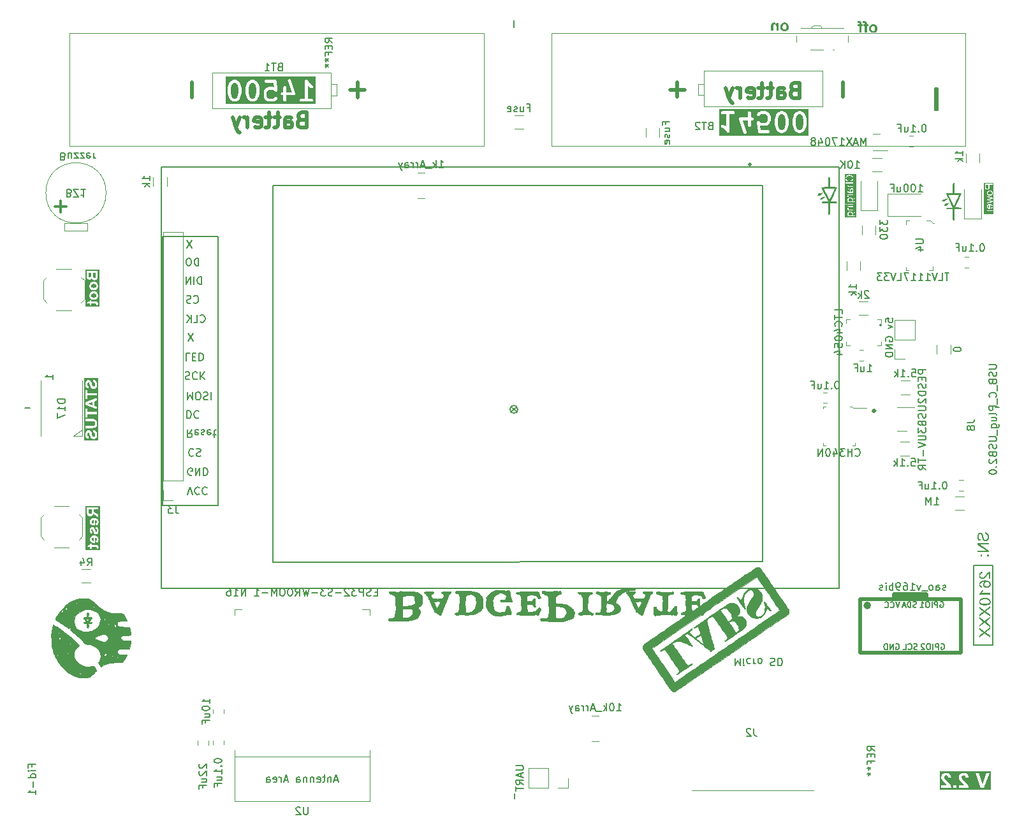
<source format=gbr>
%TF.GenerationSoftware,KiCad,Pcbnew,9.0.3*%
%TF.CreationDate,2025-12-07T17:58:41-06:00*%
%TF.ProjectId,CC14,43433134-2e6b-4696-9361-645f70636258,Prototype_v2.2*%
%TF.SameCoordinates,Original*%
%TF.FileFunction,Legend,Bot*%
%TF.FilePolarity,Positive*%
%FSLAX46Y46*%
G04 Gerber Fmt 4.6, Leading zero omitted, Abs format (unit mm)*
G04 Created by KiCad (PCBNEW 9.0.3) date 2025-12-07 17:58:41*
%MOMM*%
%LPD*%
G01*
G04 APERTURE LIST*
%ADD10C,0.150000*%
%ADD11C,0.290407*%
%ADD12C,0.300000*%
%ADD13C,0.400000*%
%ADD14C,0.250000*%
%ADD15C,0.500000*%
%ADD16C,0.000000*%
%ADD17C,0.010000*%
%ADD18C,0.120000*%
%ADD19C,0.100000*%
%ADD20C,0.310000*%
%ADD21C,0.210000*%
G04 APERTURE END LIST*
D10*
X122104195Y-77920002D02*
X187124124Y-77899998D01*
X187114124Y-127879998D02*
X122084124Y-127919998D01*
X122084124Y-127919998D02*
X122104195Y-77920002D01*
X153674160Y-107330000D02*
X154464160Y-107950000D01*
X107384160Y-84680000D02*
X114794160Y-84680000D01*
X114794160Y-120420000D01*
X107384160Y-120420000D01*
X107384160Y-84680000D01*
X154584544Y-107650384D02*
G75*
G02*
X153543776Y-107650384I-520384J0D01*
G01*
X153543776Y-107650384D02*
G75*
G02*
X154584544Y-107650384I520384J0D01*
G01*
D11*
X185559363Y-75120000D02*
G75*
G02*
X185268957Y-75120000I-145203J0D01*
G01*
X185268957Y-75120000D02*
G75*
G02*
X185559363Y-75120000I145203J0D01*
G01*
D10*
X218524160Y-107420000D02*
X217954160Y-107420000D01*
X187124124Y-77899998D02*
X187114124Y-127879998D01*
X89144160Y-107430000D02*
X89794160Y-107430000D01*
X209944160Y-64980000D02*
X210384160Y-64980000D01*
X210384160Y-67900000D01*
X209944160Y-67900000D01*
X209944160Y-64980000D01*
G36*
X209944160Y-64980000D02*
G01*
X210384160Y-64980000D01*
X210384160Y-67900000D01*
X209944160Y-67900000D01*
X209944160Y-64980000D01*
G37*
X153664160Y-107980000D02*
X154434160Y-107340000D01*
X154054160Y-55980000D02*
X154054160Y-56890000D01*
X107214160Y-75460000D02*
X197214160Y-75460000D01*
X197214160Y-131460000D01*
X107214160Y-131460000D01*
X107214160Y-75460000D01*
X154164160Y-159400000D02*
X154164160Y-158700000D01*
X111518207Y-112965419D02*
X111470588Y-112917800D01*
X111470588Y-112917800D02*
X111327731Y-112870180D01*
X111327731Y-112870180D02*
X111232493Y-112870180D01*
X111232493Y-112870180D02*
X111089636Y-112917800D01*
X111089636Y-112917800D02*
X110994398Y-113013038D01*
X110994398Y-113013038D02*
X110946779Y-113108276D01*
X110946779Y-113108276D02*
X110899160Y-113298752D01*
X110899160Y-113298752D02*
X110899160Y-113441609D01*
X110899160Y-113441609D02*
X110946779Y-113632085D01*
X110946779Y-113632085D02*
X110994398Y-113727323D01*
X110994398Y-113727323D02*
X111089636Y-113822561D01*
X111089636Y-113822561D02*
X111232493Y-113870180D01*
X111232493Y-113870180D02*
X111327731Y-113870180D01*
X111327731Y-113870180D02*
X111470588Y-113822561D01*
X111470588Y-113822561D02*
X111518207Y-113774942D01*
X111899160Y-112917800D02*
X112042017Y-112870180D01*
X112042017Y-112870180D02*
X112280112Y-112870180D01*
X112280112Y-112870180D02*
X112375350Y-112917800D01*
X112375350Y-112917800D02*
X112422969Y-112965419D01*
X112422969Y-112965419D02*
X112470588Y-113060657D01*
X112470588Y-113060657D02*
X112470588Y-113155895D01*
X112470588Y-113155895D02*
X112422969Y-113251133D01*
X112422969Y-113251133D02*
X112375350Y-113298752D01*
X112375350Y-113298752D02*
X112280112Y-113346371D01*
X112280112Y-113346371D02*
X112089636Y-113393990D01*
X112089636Y-113393990D02*
X111994398Y-113441609D01*
X111994398Y-113441609D02*
X111946779Y-113489228D01*
X111946779Y-113489228D02*
X111899160Y-113584466D01*
X111899160Y-113584466D02*
X111899160Y-113679704D01*
X111899160Y-113679704D02*
X111946779Y-113774942D01*
X111946779Y-113774942D02*
X111994398Y-113822561D01*
X111994398Y-113822561D02*
X112089636Y-113870180D01*
X112089636Y-113870180D02*
X112327731Y-113870180D01*
X112327731Y-113870180D02*
X112470588Y-113822561D01*
X111328207Y-110350180D02*
X110994874Y-110826371D01*
X110756779Y-110350180D02*
X110756779Y-111350180D01*
X110756779Y-111350180D02*
X111137731Y-111350180D01*
X111137731Y-111350180D02*
X111232969Y-111302561D01*
X111232969Y-111302561D02*
X111280588Y-111254942D01*
X111280588Y-111254942D02*
X111328207Y-111159704D01*
X111328207Y-111159704D02*
X111328207Y-111016847D01*
X111328207Y-111016847D02*
X111280588Y-110921609D01*
X111280588Y-110921609D02*
X111232969Y-110873990D01*
X111232969Y-110873990D02*
X111137731Y-110826371D01*
X111137731Y-110826371D02*
X110756779Y-110826371D01*
X112137731Y-110397800D02*
X112042493Y-110350180D01*
X112042493Y-110350180D02*
X111852017Y-110350180D01*
X111852017Y-110350180D02*
X111756779Y-110397800D01*
X111756779Y-110397800D02*
X111709160Y-110493038D01*
X111709160Y-110493038D02*
X111709160Y-110873990D01*
X111709160Y-110873990D02*
X111756779Y-110969228D01*
X111756779Y-110969228D02*
X111852017Y-111016847D01*
X111852017Y-111016847D02*
X112042493Y-111016847D01*
X112042493Y-111016847D02*
X112137731Y-110969228D01*
X112137731Y-110969228D02*
X112185350Y-110873990D01*
X112185350Y-110873990D02*
X112185350Y-110778752D01*
X112185350Y-110778752D02*
X111709160Y-110683514D01*
X112566303Y-110397800D02*
X112661541Y-110350180D01*
X112661541Y-110350180D02*
X112852017Y-110350180D01*
X112852017Y-110350180D02*
X112947255Y-110397800D01*
X112947255Y-110397800D02*
X112994874Y-110493038D01*
X112994874Y-110493038D02*
X112994874Y-110540657D01*
X112994874Y-110540657D02*
X112947255Y-110635895D01*
X112947255Y-110635895D02*
X112852017Y-110683514D01*
X112852017Y-110683514D02*
X112709160Y-110683514D01*
X112709160Y-110683514D02*
X112613922Y-110731133D01*
X112613922Y-110731133D02*
X112566303Y-110826371D01*
X112566303Y-110826371D02*
X112566303Y-110873990D01*
X112566303Y-110873990D02*
X112613922Y-110969228D01*
X112613922Y-110969228D02*
X112709160Y-111016847D01*
X112709160Y-111016847D02*
X112852017Y-111016847D01*
X112852017Y-111016847D02*
X112947255Y-110969228D01*
X113804398Y-110397800D02*
X113709160Y-110350180D01*
X113709160Y-110350180D02*
X113518684Y-110350180D01*
X113518684Y-110350180D02*
X113423446Y-110397800D01*
X113423446Y-110397800D02*
X113375827Y-110493038D01*
X113375827Y-110493038D02*
X113375827Y-110873990D01*
X113375827Y-110873990D02*
X113423446Y-110969228D01*
X113423446Y-110969228D02*
X113518684Y-111016847D01*
X113518684Y-111016847D02*
X113709160Y-111016847D01*
X113709160Y-111016847D02*
X113804398Y-110969228D01*
X113804398Y-110969228D02*
X113852017Y-110873990D01*
X113852017Y-110873990D02*
X113852017Y-110778752D01*
X113852017Y-110778752D02*
X113375827Y-110683514D01*
X114137732Y-111016847D02*
X114518684Y-111016847D01*
X114280589Y-111350180D02*
X114280589Y-110493038D01*
X114280589Y-110493038D02*
X114328208Y-110397800D01*
X114328208Y-110397800D02*
X114423446Y-110350180D01*
X114423446Y-110350180D02*
X114518684Y-110350180D01*
D12*
G36*
X190106652Y-56273569D02*
G01*
X190202628Y-56297474D01*
X190291427Y-56336831D01*
X190371117Y-56391442D01*
X190437540Y-56459934D01*
X190491736Y-56543827D01*
X190531359Y-56636239D01*
X190554693Y-56729351D01*
X190562444Y-56824279D01*
X190553911Y-56949005D01*
X190529827Y-57055161D01*
X190491736Y-57145764D01*
X190437319Y-57226692D01*
X190369010Y-57293012D01*
X190285290Y-57345982D01*
X190192778Y-57384081D01*
X190098008Y-57406728D01*
X189999892Y-57414309D01*
X189881796Y-57403622D01*
X189777192Y-57372698D01*
X189683454Y-57321988D01*
X189598723Y-57250269D01*
X189529441Y-57163591D01*
X189480095Y-57067181D01*
X189449841Y-56959108D01*
X189439441Y-56837743D01*
X189735469Y-56837743D01*
X189745154Y-56946544D01*
X189771424Y-57029435D01*
X189811856Y-57092274D01*
X189867479Y-57141386D01*
X189929669Y-57170073D01*
X190000900Y-57179836D01*
X190072151Y-57170085D01*
X190134534Y-57141404D01*
X190190493Y-57092274D01*
X190231265Y-57029433D01*
X190257645Y-56947165D01*
X190267338Y-56839849D01*
X190257642Y-56732535D01*
X190231262Y-56650301D01*
X190190493Y-56587516D01*
X190134527Y-56538331D01*
X190072145Y-56509623D01*
X190000900Y-56499863D01*
X189929676Y-56509634D01*
X189867486Y-56538349D01*
X189811856Y-56587516D01*
X189771266Y-56650229D01*
X189745072Y-56731835D01*
X189735469Y-56837743D01*
X189439441Y-56837743D01*
X189439355Y-56836735D01*
X189449751Y-56715374D01*
X189479728Y-56608342D01*
X189528592Y-56512999D01*
X189597166Y-56427415D01*
X189681021Y-56356949D01*
X189774958Y-56306823D01*
X189880984Y-56276071D01*
X190001907Y-56265390D01*
X190106652Y-56273569D01*
G37*
G36*
X188223667Y-57385000D02*
G01*
X188511629Y-57385000D01*
X188511629Y-56826935D01*
X188517687Y-56665208D01*
X188530130Y-56597866D01*
X188554642Y-56551189D01*
X188590031Y-56516991D01*
X188634845Y-56495619D01*
X188689957Y-56488140D01*
X188761145Y-56498528D01*
X188824138Y-56529356D01*
X188874297Y-56577268D01*
X188905654Y-56638441D01*
X188920760Y-56720745D01*
X188927636Y-56889675D01*
X188927636Y-57385000D01*
X189215598Y-57385000D01*
X189215598Y-56294699D01*
X188948152Y-56294699D01*
X188948152Y-56454526D01*
X188885922Y-56384230D01*
X188819796Y-56331773D01*
X188749162Y-56295046D01*
X188672904Y-56272933D01*
X188589481Y-56265390D01*
X188497244Y-56274239D01*
X188415367Y-56299920D01*
X188344151Y-56340637D01*
X188295932Y-56388122D01*
X188261744Y-56445027D01*
X188239603Y-56509755D01*
X188228282Y-56585133D01*
X188223667Y-56704569D01*
X188223667Y-57385000D01*
G37*
D10*
X112593220Y-91029819D02*
X112593220Y-90029819D01*
X112593220Y-90029819D02*
X112355125Y-90029819D01*
X112355125Y-90029819D02*
X112212268Y-90077438D01*
X112212268Y-90077438D02*
X112117030Y-90172676D01*
X112117030Y-90172676D02*
X112069411Y-90267914D01*
X112069411Y-90267914D02*
X112021792Y-90458390D01*
X112021792Y-90458390D02*
X112021792Y-90601247D01*
X112021792Y-90601247D02*
X112069411Y-90791723D01*
X112069411Y-90791723D02*
X112117030Y-90886961D01*
X112117030Y-90886961D02*
X112212268Y-90982200D01*
X112212268Y-90982200D02*
X112355125Y-91029819D01*
X112355125Y-91029819D02*
X112593220Y-91029819D01*
X111593220Y-91029819D02*
X111593220Y-90029819D01*
X111117030Y-91029819D02*
X111117030Y-90029819D01*
X111117030Y-90029819D02*
X110545602Y-91029819D01*
X110545602Y-91029819D02*
X110545602Y-90029819D01*
G36*
X198811178Y-81503362D02*
G01*
X198868241Y-81515132D01*
X198912381Y-81532847D01*
X198946120Y-81555680D01*
X198982756Y-81597098D01*
X199004239Y-81643841D01*
X199011578Y-81697829D01*
X199004307Y-81751382D01*
X198982964Y-81798108D01*
X198946487Y-81839856D01*
X198912809Y-81863113D01*
X198869196Y-81881043D01*
X198813292Y-81892894D01*
X198742239Y-81897254D01*
X198674845Y-81892895D01*
X198620454Y-81880898D01*
X198576732Y-81862458D01*
X198541776Y-81838147D01*
X198503671Y-81795202D01*
X198481658Y-81748320D01*
X198474243Y-81695753D01*
X198481556Y-81644105D01*
X198503236Y-81598239D01*
X198540738Y-81556413D01*
X198575131Y-81532831D01*
X198618176Y-81514919D01*
X198671751Y-81503254D01*
X198738148Y-81499016D01*
X198811178Y-81503362D01*
G37*
G36*
X198811178Y-79637347D02*
G01*
X198868241Y-79649117D01*
X198912381Y-79666832D01*
X198946120Y-79689665D01*
X198982756Y-79731083D01*
X199004239Y-79777826D01*
X199011578Y-79831814D01*
X199004307Y-79885367D01*
X198982964Y-79932093D01*
X198946487Y-79973841D01*
X198912809Y-79997098D01*
X198869196Y-80015028D01*
X198813292Y-80026879D01*
X198742239Y-80031238D01*
X198674845Y-80026880D01*
X198620454Y-80014883D01*
X198576732Y-79996443D01*
X198541776Y-79972131D01*
X198503671Y-79929187D01*
X198481658Y-79882304D01*
X198474243Y-79829738D01*
X198481556Y-79778090D01*
X198503236Y-79732224D01*
X198540738Y-79690397D01*
X198575131Y-79666816D01*
X198618176Y-79648903D01*
X198671751Y-79637239D01*
X198738148Y-79633000D01*
X198811178Y-79637347D01*
G37*
G36*
X198950117Y-78403752D02*
G01*
X198977169Y-78415971D01*
X199001136Y-78436760D01*
X199018541Y-78463513D01*
X199029866Y-78498985D01*
X199034048Y-78545753D01*
X199030434Y-78592307D01*
X199019955Y-78634170D01*
X199002846Y-78672149D01*
X198979164Y-78706151D01*
X198950856Y-78732997D01*
X198917483Y-78753421D01*
X198870311Y-78767483D01*
X198794018Y-78773204D01*
X198748772Y-78773204D01*
X198772342Y-78697496D01*
X198795545Y-78572376D01*
X198808483Y-78502362D01*
X198820274Y-78465153D01*
X198837345Y-78437031D01*
X198860330Y-78416610D01*
X198888070Y-78403859D01*
X198918887Y-78399574D01*
X198950117Y-78403752D01*
G37*
G36*
X199518362Y-82123159D02*
G01*
X197983090Y-82123159D01*
X197983090Y-81686899D01*
X198371661Y-81686899D01*
X198372609Y-81695753D01*
X198378265Y-81748569D01*
X198397542Y-81803469D01*
X198429712Y-81853175D01*
X198476319Y-81898658D01*
X198387293Y-81898658D01*
X198387293Y-82012048D01*
X199014447Y-82012048D01*
X199128628Y-82007096D01*
X199205410Y-81994612D01*
X199254538Y-81977548D01*
X199297968Y-81950389D01*
X199335025Y-81914329D01*
X199366218Y-81868250D01*
X199388284Y-81816825D01*
X199402277Y-81756078D01*
X199407251Y-81684152D01*
X199403158Y-81618937D01*
X199391604Y-81563162D01*
X199373373Y-81515387D01*
X199348816Y-81474408D01*
X199316613Y-81440191D01*
X199277630Y-81416058D01*
X199230422Y-81401478D01*
X199172778Y-81397227D01*
X199190424Y-81516784D01*
X199225417Y-81525342D01*
X199251522Y-81539329D01*
X199270658Y-81558428D01*
X199288741Y-81590675D01*
X199300415Y-81631608D01*
X199304669Y-81683480D01*
X199300320Y-81739556D01*
X199288556Y-81782563D01*
X199270658Y-81815310D01*
X199245340Y-81842654D01*
X199213996Y-81863527D01*
X199175526Y-81878142D01*
X199127973Y-81884501D01*
X199018477Y-81887056D01*
X199061049Y-81843352D01*
X199090490Y-81795974D01*
X199108129Y-81744039D01*
X199114160Y-81686167D01*
X199106955Y-81613403D01*
X199086444Y-81551955D01*
X199053165Y-81499504D01*
X199006143Y-81454563D01*
X198950266Y-81419142D01*
X198889123Y-81393671D01*
X198821763Y-81378022D01*
X198747001Y-81372620D01*
X198678507Y-81376921D01*
X198614835Y-81389516D01*
X198555271Y-81410172D01*
X198500111Y-81439676D01*
X198455295Y-81475918D01*
X198419533Y-81519166D01*
X198393276Y-81568686D01*
X198377220Y-81624133D01*
X198371661Y-81686899D01*
X197983090Y-81686899D01*
X197983090Y-80983663D01*
X198371661Y-80983663D01*
X198377703Y-81047265D01*
X198395292Y-81104197D01*
X198423495Y-81153542D01*
X198457146Y-81186507D01*
X198498270Y-81209439D01*
X198548066Y-81224792D01*
X198588654Y-81229525D01*
X198667684Y-81231631D01*
X199114160Y-81231631D01*
X199114160Y-81108654D01*
X198671714Y-81108654D01*
X198601236Y-81104443D01*
X198559057Y-81094305D01*
X198525727Y-81074661D01*
X198499461Y-81043442D01*
X198482939Y-81004459D01*
X198477174Y-80957712D01*
X198482851Y-80907204D01*
X198499427Y-80862460D01*
X198527183Y-80822096D01*
X198553812Y-80799582D01*
X198591862Y-80781800D01*
X198644779Y-80769666D01*
X198716899Y-80765066D01*
X199114160Y-80765066D01*
X199114160Y-80642090D01*
X198387293Y-80642090D01*
X198387293Y-80752793D01*
X198490119Y-80752793D01*
X198447168Y-80787909D01*
X198414527Y-80827761D01*
X198391142Y-80872919D01*
X198376701Y-80924414D01*
X198371661Y-80983663D01*
X197983090Y-80983663D01*
X197983090Y-80455061D01*
X198109833Y-80455061D01*
X198250517Y-80455061D01*
X198387293Y-80455061D01*
X199114160Y-80455061D01*
X199114160Y-80332145D01*
X198387293Y-80332145D01*
X198387293Y-80455061D01*
X198250517Y-80455061D01*
X198250517Y-80332145D01*
X198109833Y-80332145D01*
X198109833Y-80455061D01*
X197983090Y-80455061D01*
X197983090Y-79820884D01*
X198371661Y-79820884D01*
X198372609Y-79829738D01*
X198378265Y-79882554D01*
X198397542Y-79937453D01*
X198429712Y-79987160D01*
X198476319Y-80032643D01*
X198387293Y-80032643D01*
X198387293Y-80146032D01*
X199014447Y-80146032D01*
X199128628Y-80141081D01*
X199205410Y-80128597D01*
X199254538Y-80111533D01*
X199297968Y-80084374D01*
X199335025Y-80048314D01*
X199366218Y-80002234D01*
X199388284Y-79950809D01*
X199402277Y-79890063D01*
X199407251Y-79818136D01*
X199403158Y-79752921D01*
X199391604Y-79697147D01*
X199373373Y-79649371D01*
X199348816Y-79608393D01*
X199316613Y-79574175D01*
X199277630Y-79550043D01*
X199230422Y-79535463D01*
X199172778Y-79531212D01*
X199190424Y-79650769D01*
X199225417Y-79659327D01*
X199251522Y-79673314D01*
X199270658Y-79692412D01*
X199288741Y-79724659D01*
X199300415Y-79765592D01*
X199304669Y-79817465D01*
X199300320Y-79873541D01*
X199288556Y-79916547D01*
X199270658Y-79949295D01*
X199245340Y-79976639D01*
X199213996Y-79997511D01*
X199175526Y-80012126D01*
X199127973Y-80018486D01*
X199018477Y-80021041D01*
X199061049Y-79977337D01*
X199090490Y-79929958D01*
X199108129Y-79878024D01*
X199114160Y-79820151D01*
X199106955Y-79747388D01*
X199086444Y-79685939D01*
X199053165Y-79633488D01*
X199006143Y-79588548D01*
X198950266Y-79553126D01*
X198889123Y-79527656D01*
X198821763Y-79512006D01*
X198747001Y-79506605D01*
X198678507Y-79510905D01*
X198614835Y-79523500D01*
X198555271Y-79544157D01*
X198500111Y-79573660D01*
X198455295Y-79609902D01*
X198419533Y-79653150D01*
X198393276Y-79702670D01*
X198377220Y-79758118D01*
X198371661Y-79820884D01*
X197983090Y-79820884D01*
X197983090Y-79354136D01*
X198371661Y-79354136D01*
X198375785Y-79394610D01*
X198388560Y-79436488D01*
X198411045Y-79480532D01*
X198524374Y-79438217D01*
X198504111Y-79392254D01*
X198497691Y-79348030D01*
X198503767Y-79309773D01*
X198521993Y-79275612D01*
X198550516Y-79248443D01*
X198589465Y-79229816D01*
X198657191Y-79214635D01*
X198733324Y-79209361D01*
X199114160Y-79209361D01*
X199114160Y-79086385D01*
X198387293Y-79086385D01*
X198387293Y-79197027D01*
X198497019Y-79197027D01*
X198428908Y-79241402D01*
X198396086Y-79275245D01*
X198377752Y-79312970D01*
X198371661Y-79354136D01*
X197983090Y-79354136D01*
X197983090Y-78616828D01*
X198371661Y-78616828D01*
X198377742Y-78705002D01*
X198393582Y-78767770D01*
X198419595Y-78820180D01*
X198448598Y-78853133D01*
X198485133Y-78875934D01*
X198532312Y-78891418D01*
X198570068Y-78895669D01*
X198645824Y-78897585D01*
X198809894Y-78897585D01*
X198966163Y-78900196D01*
X199027026Y-78905401D01*
X199071343Y-78917045D01*
X199114160Y-78936481D01*
X199114160Y-78808070D01*
X199073361Y-78792657D01*
X199023851Y-78783463D01*
X199074881Y-78714051D01*
X199105855Y-78651999D01*
X199123706Y-78587066D01*
X199129791Y-78516383D01*
X199125599Y-78456305D01*
X199113931Y-78406825D01*
X199095735Y-78366081D01*
X199071356Y-78332590D01*
X199040044Y-78304467D01*
X199005252Y-78284654D01*
X198966256Y-78272588D01*
X198922001Y-78268415D01*
X198870654Y-78274562D01*
X198824610Y-78292657D01*
X198784635Y-78320882D01*
X198753901Y-78356160D01*
X198730644Y-78397559D01*
X198713540Y-78444637D01*
X198695100Y-78553935D01*
X198673893Y-78692721D01*
X198653029Y-78773204D01*
X198621094Y-78773937D01*
X198572458Y-78769309D01*
X198538660Y-78757197D01*
X198515703Y-78739071D01*
X198493863Y-78705194D01*
X198479556Y-78659691D01*
X198474243Y-78599059D01*
X198478355Y-78541699D01*
X198489156Y-78500273D01*
X198505018Y-78470954D01*
X198528520Y-78447496D01*
X198563671Y-78426936D01*
X198613950Y-78409832D01*
X198597586Y-78289603D01*
X198546691Y-78303624D01*
X198505140Y-78321739D01*
X198471496Y-78343520D01*
X198442862Y-78371227D01*
X198418201Y-78406956D01*
X198397612Y-78452147D01*
X198378505Y-78526627D01*
X198371661Y-78616828D01*
X197983090Y-78616828D01*
X197983090Y-77655366D01*
X198109833Y-77655366D01*
X198471068Y-77655366D01*
X198427125Y-77701822D01*
X198396496Y-77752765D01*
X198378013Y-77809191D01*
X198371661Y-77872620D01*
X198375427Y-77925574D01*
X198386194Y-77971893D01*
X198403474Y-78012632D01*
X198427845Y-78049086D01*
X198456985Y-78077107D01*
X198491340Y-78097690D01*
X198529751Y-78110826D01*
X198582686Y-78119894D01*
X198654006Y-78123335D01*
X199114160Y-78123335D01*
X199114160Y-78000359D01*
X198653701Y-78000359D01*
X198593293Y-77995095D01*
X198549899Y-77981190D01*
X198519245Y-77960364D01*
X198496515Y-77931211D01*
X198482295Y-77894304D01*
X198477174Y-77847341D01*
X198484232Y-77794455D01*
X198505567Y-77744515D01*
X198527058Y-77715121D01*
X198552575Y-77692453D01*
X198582565Y-77675821D01*
X198636079Y-77661160D01*
X198716654Y-77655366D01*
X199114160Y-77655366D01*
X199114160Y-77532390D01*
X198109833Y-77532390D01*
X198109833Y-77655366D01*
X197983090Y-77655366D01*
X197983090Y-76972402D01*
X198094201Y-76972402D01*
X198099315Y-77047132D01*
X198114004Y-77113338D01*
X198137667Y-77172320D01*
X198170222Y-77225132D01*
X198211346Y-77271796D01*
X198260030Y-77310988D01*
X198317133Y-77343052D01*
X198383873Y-77367892D01*
X198414648Y-77237466D01*
X198345178Y-77208928D01*
X198293479Y-77175088D01*
X198256195Y-77136350D01*
X198229259Y-77089876D01*
X198212481Y-77034990D01*
X198206553Y-76969654D01*
X198213172Y-76894430D01*
X198231935Y-76830829D01*
X198262057Y-76776641D01*
X198303146Y-76730190D01*
X198352386Y-76694080D01*
X198410984Y-76667709D01*
X198473941Y-76650275D01*
X198538077Y-76639825D01*
X198603753Y-76636324D01*
X198688595Y-76640785D01*
X198762676Y-76653459D01*
X198827418Y-76673510D01*
X198886930Y-76703706D01*
X198933937Y-76742160D01*
X198970178Y-76789281D01*
X198996496Y-76843272D01*
X199012164Y-76899678D01*
X199017439Y-76959396D01*
X199013203Y-77014341D01*
X199000955Y-77063462D01*
X198981014Y-77107744D01*
X198953203Y-77147951D01*
X198918824Y-77182076D01*
X198876461Y-77210957D01*
X198824873Y-77234576D01*
X198762450Y-77252487D01*
X198795911Y-77384989D01*
X198875673Y-77358701D01*
X198942546Y-77324779D01*
X198998313Y-77283601D01*
X199044306Y-77235024D01*
X199081164Y-77178895D01*
X199107732Y-77116828D01*
X199124114Y-77047754D01*
X199129791Y-76970326D01*
X199125151Y-76888667D01*
X199112061Y-76818632D01*
X199091469Y-76758545D01*
X199063907Y-76706971D01*
X199027892Y-76660010D01*
X198984574Y-76618786D01*
X198933262Y-76582991D01*
X198872970Y-76552609D01*
X198788209Y-76523374D01*
X198699008Y-76505674D01*
X198604486Y-76499670D01*
X198501600Y-76506742D01*
X198411288Y-76526978D01*
X198331605Y-76559448D01*
X198276197Y-76592964D01*
X198228675Y-76632290D01*
X198188305Y-76677653D01*
X198154651Y-76729563D01*
X198121235Y-76805096D01*
X198101063Y-76885633D01*
X198094201Y-76972402D01*
X197983090Y-76972402D01*
X197983090Y-76388559D01*
X199518362Y-76388559D01*
X199518362Y-82123159D01*
G37*
X112183220Y-88569819D02*
X112183220Y-87569819D01*
X112183220Y-87569819D02*
X111945125Y-87569819D01*
X111945125Y-87569819D02*
X111802268Y-87617438D01*
X111802268Y-87617438D02*
X111707030Y-87712676D01*
X111707030Y-87712676D02*
X111659411Y-87807914D01*
X111659411Y-87807914D02*
X111611792Y-87998390D01*
X111611792Y-87998390D02*
X111611792Y-88141247D01*
X111611792Y-88141247D02*
X111659411Y-88331723D01*
X111659411Y-88331723D02*
X111707030Y-88426961D01*
X111707030Y-88426961D02*
X111802268Y-88522200D01*
X111802268Y-88522200D02*
X111945125Y-88569819D01*
X111945125Y-88569819D02*
X112183220Y-88569819D01*
X110992744Y-87569819D02*
X110802268Y-87569819D01*
X110802268Y-87569819D02*
X110707030Y-87617438D01*
X110707030Y-87617438D02*
X110611792Y-87712676D01*
X110611792Y-87712676D02*
X110564173Y-87903152D01*
X110564173Y-87903152D02*
X110564173Y-88236485D01*
X110564173Y-88236485D02*
X110611792Y-88426961D01*
X110611792Y-88426961D02*
X110707030Y-88522200D01*
X110707030Y-88522200D02*
X110802268Y-88569819D01*
X110802268Y-88569819D02*
X110992744Y-88569819D01*
X110992744Y-88569819D02*
X111087982Y-88522200D01*
X111087982Y-88522200D02*
X111183220Y-88426961D01*
X111183220Y-88426961D02*
X111230839Y-88236485D01*
X111230839Y-88236485D02*
X111230839Y-87903152D01*
X111230839Y-87903152D02*
X111183220Y-87712676D01*
X111183220Y-87712676D02*
X111087982Y-87617438D01*
X111087982Y-87617438D02*
X110992744Y-87569819D01*
X111561792Y-93444580D02*
X111609411Y-93492200D01*
X111609411Y-93492200D02*
X111752268Y-93539819D01*
X111752268Y-93539819D02*
X111847506Y-93539819D01*
X111847506Y-93539819D02*
X111990363Y-93492200D01*
X111990363Y-93492200D02*
X112085601Y-93396961D01*
X112085601Y-93396961D02*
X112133220Y-93301723D01*
X112133220Y-93301723D02*
X112180839Y-93111247D01*
X112180839Y-93111247D02*
X112180839Y-92968390D01*
X112180839Y-92968390D02*
X112133220Y-92777914D01*
X112133220Y-92777914D02*
X112085601Y-92682676D01*
X112085601Y-92682676D02*
X111990363Y-92587438D01*
X111990363Y-92587438D02*
X111847506Y-92539819D01*
X111847506Y-92539819D02*
X111752268Y-92539819D01*
X111752268Y-92539819D02*
X111609411Y-92587438D01*
X111609411Y-92587438D02*
X111561792Y-92635057D01*
X111180839Y-93492200D02*
X111037982Y-93539819D01*
X111037982Y-93539819D02*
X110799887Y-93539819D01*
X110799887Y-93539819D02*
X110704649Y-93492200D01*
X110704649Y-93492200D02*
X110657030Y-93444580D01*
X110657030Y-93444580D02*
X110609411Y-93349342D01*
X110609411Y-93349342D02*
X110609411Y-93254104D01*
X110609411Y-93254104D02*
X110657030Y-93158866D01*
X110657030Y-93158866D02*
X110704649Y-93111247D01*
X110704649Y-93111247D02*
X110799887Y-93063628D01*
X110799887Y-93063628D02*
X110990363Y-93016009D01*
X110990363Y-93016009D02*
X111085601Y-92968390D01*
X111085601Y-92968390D02*
X111133220Y-92920771D01*
X111133220Y-92920771D02*
X111180839Y-92825533D01*
X111180839Y-92825533D02*
X111180839Y-92730295D01*
X111180839Y-92730295D02*
X111133220Y-92635057D01*
X111133220Y-92635057D02*
X111085601Y-92587438D01*
X111085601Y-92587438D02*
X110990363Y-92539819D01*
X110990363Y-92539819D02*
X110752268Y-92539819D01*
X110752268Y-92539819D02*
X110609411Y-92587438D01*
X110733922Y-118960180D02*
X111067255Y-117960180D01*
X111067255Y-117960180D02*
X111400588Y-118960180D01*
X112305350Y-118055419D02*
X112257731Y-118007800D01*
X112257731Y-118007800D02*
X112114874Y-117960180D01*
X112114874Y-117960180D02*
X112019636Y-117960180D01*
X112019636Y-117960180D02*
X111876779Y-118007800D01*
X111876779Y-118007800D02*
X111781541Y-118103038D01*
X111781541Y-118103038D02*
X111733922Y-118198276D01*
X111733922Y-118198276D02*
X111686303Y-118388752D01*
X111686303Y-118388752D02*
X111686303Y-118531609D01*
X111686303Y-118531609D02*
X111733922Y-118722085D01*
X111733922Y-118722085D02*
X111781541Y-118817323D01*
X111781541Y-118817323D02*
X111876779Y-118912561D01*
X111876779Y-118912561D02*
X112019636Y-118960180D01*
X112019636Y-118960180D02*
X112114874Y-118960180D01*
X112114874Y-118960180D02*
X112257731Y-118912561D01*
X112257731Y-118912561D02*
X112305350Y-118864942D01*
X113305350Y-118055419D02*
X113257731Y-118007800D01*
X113257731Y-118007800D02*
X113114874Y-117960180D01*
X113114874Y-117960180D02*
X113019636Y-117960180D01*
X113019636Y-117960180D02*
X112876779Y-118007800D01*
X112876779Y-118007800D02*
X112781541Y-118103038D01*
X112781541Y-118103038D02*
X112733922Y-118198276D01*
X112733922Y-118198276D02*
X112686303Y-118388752D01*
X112686303Y-118388752D02*
X112686303Y-118531609D01*
X112686303Y-118531609D02*
X112733922Y-118722085D01*
X112733922Y-118722085D02*
X112781541Y-118817323D01*
X112781541Y-118817323D02*
X112876779Y-118912561D01*
X112876779Y-118912561D02*
X113019636Y-118960180D01*
X113019636Y-118960180D02*
X113114874Y-118960180D01*
X113114874Y-118960180D02*
X113257731Y-118912561D01*
X113257731Y-118912561D02*
X113305350Y-118864942D01*
G36*
X216631529Y-123964247D02*
G01*
X216615042Y-124151825D01*
X216690340Y-124165426D01*
X216752509Y-124186338D01*
X216803628Y-124213741D01*
X216847991Y-124250537D01*
X216887718Y-124300122D01*
X216922788Y-124364866D01*
X216947612Y-124434531D01*
X216962928Y-124511034D01*
X216968217Y-124595492D01*
X216959317Y-124705063D01*
X216934329Y-124796260D01*
X216907641Y-124851567D01*
X216876613Y-124894073D01*
X216841364Y-124925861D01*
X216779175Y-124957916D01*
X216712312Y-124968451D01*
X216645481Y-124958043D01*
X216588572Y-124927418D01*
X216542282Y-124876761D01*
X216499638Y-124792230D01*
X216474529Y-124713347D01*
X216426181Y-124524784D01*
X216372943Y-124334245D01*
X216332117Y-124234807D01*
X216289788Y-124166947D01*
X216243082Y-124114187D01*
X216191892Y-124074431D01*
X216134154Y-124045239D01*
X216072051Y-124027663D01*
X216004405Y-124021674D01*
X215930198Y-124028798D01*
X215859533Y-124050079D01*
X215791181Y-124086154D01*
X215731349Y-124134812D01*
X215681269Y-124196979D01*
X215640605Y-124274740D01*
X215612487Y-124358835D01*
X215595180Y-124450346D01*
X215589222Y-124550430D01*
X215595606Y-124660733D01*
X215613877Y-124758345D01*
X215643078Y-124844986D01*
X215685513Y-124924941D01*
X215738122Y-124989697D01*
X215801347Y-125041174D01*
X215873536Y-125079696D01*
X215951917Y-125104303D01*
X216037927Y-125114997D01*
X216052307Y-124924396D01*
X215961344Y-124904797D01*
X215890862Y-124869886D01*
X215836610Y-124820348D01*
X215798287Y-124757123D01*
X215773020Y-124672031D01*
X215763612Y-124558581D01*
X215772494Y-124439529D01*
X215795719Y-124354750D01*
X215829740Y-124295715D01*
X215878330Y-124248846D01*
X215930804Y-124222183D01*
X215989200Y-124213283D01*
X216040572Y-124219935D01*
X216084369Y-124239226D01*
X216122466Y-124271718D01*
X216150665Y-124315705D01*
X216186125Y-124407058D01*
X216229627Y-124571404D01*
X216286366Y-124793957D01*
X216325431Y-124903879D01*
X216371588Y-124987019D01*
X216422713Y-125050530D01*
X216478755Y-125097503D01*
X216543079Y-125131985D01*
X216613798Y-125152882D01*
X216692528Y-125160060D01*
X216770545Y-125152513D01*
X216845499Y-125129885D01*
X216918667Y-125091366D01*
X216983185Y-125039903D01*
X217038073Y-124974809D01*
X217083714Y-124894171D01*
X217115917Y-124806666D01*
X217135759Y-124710641D01*
X217142607Y-124604651D01*
X217135229Y-124469481D01*
X217114691Y-124356728D01*
X217082889Y-124262925D01*
X217035754Y-124176835D01*
X216976090Y-124105329D01*
X216903096Y-124046770D01*
X216820107Y-124002983D01*
X216730147Y-123975477D01*
X216631529Y-123964247D01*
G37*
G36*
X217119160Y-125429337D02*
G01*
X215612670Y-125429337D01*
X215612670Y-125633311D01*
X216795477Y-126422276D01*
X215612670Y-126422276D01*
X215612670Y-126612877D01*
X217119160Y-126612877D01*
X217119160Y-126408995D01*
X215935345Y-125619938D01*
X217119160Y-125619938D01*
X217119160Y-125429337D01*
G37*
G36*
X216239885Y-126974387D02*
G01*
X216028859Y-126974387D01*
X216028859Y-127184405D01*
X216239885Y-127184405D01*
X216239885Y-126974387D01*
G37*
G36*
X217119160Y-126974387D02*
G01*
X216908134Y-126974387D01*
X216908134Y-127184405D01*
X217119160Y-127184405D01*
X217119160Y-126974387D01*
G37*
X110821541Y-98570180D02*
X111488207Y-97570180D01*
X111488207Y-98570180D02*
X110821541Y-97570180D01*
D13*
G36*
X217437725Y-158172222D02*
G01*
X210599858Y-158172222D01*
X210599858Y-156496999D01*
X210822080Y-156496999D01*
X210834281Y-156629012D01*
X210870562Y-156753698D01*
X210930662Y-156874141D01*
X211024313Y-157008932D01*
X211110154Y-157104849D01*
X211275639Y-157263677D01*
X211505838Y-157484228D01*
X211584362Y-157590474D01*
X210822080Y-157590474D01*
X210822080Y-157950000D01*
X212167736Y-157950000D01*
X212430419Y-157950000D01*
X212814247Y-157950000D01*
X212814247Y-157567027D01*
X212430419Y-157567027D01*
X212430419Y-157950000D01*
X212167736Y-157950000D01*
X212143608Y-157818546D01*
X212100163Y-157691578D01*
X212036578Y-157567882D01*
X211954598Y-157452389D01*
X211816788Y-157296204D01*
X211604878Y-157088921D01*
X211373213Y-156863323D01*
X211286630Y-156761880D01*
X211241253Y-156680116D01*
X211215625Y-156602532D01*
X211207373Y-156527529D01*
X211215886Y-156444855D01*
X211239337Y-156380639D01*
X211276372Y-156330669D01*
X211326347Y-156293409D01*
X211388704Y-156270138D01*
X211467003Y-156261793D01*
X211544091Y-156270416D01*
X211606763Y-156294733D01*
X211658245Y-156334211D01*
X211695998Y-156387202D01*
X211724231Y-156464571D01*
X211740189Y-156574424D01*
X212122673Y-156536200D01*
X212115484Y-156496999D01*
X213155088Y-156496999D01*
X213167289Y-156629012D01*
X213203570Y-156753698D01*
X213263670Y-156874141D01*
X213357321Y-157008932D01*
X213443162Y-157104849D01*
X213608647Y-157263677D01*
X213838845Y-157484228D01*
X213917370Y-157590474D01*
X213155088Y-157590474D01*
X213155088Y-157950000D01*
X214500744Y-157950000D01*
X214476616Y-157818546D01*
X214433170Y-157691578D01*
X214369585Y-157567882D01*
X214287606Y-157452389D01*
X214149796Y-157296204D01*
X213937886Y-157088921D01*
X213706221Y-156863323D01*
X213619638Y-156761880D01*
X213574261Y-156680116D01*
X213548632Y-156602532D01*
X213540381Y-156527529D01*
X213548894Y-156444855D01*
X213572345Y-156380639D01*
X213609379Y-156330669D01*
X213659355Y-156293409D01*
X213721711Y-156270138D01*
X213800011Y-156261793D01*
X213877099Y-156270416D01*
X213939771Y-156294733D01*
X213991253Y-156334211D01*
X214029006Y-156387202D01*
X214057238Y-156464571D01*
X214073196Y-156574424D01*
X214455681Y-156536200D01*
X214426632Y-156377806D01*
X214380029Y-156252838D01*
X214318116Y-156155066D01*
X214241236Y-156079832D01*
X214148072Y-156020612D01*
X214043300Y-155977514D01*
X213924897Y-155950703D01*
X213790363Y-155941346D01*
X215350587Y-155941346D01*
X216067928Y-157950000D01*
X216499627Y-157950000D01*
X217215503Y-155941346D01*
X216776965Y-155941346D01*
X216270039Y-157426343D01*
X215779599Y-155941346D01*
X215350587Y-155941346D01*
X213790363Y-155941346D01*
X213642626Y-155952460D01*
X213518295Y-155983750D01*
X213413295Y-156033277D01*
X213324470Y-156100715D01*
X213249937Y-156185803D01*
X213197647Y-156278910D01*
X213165978Y-156381794D01*
X213155088Y-156496999D01*
X212115484Y-156496999D01*
X212093624Y-156377806D01*
X212047021Y-156252838D01*
X211985108Y-156155066D01*
X211908228Y-156079832D01*
X211815065Y-156020612D01*
X211710292Y-155977514D01*
X211591890Y-155950703D01*
X211457356Y-155941346D01*
X211309619Y-155952460D01*
X211185288Y-155983750D01*
X211080288Y-156033277D01*
X210991462Y-156100715D01*
X210916930Y-156185803D01*
X210864639Y-156278910D01*
X210832970Y-156381794D01*
X210822080Y-156496999D01*
X210599858Y-156496999D01*
X210599858Y-155719124D01*
X217437725Y-155719124D01*
X217437725Y-158172222D01*
G37*
D10*
X110696779Y-105380180D02*
X110696779Y-106380180D01*
X110696779Y-106380180D02*
X111030112Y-105665895D01*
X111030112Y-105665895D02*
X111363445Y-106380180D01*
X111363445Y-106380180D02*
X111363445Y-105380180D01*
X112030112Y-106380180D02*
X112220588Y-106380180D01*
X112220588Y-106380180D02*
X112315826Y-106332561D01*
X112315826Y-106332561D02*
X112411064Y-106237323D01*
X112411064Y-106237323D02*
X112458683Y-106046847D01*
X112458683Y-106046847D02*
X112458683Y-105713514D01*
X112458683Y-105713514D02*
X112411064Y-105523038D01*
X112411064Y-105523038D02*
X112315826Y-105427800D01*
X112315826Y-105427800D02*
X112220588Y-105380180D01*
X112220588Y-105380180D02*
X112030112Y-105380180D01*
X112030112Y-105380180D02*
X111934874Y-105427800D01*
X111934874Y-105427800D02*
X111839636Y-105523038D01*
X111839636Y-105523038D02*
X111792017Y-105713514D01*
X111792017Y-105713514D02*
X111792017Y-106046847D01*
X111792017Y-106046847D02*
X111839636Y-106237323D01*
X111839636Y-106237323D02*
X111934874Y-106332561D01*
X111934874Y-106332561D02*
X112030112Y-106380180D01*
X112839636Y-105427800D02*
X112982493Y-105380180D01*
X112982493Y-105380180D02*
X113220588Y-105380180D01*
X113220588Y-105380180D02*
X113315826Y-105427800D01*
X113315826Y-105427800D02*
X113363445Y-105475419D01*
X113363445Y-105475419D02*
X113411064Y-105570657D01*
X113411064Y-105570657D02*
X113411064Y-105665895D01*
X113411064Y-105665895D02*
X113363445Y-105761133D01*
X113363445Y-105761133D02*
X113315826Y-105808752D01*
X113315826Y-105808752D02*
X113220588Y-105856371D01*
X113220588Y-105856371D02*
X113030112Y-105903990D01*
X113030112Y-105903990D02*
X112934874Y-105951609D01*
X112934874Y-105951609D02*
X112887255Y-105999228D01*
X112887255Y-105999228D02*
X112839636Y-106094466D01*
X112839636Y-106094466D02*
X112839636Y-106189704D01*
X112839636Y-106189704D02*
X112887255Y-106284942D01*
X112887255Y-106284942D02*
X112934874Y-106332561D01*
X112934874Y-106332561D02*
X113030112Y-106380180D01*
X113030112Y-106380180D02*
X113268207Y-106380180D01*
X113268207Y-106380180D02*
X113411064Y-106332561D01*
X113839636Y-105380180D02*
X113839636Y-106380180D01*
X94204272Y-74093990D02*
X94347129Y-74046371D01*
X94347129Y-74046371D02*
X94394748Y-73998752D01*
X94394748Y-73998752D02*
X94442367Y-73903514D01*
X94442367Y-73903514D02*
X94442367Y-73760657D01*
X94442367Y-73760657D02*
X94394748Y-73665419D01*
X94394748Y-73665419D02*
X94347129Y-73617800D01*
X94347129Y-73617800D02*
X94251891Y-73570180D01*
X94251891Y-73570180D02*
X93870939Y-73570180D01*
X93870939Y-73570180D02*
X93870939Y-74570180D01*
X93870939Y-74570180D02*
X94204272Y-74570180D01*
X94204272Y-74570180D02*
X94299510Y-74522561D01*
X94299510Y-74522561D02*
X94347129Y-74474942D01*
X94347129Y-74474942D02*
X94394748Y-74379704D01*
X94394748Y-74379704D02*
X94394748Y-74284466D01*
X94394748Y-74284466D02*
X94347129Y-74189228D01*
X94347129Y-74189228D02*
X94299510Y-74141609D01*
X94299510Y-74141609D02*
X94204272Y-74093990D01*
X94204272Y-74093990D02*
X93870939Y-74093990D01*
X95299510Y-74236847D02*
X95299510Y-73570180D01*
X94870939Y-74236847D02*
X94870939Y-73713038D01*
X94870939Y-73713038D02*
X94918558Y-73617800D01*
X94918558Y-73617800D02*
X95013796Y-73570180D01*
X95013796Y-73570180D02*
X95156653Y-73570180D01*
X95156653Y-73570180D02*
X95251891Y-73617800D01*
X95251891Y-73617800D02*
X95299510Y-73665419D01*
X95680463Y-74236847D02*
X96204272Y-74236847D01*
X96204272Y-74236847D02*
X95680463Y-73570180D01*
X95680463Y-73570180D02*
X96204272Y-73570180D01*
X96489987Y-74236847D02*
X97013796Y-74236847D01*
X97013796Y-74236847D02*
X96489987Y-73570180D01*
X96489987Y-73570180D02*
X97013796Y-73570180D01*
X97775701Y-73617800D02*
X97680463Y-73570180D01*
X97680463Y-73570180D02*
X97489987Y-73570180D01*
X97489987Y-73570180D02*
X97394749Y-73617800D01*
X97394749Y-73617800D02*
X97347130Y-73713038D01*
X97347130Y-73713038D02*
X97347130Y-74093990D01*
X97347130Y-74093990D02*
X97394749Y-74189228D01*
X97394749Y-74189228D02*
X97489987Y-74236847D01*
X97489987Y-74236847D02*
X97680463Y-74236847D01*
X97680463Y-74236847D02*
X97775701Y-74189228D01*
X97775701Y-74189228D02*
X97823320Y-74093990D01*
X97823320Y-74093990D02*
X97823320Y-73998752D01*
X97823320Y-73998752D02*
X97347130Y-73903514D01*
X98251892Y-73570180D02*
X98251892Y-74236847D01*
X98251892Y-74046371D02*
X98299511Y-74141609D01*
X98299511Y-74141609D02*
X98347130Y-74189228D01*
X98347130Y-74189228D02*
X98442368Y-74236847D01*
X98442368Y-74236847D02*
X98537606Y-74236847D01*
D12*
G36*
X201874538Y-56493569D02*
G01*
X201970514Y-56517474D01*
X202059313Y-56556831D01*
X202139003Y-56611442D01*
X202205426Y-56679934D01*
X202259622Y-56763827D01*
X202299245Y-56856239D01*
X202322579Y-56949351D01*
X202330330Y-57044279D01*
X202321797Y-57169005D01*
X202297713Y-57275161D01*
X202259622Y-57365764D01*
X202205205Y-57446692D01*
X202136896Y-57513012D01*
X202053176Y-57565982D01*
X201960664Y-57604081D01*
X201865894Y-57626728D01*
X201767778Y-57634309D01*
X201649682Y-57623622D01*
X201545078Y-57592698D01*
X201451340Y-57541988D01*
X201366609Y-57470269D01*
X201297327Y-57383591D01*
X201247981Y-57287181D01*
X201217727Y-57179108D01*
X201207327Y-57057743D01*
X201503355Y-57057743D01*
X201513040Y-57166544D01*
X201539310Y-57249435D01*
X201579742Y-57312274D01*
X201635365Y-57361386D01*
X201697555Y-57390073D01*
X201768786Y-57399836D01*
X201840037Y-57390085D01*
X201902420Y-57361404D01*
X201958379Y-57312274D01*
X201999151Y-57249433D01*
X202025531Y-57167165D01*
X202035224Y-57059849D01*
X202025528Y-56952535D01*
X201999148Y-56870301D01*
X201958379Y-56807516D01*
X201902413Y-56758331D01*
X201840031Y-56729623D01*
X201768786Y-56719863D01*
X201697562Y-56729634D01*
X201635372Y-56758349D01*
X201579742Y-56807516D01*
X201539152Y-56870229D01*
X201512958Y-56951835D01*
X201503355Y-57057743D01*
X201207327Y-57057743D01*
X201207241Y-57056735D01*
X201217637Y-56935374D01*
X201247614Y-56828342D01*
X201296478Y-56732999D01*
X201365052Y-56647415D01*
X201448907Y-56576949D01*
X201542844Y-56526823D01*
X201648870Y-56496071D01*
X201769793Y-56485390D01*
X201874538Y-56493569D01*
G37*
G36*
X201107407Y-56514699D02*
G01*
X200947580Y-56514699D01*
X200947580Y-56432725D01*
X200939020Y-56304517D01*
X200918363Y-56227836D01*
X200894277Y-56186621D01*
X200859081Y-56150020D01*
X200810835Y-56117652D01*
X200756915Y-56094916D01*
X200691604Y-56080311D01*
X200612540Y-56075062D01*
X200490895Y-56084327D01*
X200371747Y-56112157D01*
X200410673Y-56314207D01*
X200478936Y-56301803D01*
X200542839Y-56297812D01*
X200599256Y-56305981D01*
X200632598Y-56326846D01*
X200651524Y-56363844D01*
X200659709Y-56438312D01*
X200659709Y-56514699D01*
X200444470Y-56514699D01*
X200444470Y-56737449D01*
X200659709Y-56737449D01*
X200659709Y-57605000D01*
X200947580Y-57605000D01*
X200947580Y-56737449D01*
X201107407Y-56737449D01*
X201107407Y-56514699D01*
G37*
G36*
X200408384Y-56514699D02*
G01*
X200248557Y-56514699D01*
X200248557Y-56432725D01*
X200239997Y-56304517D01*
X200219340Y-56227836D01*
X200195254Y-56186621D01*
X200160058Y-56150020D01*
X200111812Y-56117652D01*
X200057892Y-56094916D01*
X199992581Y-56080311D01*
X199913517Y-56075062D01*
X199791872Y-56084327D01*
X199672724Y-56112157D01*
X199711650Y-56314207D01*
X199779913Y-56301803D01*
X199843816Y-56297812D01*
X199900233Y-56305981D01*
X199933575Y-56326846D01*
X199952501Y-56363844D01*
X199960686Y-56438312D01*
X199960686Y-56514699D01*
X199745447Y-56514699D01*
X199745447Y-56737449D01*
X199960686Y-56737449D01*
X199960686Y-57605000D01*
X200248557Y-57605000D01*
X200248557Y-56737449D01*
X200408384Y-56737449D01*
X200408384Y-56514699D01*
G37*
D10*
X111308458Y-85179819D02*
X110641792Y-86179819D01*
X110641792Y-85179819D02*
X111308458Y-86179819D01*
G36*
X217189407Y-80904915D02*
G01*
X217130434Y-80895142D01*
X217086451Y-80879273D01*
X217054219Y-80858447D01*
X217023412Y-80826650D01*
X217001849Y-80791234D01*
X216988765Y-80751439D01*
X216984243Y-80706101D01*
X216990633Y-80651904D01*
X217009163Y-80605016D01*
X217040114Y-80563707D01*
X217080535Y-80531545D01*
X217129575Y-80510171D01*
X217189407Y-80499838D01*
X217189407Y-80904915D01*
G37*
G36*
X217330811Y-78704160D02*
G01*
X217387326Y-78716551D01*
X217432436Y-78735529D01*
X217468210Y-78760462D01*
X217498679Y-78793207D01*
X217519948Y-78829101D01*
X217532794Y-78868841D01*
X217537209Y-78913481D01*
X217532787Y-78957742D01*
X217519903Y-78997254D01*
X217498528Y-79033054D01*
X217467844Y-79065827D01*
X217431956Y-79090656D01*
X217386296Y-79109643D01*
X217328654Y-79122093D01*
X217256330Y-79126644D01*
X217188567Y-79122165D01*
X217133590Y-79109801D01*
X217089119Y-79090724D01*
X217053303Y-79065461D01*
X217022722Y-79032553D01*
X217001441Y-78996757D01*
X216988633Y-78957403D01*
X216984243Y-78913481D01*
X216988643Y-78868823D01*
X217001439Y-78829076D01*
X217022617Y-78793188D01*
X217052937Y-78760462D01*
X217088537Y-78735540D01*
X217133506Y-78716563D01*
X217189928Y-78704165D01*
X217260360Y-78699646D01*
X217330811Y-78704160D01*
G37*
G36*
X217096595Y-78093191D02*
G01*
X217092795Y-78159484D01*
X217082634Y-78209932D01*
X217067578Y-78247743D01*
X217048479Y-78275579D01*
X217013075Y-78304933D01*
X216968783Y-78323073D01*
X216912924Y-78329557D01*
X216871721Y-78325838D01*
X216835939Y-78315165D01*
X216804542Y-78297805D01*
X216777714Y-78274187D01*
X216758065Y-78246507D01*
X216745007Y-78214091D01*
X216738881Y-78173581D01*
X216736093Y-78090443D01*
X216736093Y-77834294D01*
X217096595Y-77834294D01*
X217096595Y-78093191D01*
G37*
G36*
X217750902Y-81688487D02*
G01*
X216508722Y-81688487D01*
X216508722Y-81450981D01*
X216881661Y-81450981D01*
X216885785Y-81491454D01*
X216898560Y-81533332D01*
X216921045Y-81577376D01*
X217034374Y-81535061D01*
X217014111Y-81489099D01*
X217007691Y-81444875D01*
X217013767Y-81406617D01*
X217031993Y-81372457D01*
X217060516Y-81345287D01*
X217099465Y-81326661D01*
X217167191Y-81311480D01*
X217243324Y-81306206D01*
X217624160Y-81306206D01*
X217624160Y-81183229D01*
X216897293Y-81183229D01*
X216897293Y-81293871D01*
X217007019Y-81293871D01*
X216938908Y-81338246D01*
X216906086Y-81372090D01*
X216887752Y-81409814D01*
X216881661Y-81450981D01*
X216508722Y-81450981D01*
X216508722Y-80704758D01*
X216881661Y-80704758D01*
X216881784Y-80706101D01*
X216888161Y-80775812D01*
X216906892Y-80838061D01*
X216937499Y-80893215D01*
X216980702Y-80942467D01*
X217032496Y-80981228D01*
X217094694Y-81009927D01*
X217169378Y-81028199D01*
X217259200Y-81034730D01*
X217291989Y-81033997D01*
X217291989Y-80492999D01*
X217351492Y-80500492D01*
X217400570Y-80514690D01*
X217440968Y-80534811D01*
X217474072Y-80560593D01*
X217509145Y-80604470D01*
X217530022Y-80654377D01*
X217537209Y-80712268D01*
X217533098Y-80756212D01*
X217521291Y-80794318D01*
X217502038Y-80827734D01*
X217475603Y-80855963D01*
X217438921Y-80881315D01*
X217389686Y-80903571D01*
X217405379Y-81030639D01*
X217475697Y-81004095D01*
X217532643Y-80967032D01*
X217578303Y-80919264D01*
X217604405Y-80877398D01*
X217623560Y-80829563D01*
X217635572Y-80774719D01*
X217639791Y-80711596D01*
X217633140Y-80633130D01*
X217614238Y-80566223D01*
X217583883Y-80508752D01*
X217541789Y-80459171D01*
X217490375Y-80419891D01*
X217428861Y-80390906D01*
X217355231Y-80372499D01*
X217266893Y-80365932D01*
X217175316Y-80372601D01*
X217099140Y-80391266D01*
X217035666Y-80420590D01*
X216982778Y-80460209D01*
X216938749Y-80510549D01*
X216907492Y-80567160D01*
X216888324Y-80631299D01*
X216881661Y-80704758D01*
X216508722Y-80704758D01*
X216508722Y-79435672D01*
X216897293Y-79435672D01*
X217317329Y-79551138D01*
X217472912Y-79594124D01*
X217324046Y-79631738D01*
X216897293Y-79747204D01*
X216897293Y-79873538D01*
X217319344Y-79982165D01*
X217457830Y-80018374D01*
X217318062Y-80060018D01*
X216897293Y-80184398D01*
X216897293Y-80303894D01*
X217624160Y-80077115D01*
X217624160Y-79949376D01*
X217188736Y-79833910D01*
X217064966Y-79805944D01*
X217624160Y-79659032D01*
X217624160Y-79530621D01*
X216897293Y-79308604D01*
X216897293Y-79435672D01*
X216508722Y-79435672D01*
X216508722Y-78913481D01*
X216881661Y-78913481D01*
X216888133Y-78986757D01*
X216906750Y-79050874D01*
X216937069Y-79107553D01*
X216979664Y-79158029D01*
X217031222Y-79198265D01*
X217092212Y-79227755D01*
X217164487Y-79246368D01*
X217250468Y-79252978D01*
X217343450Y-79247545D01*
X217415528Y-79232897D01*
X217470775Y-79210968D01*
X217520325Y-79178674D01*
X217561627Y-79138175D01*
X217595400Y-79088664D01*
X217619994Y-79033733D01*
X217634779Y-78975626D01*
X217639791Y-78913481D01*
X217633280Y-78838693D01*
X217614631Y-78773867D01*
X217584413Y-78717154D01*
X217542155Y-78667223D01*
X217490901Y-78627915D01*
X217428545Y-78598705D01*
X217352796Y-78580020D01*
X217260726Y-78573311D01*
X217178548Y-78578540D01*
X217109530Y-78593189D01*
X217051564Y-78616121D01*
X217002906Y-78646806D01*
X216962261Y-78685358D01*
X216927255Y-78734255D01*
X216902256Y-78787912D01*
X216886946Y-78847251D01*
X216881661Y-78913481D01*
X216508722Y-78913481D01*
X216508722Y-78079513D01*
X216619833Y-78079513D01*
X216620155Y-78090443D01*
X216622602Y-78173376D01*
X216629358Y-78231860D01*
X216647796Y-78301289D01*
X216676070Y-78355508D01*
X216701538Y-78386039D01*
X216733410Y-78412748D01*
X216772546Y-78435742D01*
X216814787Y-78452498D01*
X216860012Y-78462676D01*
X216908833Y-78466150D01*
X216971318Y-78460863D01*
X217027364Y-78445516D01*
X217078168Y-78420346D01*
X217124622Y-78384878D01*
X217153293Y-78351709D01*
X217177192Y-78308271D01*
X217195876Y-78252310D01*
X217208290Y-78181028D01*
X217212855Y-78091176D01*
X217212855Y-77834294D01*
X217624160Y-77834294D01*
X217624160Y-77701792D01*
X216619833Y-77701792D01*
X216619833Y-78079513D01*
X216508722Y-78079513D01*
X216508722Y-77590681D01*
X217750902Y-77590681D01*
X217750902Y-81688487D01*
G37*
D12*
G36*
X98104615Y-107092869D02*
G01*
X97541879Y-106885873D01*
X98104615Y-106682998D01*
X98104615Y-107092869D01*
G37*
G36*
X98892636Y-111765358D02*
G01*
X97000055Y-111765358D01*
X97000055Y-110979810D01*
X97166722Y-110979810D01*
X97175932Y-111123235D01*
X97201267Y-111238831D01*
X97240163Y-111331596D01*
X97291378Y-111405617D01*
X97358335Y-111468210D01*
X97434789Y-111513718D01*
X97522479Y-111543077D01*
X97623945Y-111555735D01*
X97635669Y-111252385D01*
X97561558Y-111232837D01*
X97507633Y-111204665D01*
X97469431Y-111168854D01*
X97443011Y-111123285D01*
X97425392Y-111060951D01*
X97418781Y-110976788D01*
X97425663Y-110890054D01*
X97444434Y-110822381D01*
X97473278Y-110769792D01*
X97499493Y-110742783D01*
X97530119Y-110727028D01*
X97566700Y-110721615D01*
X97615733Y-110732594D01*
X97658200Y-110766678D01*
X97684719Y-110809840D01*
X97718201Y-110895590D01*
X97759591Y-111045389D01*
X97817910Y-111251122D01*
X97868676Y-111372736D01*
X97910996Y-111438969D01*
X97961764Y-111493922D01*
X98021542Y-111538699D01*
X98088670Y-111571090D01*
X98167690Y-111591471D01*
X98261144Y-111598691D01*
X98345258Y-111590767D01*
X98425532Y-111567091D01*
X98503311Y-111526975D01*
X98571676Y-111472980D01*
X98627362Y-111405946D01*
X98671106Y-111324101D01*
X98700252Y-111234957D01*
X98719156Y-111127136D01*
X98725969Y-110997213D01*
X98716531Y-110853435D01*
X98690345Y-110735417D01*
X98649729Y-110638707D01*
X98595726Y-110559682D01*
X98525867Y-110493139D01*
X98441122Y-110440429D01*
X98338966Y-110401449D01*
X98215990Y-110377324D01*
X98186680Y-110672431D01*
X98279803Y-110698162D01*
X98349276Y-110734544D01*
X98399996Y-110780508D01*
X98436553Y-110838433D01*
X98459709Y-110910459D01*
X98468048Y-111000327D01*
X98460149Y-111096376D01*
X98438978Y-111168118D01*
X98406957Y-111221153D01*
X98362298Y-111263595D01*
X98315248Y-111287524D01*
X98264075Y-111295433D01*
X98215036Y-111287458D01*
X98174774Y-111264201D01*
X98142640Y-111225133D01*
X98110660Y-111155024D01*
X98043982Y-110912216D01*
X97994468Y-110750892D01*
X97943916Y-110640995D01*
X97893681Y-110569940D01*
X97826535Y-110508496D01*
X97754333Y-110465885D01*
X97675806Y-110440350D01*
X97589049Y-110431638D01*
X97513869Y-110438820D01*
X97442197Y-110460282D01*
X97372802Y-110496667D01*
X97311790Y-110545647D01*
X97260793Y-110607551D01*
X97219387Y-110684246D01*
X97191148Y-110767521D01*
X97173129Y-110865218D01*
X97166722Y-110979810D01*
X97000055Y-110979810D01*
X97000055Y-109240130D01*
X97190170Y-109240130D01*
X98013482Y-109240130D01*
X98192531Y-109243813D01*
X98267555Y-109251395D01*
X98326214Y-109270610D01*
X98375660Y-109301283D01*
X98417398Y-109344085D01*
X98447502Y-109395844D01*
X98466866Y-109461433D01*
X98473910Y-109544487D01*
X98467003Y-109629105D01*
X98448493Y-109692345D01*
X98420512Y-109739118D01*
X98381527Y-109777556D01*
X98338162Y-109803456D01*
X98289354Y-109817978D01*
X98198729Y-109827296D01*
X98031159Y-109831350D01*
X97190170Y-109831350D01*
X97190170Y-110134699D01*
X97983348Y-110134699D01*
X98235359Y-110127160D01*
X98367573Y-110110061D01*
X98439986Y-110088504D01*
X98502717Y-110058230D01*
X98557075Y-110019386D01*
X98603933Y-109971765D01*
X98644987Y-109913358D01*
X98680173Y-109842616D01*
X98704199Y-109767381D01*
X98720126Y-109672441D01*
X98725969Y-109553737D01*
X98719227Y-109409592D01*
X98701535Y-109303490D01*
X98676052Y-109227307D01*
X98638178Y-109156462D01*
X98594905Y-109098439D01*
X98546267Y-109051635D01*
X98463098Y-108997380D01*
X98378838Y-108966547D01*
X98233617Y-108945554D01*
X97995621Y-108936871D01*
X97190170Y-108936871D01*
X97190170Y-109240130D01*
X97000055Y-109240130D01*
X97000055Y-108742790D01*
X97190170Y-108742790D01*
X97442228Y-108742790D01*
X97442228Y-108298024D01*
X98696660Y-108298024D01*
X98696660Y-107994766D01*
X97442228Y-107994766D01*
X97442228Y-107548992D01*
X97190170Y-107548992D01*
X97190170Y-108742790D01*
X97000055Y-108742790D01*
X97000055Y-106729069D01*
X97190170Y-106729069D01*
X97190170Y-106885873D01*
X97190170Y-107049821D01*
X98696660Y-107651299D01*
X98696660Y-107321297D01*
X98356673Y-107190138D01*
X98356673Y-106589759D01*
X98696660Y-106465744D01*
X98696660Y-106143985D01*
X97190170Y-106729069D01*
X97000055Y-106729069D01*
X97000055Y-106257375D01*
X97190170Y-106257375D01*
X97442228Y-106257375D01*
X97442228Y-105812609D01*
X98696660Y-105812609D01*
X98696660Y-105509351D01*
X97442228Y-105509351D01*
X97442228Y-105063577D01*
X97190170Y-105063577D01*
X97190170Y-106257375D01*
X97000055Y-106257375D01*
X97000055Y-104297326D01*
X97166722Y-104297326D01*
X97175932Y-104440751D01*
X97201267Y-104556347D01*
X97240163Y-104649112D01*
X97291378Y-104723133D01*
X97358335Y-104785725D01*
X97434789Y-104831234D01*
X97522479Y-104860593D01*
X97623945Y-104873251D01*
X97635669Y-104569901D01*
X97561558Y-104550353D01*
X97507633Y-104522181D01*
X97469431Y-104486370D01*
X97443011Y-104440800D01*
X97425392Y-104378467D01*
X97418781Y-104294303D01*
X97425663Y-104207570D01*
X97444434Y-104139897D01*
X97473278Y-104087308D01*
X97499493Y-104060299D01*
X97530119Y-104044544D01*
X97566700Y-104039131D01*
X97615733Y-104050110D01*
X97658200Y-104084194D01*
X97684719Y-104127356D01*
X97718201Y-104213106D01*
X97759591Y-104362905D01*
X97817910Y-104568638D01*
X97868676Y-104690252D01*
X97910996Y-104756485D01*
X97961764Y-104811438D01*
X98021542Y-104856215D01*
X98088670Y-104888605D01*
X98167690Y-104908987D01*
X98261144Y-104916207D01*
X98345258Y-104908283D01*
X98425532Y-104884607D01*
X98503311Y-104844491D01*
X98571676Y-104790495D01*
X98627362Y-104723461D01*
X98671106Y-104641617D01*
X98700252Y-104552473D01*
X98719156Y-104444652D01*
X98725969Y-104314728D01*
X98716531Y-104170951D01*
X98690345Y-104052932D01*
X98649729Y-103956223D01*
X98595726Y-103877198D01*
X98525867Y-103810654D01*
X98441122Y-103757945D01*
X98338966Y-103718965D01*
X98215990Y-103694840D01*
X98186680Y-103989946D01*
X98279803Y-104015678D01*
X98349276Y-104052059D01*
X98399996Y-104098024D01*
X98436553Y-104155948D01*
X98459709Y-104227974D01*
X98468048Y-104317842D01*
X98460149Y-104413892D01*
X98438978Y-104485634D01*
X98406957Y-104538668D01*
X98362298Y-104581111D01*
X98315248Y-104605040D01*
X98264075Y-104612949D01*
X98215036Y-104604974D01*
X98174774Y-104581716D01*
X98142640Y-104542649D01*
X98110660Y-104472540D01*
X98043982Y-104229732D01*
X97994468Y-104068408D01*
X97943916Y-103958511D01*
X97893681Y-103887456D01*
X97826535Y-103826011D01*
X97754333Y-103783401D01*
X97675806Y-103757866D01*
X97589049Y-103749153D01*
X97513869Y-103756336D01*
X97442197Y-103777797D01*
X97372802Y-103814183D01*
X97311790Y-103863163D01*
X97260793Y-103925066D01*
X97219387Y-104001762D01*
X97191148Y-104085036D01*
X97173129Y-104182734D01*
X97166722Y-104297326D01*
X97000055Y-104297326D01*
X97000055Y-103528173D01*
X98892636Y-103528173D01*
X98892636Y-111765358D01*
G37*
D14*
G36*
X98247720Y-125128590D02*
G01*
X98165656Y-125119035D01*
X98103052Y-125096970D01*
X98055562Y-125064019D01*
X98018737Y-125019618D01*
X97997145Y-124970367D01*
X97989800Y-124914451D01*
X97997665Y-124854671D01*
X98020541Y-124803459D01*
X98059226Y-124758654D01*
X98108795Y-124725673D01*
X98170504Y-124705132D01*
X98247720Y-124698204D01*
X98247720Y-125128590D01*
G37*
G36*
X98247720Y-122795583D02*
G01*
X98165656Y-122786027D01*
X98103052Y-122763962D01*
X98055562Y-122731011D01*
X98018737Y-122686610D01*
X97997145Y-122637359D01*
X97989800Y-122581443D01*
X97997665Y-122521663D01*
X98020541Y-122470452D01*
X98059226Y-122425646D01*
X98108795Y-122392665D01*
X98170504Y-122372124D01*
X98247720Y-122365196D01*
X98247720Y-122795583D01*
G37*
G36*
X98019109Y-121164529D02*
G01*
X98012798Y-121362845D01*
X98000424Y-121437104D01*
X97974742Y-121485739D01*
X97935944Y-121522101D01*
X97886028Y-121544749D01*
X97821547Y-121552875D01*
X97771660Y-121547998D01*
X97730862Y-121534305D01*
X97697258Y-121512392D01*
X97659334Y-121464929D01*
X97637449Y-121398178D01*
X97632228Y-121176802D01*
X97632228Y-120940131D01*
X98019109Y-120940131D01*
X98019109Y-121164529D01*
G37*
G36*
X99082636Y-126337747D02*
G01*
X97213503Y-126337747D01*
X97213503Y-125950803D01*
X97415341Y-125950803D01*
X97796359Y-125950803D01*
X97796359Y-126147541D01*
X98024971Y-126147541D01*
X98024971Y-125950803D01*
X98467722Y-125950803D01*
X98624434Y-125956391D01*
X98644579Y-125965526D01*
X98661162Y-125982036D01*
X98671874Y-126003728D01*
X98675634Y-126030762D01*
X98669930Y-126074433D01*
X98647973Y-126146534D01*
X98872646Y-126171080D01*
X98896260Y-126102892D01*
X98910896Y-126027438D01*
X98915969Y-125943568D01*
X98909148Y-125868350D01*
X98889590Y-125803159D01*
X98858091Y-125747342D01*
X98821355Y-125711476D01*
X98774694Y-125687739D01*
X98708240Y-125671084D01*
X98644794Y-125664797D01*
X98503534Y-125661834D01*
X98024971Y-125661834D01*
X98024971Y-125529668D01*
X97796359Y-125529668D01*
X97796359Y-125661834D01*
X97585334Y-125661834D01*
X97415341Y-125950803D01*
X97213503Y-125950803D01*
X97213503Y-124896957D01*
X97767050Y-124896957D01*
X97768645Y-124914451D01*
X97777898Y-125015945D01*
X97808799Y-125117395D01*
X97858728Y-125204691D01*
X97928617Y-125280174D01*
X97993732Y-125326789D01*
X98072983Y-125364504D01*
X98168917Y-125392690D01*
X98284609Y-125410001D01*
X98423575Y-125414446D01*
X98423575Y-124693075D01*
X98506159Y-124703067D01*
X98571119Y-124726721D01*
X98622236Y-124762776D01*
X98661755Y-124810947D01*
X98685176Y-124865551D01*
X98693219Y-124928739D01*
X98683861Y-124992070D01*
X98657132Y-125042495D01*
X98612686Y-125081370D01*
X98540812Y-125112196D01*
X98587706Y-125399059D01*
X98688782Y-125353564D01*
X98769214Y-125295377D01*
X98832071Y-125224303D01*
X98877500Y-125140989D01*
X98905915Y-125042597D01*
X98915969Y-124925625D01*
X98907527Y-124811796D01*
X98883719Y-124715535D01*
X98845989Y-124633841D01*
X98794610Y-124564368D01*
X98728665Y-124505588D01*
X98651621Y-124459910D01*
X98564036Y-124426363D01*
X98464129Y-124405341D01*
X98349753Y-124397969D01*
X98213230Y-124407906D01*
X98098809Y-124435808D01*
X98002677Y-124479794D01*
X97921839Y-124539385D01*
X97853831Y-124615163D01*
X97806056Y-124698776D01*
X97777052Y-124791893D01*
X97767050Y-124896957D01*
X97213503Y-124896957D01*
X97213503Y-123712043D01*
X97767050Y-123712043D01*
X97772774Y-123827342D01*
X97788288Y-123918315D01*
X97811541Y-123989280D01*
X97841147Y-124043969D01*
X97897159Y-124107803D01*
X97969135Y-124157583D01*
X98060142Y-124193629D01*
X98112898Y-123922153D01*
X98051751Y-123896300D01*
X98008484Y-123856024D01*
X97989405Y-123821685D01*
X97976858Y-123776412D01*
X97972214Y-123717172D01*
X97976750Y-123641205D01*
X97988355Y-123588928D01*
X98004729Y-123554232D01*
X98031488Y-123529444D01*
X98064355Y-123521442D01*
X98092992Y-123528350D01*
X98117844Y-123550110D01*
X98145525Y-123612916D01*
X98200642Y-123819113D01*
X98243891Y-123971928D01*
X98287681Y-124074812D01*
X98330702Y-124140323D01*
X98387980Y-124189641D01*
X98458778Y-124219823D01*
X98547223Y-124230540D01*
X98619738Y-124222824D01*
X98686272Y-124200032D01*
X98748431Y-124161592D01*
X98807250Y-124105518D01*
X98851990Y-124040788D01*
X98885910Y-123959994D01*
X98907963Y-123859673D01*
X98915969Y-123735582D01*
X98909401Y-123623115D01*
X98891044Y-123528768D01*
X98862447Y-123449724D01*
X98824469Y-123383597D01*
X98774421Y-123324197D01*
X98716926Y-123276637D01*
X98651205Y-123239999D01*
X98575983Y-123214062D01*
X98540812Y-123503032D01*
X98593657Y-123520270D01*
X98635247Y-123545217D01*
X98667574Y-123577770D01*
X98690467Y-123617653D01*
X98705346Y-123669205D01*
X98710805Y-123735582D01*
X98705307Y-123809223D01*
X98690681Y-123863788D01*
X98668856Y-123903652D01*
X98634713Y-123932025D01*
X98590362Y-123941570D01*
X98559259Y-123936293D01*
X98534767Y-123921054D01*
X98516996Y-123891962D01*
X98496024Y-123824792D01*
X98435812Y-123588143D01*
X98388889Y-123452056D01*
X98353142Y-123383139D01*
X98303507Y-123326019D01*
X98246739Y-123286379D01*
X98181445Y-123262349D01*
X98105205Y-123253996D01*
X98036167Y-123261041D01*
X97974019Y-123281656D01*
X97917173Y-123316036D01*
X97864595Y-123365646D01*
X97824977Y-123423377D01*
X97794507Y-123497649D01*
X97774422Y-123592313D01*
X97767050Y-123712043D01*
X97213503Y-123712043D01*
X97213503Y-122563949D01*
X97767050Y-122563949D01*
X97768645Y-122581443D01*
X97777898Y-122682938D01*
X97808799Y-122784388D01*
X97858728Y-122871683D01*
X97928617Y-122947166D01*
X97993732Y-122993782D01*
X98072983Y-123031497D01*
X98168917Y-123059683D01*
X98284609Y-123076994D01*
X98423575Y-123081438D01*
X98423575Y-122360067D01*
X98506159Y-122370059D01*
X98571119Y-122393713D01*
X98622236Y-122429768D01*
X98661755Y-122477940D01*
X98685176Y-122532543D01*
X98693219Y-122595731D01*
X98683861Y-122659062D01*
X98657132Y-122709487D01*
X98612686Y-122748362D01*
X98540812Y-122779188D01*
X98587706Y-123066051D01*
X98688782Y-123020556D01*
X98769214Y-122962370D01*
X98832071Y-122891295D01*
X98877500Y-122807981D01*
X98905915Y-122709589D01*
X98915969Y-122592617D01*
X98907527Y-122478789D01*
X98883719Y-122382528D01*
X98845989Y-122300833D01*
X98794610Y-122231360D01*
X98728665Y-122172580D01*
X98651621Y-122126902D01*
X98564036Y-122093355D01*
X98464129Y-122072333D01*
X98349753Y-122064961D01*
X98213230Y-122074898D01*
X98098809Y-122102800D01*
X98002677Y-122146786D01*
X97921839Y-122206377D01*
X97853831Y-122282155D01*
X97806056Y-122365769D01*
X97777052Y-122458885D01*
X97767050Y-122563949D01*
X97213503Y-122563949D01*
X97213503Y-121176802D01*
X97380170Y-121176802D01*
X97380170Y-121275171D01*
X97385912Y-121437541D01*
X97400574Y-121550215D01*
X97420836Y-121625049D01*
X97454776Y-121692662D01*
X97502512Y-121750548D01*
X97565550Y-121799805D01*
X97637324Y-121835907D01*
X97716059Y-121857846D01*
X97803412Y-121865384D01*
X97887276Y-121858741D01*
X97960899Y-121839666D01*
X98026041Y-121808801D01*
X98084047Y-121765916D01*
X98132010Y-121713135D01*
X98171529Y-121647623D01*
X98202375Y-121567134D01*
X98223540Y-121468795D01*
X98285340Y-121560573D01*
X98349661Y-121631186D01*
X98433315Y-121698122D01*
X98593568Y-121803926D01*
X98886660Y-121987292D01*
X98886660Y-121624591D01*
X98559313Y-121405322D01*
X98401386Y-121295802D01*
X98338762Y-121245496D01*
X98299606Y-121199984D01*
X98276388Y-121154271D01*
X98264505Y-121098995D01*
X98259444Y-121001589D01*
X98259444Y-120940131D01*
X98886660Y-120940131D01*
X98886660Y-120636781D01*
X97380170Y-120636781D01*
X97380170Y-121176802D01*
X97213503Y-121176802D01*
X97213503Y-120470114D01*
X99082636Y-120470114D01*
X99082636Y-126337747D01*
G37*
D10*
X183420939Y-140710180D02*
X183420939Y-141710180D01*
X183420939Y-141710180D02*
X183754272Y-140995895D01*
X183754272Y-140995895D02*
X184087605Y-141710180D01*
X184087605Y-141710180D02*
X184087605Y-140710180D01*
X184563796Y-140710180D02*
X184563796Y-141376847D01*
X184563796Y-141710180D02*
X184516177Y-141662561D01*
X184516177Y-141662561D02*
X184563796Y-141614942D01*
X184563796Y-141614942D02*
X184611415Y-141662561D01*
X184611415Y-141662561D02*
X184563796Y-141710180D01*
X184563796Y-141710180D02*
X184563796Y-141614942D01*
X185468557Y-140757800D02*
X185373319Y-140710180D01*
X185373319Y-140710180D02*
X185182843Y-140710180D01*
X185182843Y-140710180D02*
X185087605Y-140757800D01*
X185087605Y-140757800D02*
X185039986Y-140805419D01*
X185039986Y-140805419D02*
X184992367Y-140900657D01*
X184992367Y-140900657D02*
X184992367Y-141186371D01*
X184992367Y-141186371D02*
X185039986Y-141281609D01*
X185039986Y-141281609D02*
X185087605Y-141329228D01*
X185087605Y-141329228D02*
X185182843Y-141376847D01*
X185182843Y-141376847D02*
X185373319Y-141376847D01*
X185373319Y-141376847D02*
X185468557Y-141329228D01*
X185897129Y-140710180D02*
X185897129Y-141376847D01*
X185897129Y-141186371D02*
X185944748Y-141281609D01*
X185944748Y-141281609D02*
X185992367Y-141329228D01*
X185992367Y-141329228D02*
X186087605Y-141376847D01*
X186087605Y-141376847D02*
X186182843Y-141376847D01*
X186659034Y-140710180D02*
X186563796Y-140757800D01*
X186563796Y-140757800D02*
X186516177Y-140805419D01*
X186516177Y-140805419D02*
X186468558Y-140900657D01*
X186468558Y-140900657D02*
X186468558Y-141186371D01*
X186468558Y-141186371D02*
X186516177Y-141281609D01*
X186516177Y-141281609D02*
X186563796Y-141329228D01*
X186563796Y-141329228D02*
X186659034Y-141376847D01*
X186659034Y-141376847D02*
X186801891Y-141376847D01*
X186801891Y-141376847D02*
X186897129Y-141329228D01*
X186897129Y-141329228D02*
X186944748Y-141281609D01*
X186944748Y-141281609D02*
X186992367Y-141186371D01*
X186992367Y-141186371D02*
X186992367Y-140900657D01*
X186992367Y-140900657D02*
X186944748Y-140805419D01*
X186944748Y-140805419D02*
X186897129Y-140757800D01*
X186897129Y-140757800D02*
X186801891Y-140710180D01*
X186801891Y-140710180D02*
X186659034Y-140710180D01*
X188135225Y-140757800D02*
X188278082Y-140710180D01*
X188278082Y-140710180D02*
X188516177Y-140710180D01*
X188516177Y-140710180D02*
X188611415Y-140757800D01*
X188611415Y-140757800D02*
X188659034Y-140805419D01*
X188659034Y-140805419D02*
X188706653Y-140900657D01*
X188706653Y-140900657D02*
X188706653Y-140995895D01*
X188706653Y-140995895D02*
X188659034Y-141091133D01*
X188659034Y-141091133D02*
X188611415Y-141138752D01*
X188611415Y-141138752D02*
X188516177Y-141186371D01*
X188516177Y-141186371D02*
X188325701Y-141233990D01*
X188325701Y-141233990D02*
X188230463Y-141281609D01*
X188230463Y-141281609D02*
X188182844Y-141329228D01*
X188182844Y-141329228D02*
X188135225Y-141424466D01*
X188135225Y-141424466D02*
X188135225Y-141519704D01*
X188135225Y-141519704D02*
X188182844Y-141614942D01*
X188182844Y-141614942D02*
X188230463Y-141662561D01*
X188230463Y-141662561D02*
X188325701Y-141710180D01*
X188325701Y-141710180D02*
X188563796Y-141710180D01*
X188563796Y-141710180D02*
X188706653Y-141662561D01*
X189135225Y-140710180D02*
X189135225Y-141710180D01*
X189135225Y-141710180D02*
X189373320Y-141710180D01*
X189373320Y-141710180D02*
X189516177Y-141662561D01*
X189516177Y-141662561D02*
X189611415Y-141567323D01*
X189611415Y-141567323D02*
X189659034Y-141472085D01*
X189659034Y-141472085D02*
X189706653Y-141281609D01*
X189706653Y-141281609D02*
X189706653Y-141138752D01*
X189706653Y-141138752D02*
X189659034Y-140948276D01*
X189659034Y-140948276D02*
X189611415Y-140853038D01*
X189611415Y-140853038D02*
X189516177Y-140757800D01*
X189516177Y-140757800D02*
X189373320Y-140710180D01*
X189373320Y-140710180D02*
X189135225Y-140710180D01*
X111042969Y-100200180D02*
X110566779Y-100200180D01*
X110566779Y-100200180D02*
X110566779Y-101200180D01*
X111376303Y-100723990D02*
X111709636Y-100723990D01*
X111852493Y-100200180D02*
X111376303Y-100200180D01*
X111376303Y-100200180D02*
X111376303Y-101200180D01*
X111376303Y-101200180D02*
X111852493Y-101200180D01*
X112281065Y-100200180D02*
X112281065Y-101200180D01*
X112281065Y-101200180D02*
X112519160Y-101200180D01*
X112519160Y-101200180D02*
X112662017Y-101152561D01*
X112662017Y-101152561D02*
X112757255Y-101057323D01*
X112757255Y-101057323D02*
X112804874Y-100962085D01*
X112804874Y-100962085D02*
X112852493Y-100771609D01*
X112852493Y-100771609D02*
X112852493Y-100628752D01*
X112852493Y-100628752D02*
X112804874Y-100438276D01*
X112804874Y-100438276D02*
X112757255Y-100343038D01*
X112757255Y-100343038D02*
X112662017Y-100247800D01*
X112662017Y-100247800D02*
X112519160Y-100200180D01*
X112519160Y-100200180D02*
X112281065Y-100200180D01*
X111320588Y-116382561D02*
X111225350Y-116430180D01*
X111225350Y-116430180D02*
X111082493Y-116430180D01*
X111082493Y-116430180D02*
X110939636Y-116382561D01*
X110939636Y-116382561D02*
X110844398Y-116287323D01*
X110844398Y-116287323D02*
X110796779Y-116192085D01*
X110796779Y-116192085D02*
X110749160Y-116001609D01*
X110749160Y-116001609D02*
X110749160Y-115858752D01*
X110749160Y-115858752D02*
X110796779Y-115668276D01*
X110796779Y-115668276D02*
X110844398Y-115573038D01*
X110844398Y-115573038D02*
X110939636Y-115477800D01*
X110939636Y-115477800D02*
X111082493Y-115430180D01*
X111082493Y-115430180D02*
X111177731Y-115430180D01*
X111177731Y-115430180D02*
X111320588Y-115477800D01*
X111320588Y-115477800D02*
X111368207Y-115525419D01*
X111368207Y-115525419D02*
X111368207Y-115858752D01*
X111368207Y-115858752D02*
X111177731Y-115858752D01*
X111796779Y-115430180D02*
X111796779Y-116430180D01*
X111796779Y-116430180D02*
X112368207Y-115430180D01*
X112368207Y-115430180D02*
X112368207Y-116430180D01*
X112844398Y-115430180D02*
X112844398Y-116430180D01*
X112844398Y-116430180D02*
X113082493Y-116430180D01*
X113082493Y-116430180D02*
X113225350Y-116382561D01*
X113225350Y-116382561D02*
X113320588Y-116287323D01*
X113320588Y-116287323D02*
X113368207Y-116192085D01*
X113368207Y-116192085D02*
X113415826Y-116001609D01*
X113415826Y-116001609D02*
X113415826Y-115858752D01*
X113415826Y-115858752D02*
X113368207Y-115668276D01*
X113368207Y-115668276D02*
X113320588Y-115573038D01*
X113320588Y-115573038D02*
X113225350Y-115477800D01*
X113225350Y-115477800D02*
X113082493Y-115430180D01*
X113082493Y-115430180D02*
X112844398Y-115430180D01*
X112431792Y-95994580D02*
X112479411Y-96042200D01*
X112479411Y-96042200D02*
X112622268Y-96089819D01*
X112622268Y-96089819D02*
X112717506Y-96089819D01*
X112717506Y-96089819D02*
X112860363Y-96042200D01*
X112860363Y-96042200D02*
X112955601Y-95946961D01*
X112955601Y-95946961D02*
X113003220Y-95851723D01*
X113003220Y-95851723D02*
X113050839Y-95661247D01*
X113050839Y-95661247D02*
X113050839Y-95518390D01*
X113050839Y-95518390D02*
X113003220Y-95327914D01*
X113003220Y-95327914D02*
X112955601Y-95232676D01*
X112955601Y-95232676D02*
X112860363Y-95137438D01*
X112860363Y-95137438D02*
X112717506Y-95089819D01*
X112717506Y-95089819D02*
X112622268Y-95089819D01*
X112622268Y-95089819D02*
X112479411Y-95137438D01*
X112479411Y-95137438D02*
X112431792Y-95185057D01*
X111527030Y-96089819D02*
X112003220Y-96089819D01*
X112003220Y-96089819D02*
X112003220Y-95089819D01*
X111193696Y-96089819D02*
X111193696Y-95089819D01*
X110622268Y-96089819D02*
X111050839Y-95518390D01*
X110622268Y-95089819D02*
X111193696Y-95661247D01*
X110433320Y-102727800D02*
X110576177Y-102680180D01*
X110576177Y-102680180D02*
X110814272Y-102680180D01*
X110814272Y-102680180D02*
X110909510Y-102727800D01*
X110909510Y-102727800D02*
X110957129Y-102775419D01*
X110957129Y-102775419D02*
X111004748Y-102870657D01*
X111004748Y-102870657D02*
X111004748Y-102965895D01*
X111004748Y-102965895D02*
X110957129Y-103061133D01*
X110957129Y-103061133D02*
X110909510Y-103108752D01*
X110909510Y-103108752D02*
X110814272Y-103156371D01*
X110814272Y-103156371D02*
X110623796Y-103203990D01*
X110623796Y-103203990D02*
X110528558Y-103251609D01*
X110528558Y-103251609D02*
X110480939Y-103299228D01*
X110480939Y-103299228D02*
X110433320Y-103394466D01*
X110433320Y-103394466D02*
X110433320Y-103489704D01*
X110433320Y-103489704D02*
X110480939Y-103584942D01*
X110480939Y-103584942D02*
X110528558Y-103632561D01*
X110528558Y-103632561D02*
X110623796Y-103680180D01*
X110623796Y-103680180D02*
X110861891Y-103680180D01*
X110861891Y-103680180D02*
X111004748Y-103632561D01*
X112004748Y-102775419D02*
X111957129Y-102727800D01*
X111957129Y-102727800D02*
X111814272Y-102680180D01*
X111814272Y-102680180D02*
X111719034Y-102680180D01*
X111719034Y-102680180D02*
X111576177Y-102727800D01*
X111576177Y-102727800D02*
X111480939Y-102823038D01*
X111480939Y-102823038D02*
X111433320Y-102918276D01*
X111433320Y-102918276D02*
X111385701Y-103108752D01*
X111385701Y-103108752D02*
X111385701Y-103251609D01*
X111385701Y-103251609D02*
X111433320Y-103442085D01*
X111433320Y-103442085D02*
X111480939Y-103537323D01*
X111480939Y-103537323D02*
X111576177Y-103632561D01*
X111576177Y-103632561D02*
X111719034Y-103680180D01*
X111719034Y-103680180D02*
X111814272Y-103680180D01*
X111814272Y-103680180D02*
X111957129Y-103632561D01*
X111957129Y-103632561D02*
X112004748Y-103584942D01*
X112433320Y-102680180D02*
X112433320Y-103680180D01*
X113004748Y-102680180D02*
X112576177Y-103251609D01*
X113004748Y-103680180D02*
X112433320Y-103108752D01*
X110646779Y-107830180D02*
X110646779Y-108830180D01*
X110646779Y-108830180D02*
X110884874Y-108830180D01*
X110884874Y-108830180D02*
X111027731Y-108782561D01*
X111027731Y-108782561D02*
X111122969Y-108687323D01*
X111122969Y-108687323D02*
X111170588Y-108592085D01*
X111170588Y-108592085D02*
X111218207Y-108401609D01*
X111218207Y-108401609D02*
X111218207Y-108258752D01*
X111218207Y-108258752D02*
X111170588Y-108068276D01*
X111170588Y-108068276D02*
X111122969Y-107973038D01*
X111122969Y-107973038D02*
X111027731Y-107877800D01*
X111027731Y-107877800D02*
X110884874Y-107830180D01*
X110884874Y-107830180D02*
X110646779Y-107830180D01*
X112218207Y-107925419D02*
X112170588Y-107877800D01*
X112170588Y-107877800D02*
X112027731Y-107830180D01*
X112027731Y-107830180D02*
X111932493Y-107830180D01*
X111932493Y-107830180D02*
X111789636Y-107877800D01*
X111789636Y-107877800D02*
X111694398Y-107973038D01*
X111694398Y-107973038D02*
X111646779Y-108068276D01*
X111646779Y-108068276D02*
X111599160Y-108258752D01*
X111599160Y-108258752D02*
X111599160Y-108401609D01*
X111599160Y-108401609D02*
X111646779Y-108592085D01*
X111646779Y-108592085D02*
X111694398Y-108687323D01*
X111694398Y-108687323D02*
X111789636Y-108782561D01*
X111789636Y-108782561D02*
X111932493Y-108830180D01*
X111932493Y-108830180D02*
X112027731Y-108830180D01*
X112027731Y-108830180D02*
X112170588Y-108782561D01*
X112170588Y-108782561D02*
X112218207Y-108734942D01*
D12*
G36*
X98378825Y-92266919D02*
G01*
X98461093Y-92293298D01*
X98523934Y-92334070D01*
X98573064Y-92390030D01*
X98601745Y-92452413D01*
X98611496Y-92523664D01*
X98601733Y-92594894D01*
X98573046Y-92657085D01*
X98523934Y-92712708D01*
X98461095Y-92753139D01*
X98378204Y-92779409D01*
X98269403Y-92789095D01*
X98163495Y-92779492D01*
X98081889Y-92753298D01*
X98019176Y-92712708D01*
X97970009Y-92657078D01*
X97941294Y-92594888D01*
X97931523Y-92523664D01*
X97941283Y-92452419D01*
X97969991Y-92390037D01*
X98019176Y-92334070D01*
X98081961Y-92293302D01*
X98164195Y-92266921D01*
X98271509Y-92257226D01*
X98378825Y-92266919D01*
G37*
G36*
X98378825Y-90984644D02*
G01*
X98461093Y-91011023D01*
X98523934Y-91051795D01*
X98573064Y-91107755D01*
X98601745Y-91170138D01*
X98611496Y-91241389D01*
X98601733Y-91312619D01*
X98573046Y-91374810D01*
X98523934Y-91430433D01*
X98461095Y-91470864D01*
X98378204Y-91497134D01*
X98269403Y-91506820D01*
X98163495Y-91497217D01*
X98081889Y-91471023D01*
X98019176Y-91430433D01*
X97970009Y-91374803D01*
X97941294Y-91312613D01*
X97931523Y-91241389D01*
X97941283Y-91170144D01*
X97969991Y-91107762D01*
X98019176Y-91051795D01*
X98081961Y-91011027D01*
X98164195Y-90984646D01*
X98271509Y-90974951D01*
X98378825Y-90984644D01*
G37*
G36*
X98564601Y-89818339D02*
G01*
X98561519Y-89967649D01*
X98555350Y-90026342D01*
X98533762Y-90088153D01*
X98494992Y-90136434D01*
X98460715Y-90159445D01*
X98418588Y-90173866D01*
X98366489Y-90179024D01*
X98302384Y-90170480D01*
X98250993Y-90146235D01*
X98210500Y-90106907D01*
X98181842Y-90051438D01*
X98167213Y-89971578D01*
X98160135Y-89782526D01*
X98160135Y-89537612D01*
X98564601Y-89537612D01*
X98564601Y-89818339D01*
G37*
G36*
X97908076Y-89736365D02*
G01*
X97907002Y-89782526D01*
X97902947Y-89956733D01*
X97884228Y-90027982D01*
X97849458Y-90079098D01*
X97817388Y-90103512D01*
X97779034Y-90118445D01*
X97732588Y-90123703D01*
X97668457Y-90113636D01*
X97619931Y-90085235D01*
X97595714Y-90056932D01*
X97578006Y-90019641D01*
X97567357Y-89971021D01*
X97562228Y-89711818D01*
X97562228Y-89537612D01*
X97908076Y-89537612D01*
X97908076Y-89736365D01*
G37*
G36*
X99012636Y-94000266D02*
G01*
X97143503Y-94000266D01*
X97143503Y-93613323D01*
X97345341Y-93613323D01*
X97726359Y-93613323D01*
X97726359Y-93810060D01*
X97954971Y-93810060D01*
X97954971Y-93613323D01*
X98397722Y-93613323D01*
X98554434Y-93618910D01*
X98574579Y-93628045D01*
X98591162Y-93644555D01*
X98601874Y-93666247D01*
X98605634Y-93693282D01*
X98599930Y-93736952D01*
X98577973Y-93809053D01*
X98802646Y-93833599D01*
X98826260Y-93765411D01*
X98840896Y-93689957D01*
X98845969Y-93606087D01*
X98839148Y-93530869D01*
X98819590Y-93465678D01*
X98788091Y-93409861D01*
X98751355Y-93373995D01*
X98704694Y-93350258D01*
X98638240Y-93333604D01*
X98574794Y-93327316D01*
X98433534Y-93324353D01*
X97954971Y-93324353D01*
X97954971Y-93192187D01*
X97726359Y-93192187D01*
X97726359Y-93324353D01*
X97515334Y-93324353D01*
X97345341Y-93613323D01*
X97143503Y-93613323D01*
X97143503Y-92522656D01*
X97697050Y-92522656D01*
X97697139Y-92523664D01*
X97707731Y-92643579D01*
X97738483Y-92749606D01*
X97788609Y-92843542D01*
X97859075Y-92927397D01*
X97944659Y-92995972D01*
X98040002Y-93044836D01*
X98147034Y-93074813D01*
X98268395Y-93085209D01*
X98390768Y-93074723D01*
X98498841Y-93044468D01*
X98595251Y-92995123D01*
X98681929Y-92925840D01*
X98753648Y-92841110D01*
X98804358Y-92747372D01*
X98835282Y-92642767D01*
X98845969Y-92524671D01*
X98838388Y-92426556D01*
X98815741Y-92331786D01*
X98777642Y-92239274D01*
X98724672Y-92155554D01*
X98658352Y-92087245D01*
X98577424Y-92032827D01*
X98486821Y-91994737D01*
X98380665Y-91970653D01*
X98255939Y-91962119D01*
X98161011Y-91969871D01*
X98067899Y-91993205D01*
X97975487Y-92032827D01*
X97891594Y-92087023D01*
X97823102Y-92153446D01*
X97768491Y-92233137D01*
X97729134Y-92321935D01*
X97705229Y-92417912D01*
X97697050Y-92522656D01*
X97143503Y-92522656D01*
X97143503Y-91240381D01*
X97697050Y-91240381D01*
X97697139Y-91241389D01*
X97707731Y-91361304D01*
X97738483Y-91467331D01*
X97788609Y-91561267D01*
X97859075Y-91645122D01*
X97944659Y-91713697D01*
X98040002Y-91762561D01*
X98147034Y-91792538D01*
X98268395Y-91802934D01*
X98390768Y-91792448D01*
X98498841Y-91762193D01*
X98595251Y-91712848D01*
X98681929Y-91643565D01*
X98753648Y-91558835D01*
X98804358Y-91465097D01*
X98835282Y-91360492D01*
X98845969Y-91242396D01*
X98838388Y-91144281D01*
X98815741Y-91049511D01*
X98777642Y-90956999D01*
X98724672Y-90873279D01*
X98658352Y-90804970D01*
X98577424Y-90750552D01*
X98486821Y-90712462D01*
X98380665Y-90688378D01*
X98255939Y-90679844D01*
X98161011Y-90687596D01*
X98067899Y-90710930D01*
X97975487Y-90750552D01*
X97891594Y-90804748D01*
X97823102Y-90871171D01*
X97768491Y-90950862D01*
X97729134Y-91039660D01*
X97705229Y-91135637D01*
X97697050Y-91240381D01*
X97143503Y-91240381D01*
X97143503Y-89711818D01*
X97310170Y-89711818D01*
X97310170Y-89834733D01*
X97314574Y-90001670D01*
X97325099Y-90100622D01*
X97348269Y-90184220D01*
X97387198Y-90257426D01*
X97441569Y-90320209D01*
X97512952Y-90372648D01*
X97566903Y-90398113D01*
X97625233Y-90413537D01*
X97688990Y-90418810D01*
X97757849Y-90412437D01*
X97822154Y-90393575D01*
X97883072Y-90361932D01*
X97937032Y-90319512D01*
X97980945Y-90268431D01*
X98015512Y-90207692D01*
X98049776Y-90294562D01*
X98095387Y-90363991D01*
X98152349Y-90418718D01*
X98219964Y-90459465D01*
X98295028Y-90484075D01*
X98379587Y-90492540D01*
X98447095Y-90487316D01*
X98513535Y-90471587D01*
X98579622Y-90444913D01*
X98640838Y-90408743D01*
X98692284Y-90365469D01*
X98734960Y-90314762D01*
X98767870Y-90257316D01*
X98791880Y-90190097D01*
X98806401Y-90111338D01*
X98812237Y-90009553D01*
X98816660Y-89745524D01*
X98816660Y-89234262D01*
X97310170Y-89234262D01*
X97310170Y-89711818D01*
X97143503Y-89711818D01*
X97143503Y-89067595D01*
X99012636Y-89067595D01*
X99012636Y-94000266D01*
G37*
D10*
G36*
X217179770Y-130176411D02*
G01*
X217354160Y-130176411D01*
X217354160Y-129183564D01*
X217288856Y-129187907D01*
X217226298Y-129205088D01*
X217128051Y-129253050D01*
X217026905Y-129326446D01*
X216927712Y-129421500D01*
X216799850Y-129567788D01*
X216659635Y-129729869D01*
X216555618Y-129835464D01*
X216480198Y-129898707D01*
X216398376Y-129948833D01*
X216324773Y-129976226D01*
X216257173Y-129984802D01*
X216187091Y-129975954D01*
X216125935Y-129950104D01*
X216071427Y-129906400D01*
X216030005Y-129850114D01*
X216004620Y-129783018D01*
X215995681Y-129702061D01*
X216005238Y-129616556D01*
X216032251Y-129546641D01*
X216076189Y-129488837D01*
X216134413Y-129445575D01*
X216207305Y-129418239D01*
X216299030Y-129407962D01*
X216279430Y-129218368D01*
X216173775Y-129236144D01*
X216086188Y-129267046D01*
X216013628Y-129309967D01*
X215953824Y-129364914D01*
X215906378Y-129431135D01*
X215871539Y-129508564D01*
X215849580Y-129599320D01*
X215841808Y-129706091D01*
X215850129Y-129813499D01*
X215873651Y-129904553D01*
X215911080Y-129982113D01*
X215962342Y-130048367D01*
X216026580Y-130103792D01*
X216096790Y-130142711D01*
X216174280Y-130166290D01*
X216260929Y-130174396D01*
X216350238Y-130165275D01*
X216439073Y-130137485D01*
X216525237Y-130090862D01*
X216623446Y-130015027D01*
X216726893Y-129913225D01*
X216889060Y-129730729D01*
X217019370Y-129580313D01*
X217079295Y-129517505D01*
X217130326Y-129473789D01*
X217179770Y-129439744D01*
X217179770Y-130176411D01*
G37*
G36*
X216813006Y-130372784D02*
G01*
X216946767Y-130393137D01*
X217054371Y-130423991D01*
X217140159Y-130463578D01*
X217207797Y-130510901D01*
X217282462Y-130589472D01*
X217334816Y-130676940D01*
X217366614Y-130775167D01*
X217377607Y-130886974D01*
X217370186Y-130975329D01*
X217348555Y-131055406D01*
X217312944Y-131128775D01*
X217264094Y-131194071D01*
X217202501Y-131249736D01*
X217126556Y-131296295D01*
X217043576Y-131330057D01*
X216956110Y-131350401D01*
X216863048Y-131357295D01*
X216756691Y-131348606D01*
X216664144Y-131323729D01*
X216582968Y-131283545D01*
X216511338Y-131227693D01*
X216451084Y-131158465D01*
X216409096Y-131083996D01*
X216383855Y-131003004D01*
X216375234Y-130913627D01*
X216378136Y-130876716D01*
X216537900Y-130876716D01*
X216548107Y-130956819D01*
X216577749Y-131025552D01*
X216627659Y-131085727D01*
X216692058Y-131130460D01*
X216772400Y-131158594D01*
X216873123Y-131168709D01*
X216978068Y-131158458D01*
X217062020Y-131129950D01*
X217129487Y-131084719D01*
X217182684Y-131023800D01*
X217213402Y-130957646D01*
X217223734Y-130883860D01*
X217212537Y-130806449D01*
X217178121Y-130731178D01*
X217143722Y-130686925D01*
X217099924Y-130649286D01*
X217045406Y-130617971D01*
X216956082Y-130587589D01*
X216862865Y-130577488D01*
X216769368Y-130587791D01*
X216692162Y-130617001D01*
X216627659Y-130664591D01*
X216577552Y-130727276D01*
X216547991Y-130797139D01*
X216537900Y-130876716D01*
X216378136Y-130876716D01*
X216380678Y-130844384D01*
X216396965Y-130777326D01*
X216424419Y-130711669D01*
X216462216Y-130651746D01*
X216511880Y-130597605D01*
X216574811Y-130548820D01*
X216424637Y-130556726D01*
X216311949Y-130575089D01*
X216229238Y-130601027D01*
X216152323Y-130640161D01*
X216091554Y-130685968D01*
X216044590Y-130738414D01*
X216017572Y-130784849D01*
X216001273Y-130835984D01*
X215995681Y-130893111D01*
X216004464Y-130962912D01*
X216030090Y-131023636D01*
X216073350Y-131077575D01*
X216131258Y-131115167D01*
X216228688Y-131147276D01*
X216214400Y-131330642D01*
X216128855Y-131312833D01*
X216055962Y-131284061D01*
X215993759Y-131244847D01*
X215940818Y-131194904D01*
X215898373Y-131135802D01*
X215867618Y-131068733D01*
X215848497Y-130992224D01*
X215841808Y-130904377D01*
X215849122Y-130810584D01*
X215870199Y-130727478D01*
X215904405Y-130653242D01*
X215952012Y-130586477D01*
X216014182Y-130526289D01*
X216092826Y-130473763D01*
X216191363Y-130429921D01*
X216313652Y-130395868D01*
X216464222Y-130373492D01*
X216648176Y-130365363D01*
X216813006Y-130372784D01*
G37*
G36*
X217354160Y-132234829D02*
G01*
X217354160Y-132050364D01*
X216175749Y-132050364D01*
X216236820Y-131976962D01*
X216303152Y-131875700D01*
X216360814Y-131769133D01*
X216398681Y-131681527D01*
X216222827Y-131681527D01*
X216169456Y-131781851D01*
X216110092Y-131871735D01*
X216044774Y-131951995D01*
X215971392Y-132025629D01*
X215904025Y-132079183D01*
X215841808Y-132115943D01*
X215841808Y-132234829D01*
X217354160Y-132234829D01*
G37*
G36*
X216789889Y-132714218D02*
G01*
X216935935Y-132735074D01*
X217053595Y-132766660D01*
X217147502Y-132807081D01*
X217221627Y-132855175D01*
X217289629Y-132922708D01*
X217337714Y-133000548D01*
X217367266Y-133090745D01*
X217377607Y-133196443D01*
X217367094Y-133303249D01*
X217337223Y-133393104D01*
X217288855Y-133469476D01*
X217223845Y-133533665D01*
X217141126Y-133587881D01*
X217037529Y-133631867D01*
X216927604Y-133660182D01*
X216787215Y-133679171D01*
X216610257Y-133686181D01*
X216398092Y-133676596D01*
X216254792Y-133652383D01*
X216129796Y-133610860D01*
X216031127Y-133559144D01*
X215974080Y-133515444D01*
X215927521Y-133465389D01*
X215890534Y-133408476D01*
X215863984Y-133346019D01*
X215847533Y-133275830D01*
X215841808Y-133196443D01*
X215842015Y-133194337D01*
X215995681Y-133194337D01*
X216003076Y-133255389D01*
X216024950Y-133310710D01*
X216062214Y-133361959D01*
X216117497Y-133410034D01*
X216178342Y-133442109D01*
X216272573Y-133469464D01*
X216411819Y-133489056D01*
X216609707Y-133496679D01*
X216806285Y-133489086D01*
X216945136Y-133469538D01*
X217039557Y-133442185D01*
X217100910Y-133410034D01*
X217156859Y-133361879D01*
X217194402Y-133310936D01*
X217216343Y-133256334D01*
X217223734Y-133196443D01*
X217216365Y-133136472D01*
X217194503Y-133081827D01*
X217157120Y-133030882D01*
X217101460Y-132982761D01*
X217040367Y-132950685D01*
X216946038Y-132923359D01*
X216806974Y-132903808D01*
X216609707Y-132896208D01*
X216414254Y-132904283D01*
X216272059Y-132925352D01*
X216171638Y-132955379D01*
X216103117Y-132991462D01*
X216055246Y-133033541D01*
X216022291Y-133080571D01*
X216002501Y-133133571D01*
X215995681Y-133194337D01*
X215842015Y-133194337D01*
X215852249Y-133090282D01*
X215881953Y-133000706D01*
X215930102Y-132924326D01*
X215994768Y-132860117D01*
X216077290Y-132805716D01*
X216180878Y-132761386D01*
X216290784Y-132732867D01*
X216431798Y-132713701D01*
X216610257Y-132706614D01*
X216789889Y-132714218D01*
G37*
G36*
X217354160Y-133795266D02*
G01*
X216569041Y-134376228D01*
X215847670Y-133863867D01*
X215847670Y-134100630D01*
X216232993Y-134373114D01*
X216417366Y-134494105D01*
X216335383Y-134547667D01*
X216246274Y-134612899D01*
X215847670Y-134915241D01*
X215847670Y-135131396D01*
X216557775Y-134603740D01*
X217354160Y-135172429D01*
X217354160Y-134926507D01*
X216818260Y-134548419D01*
X216717876Y-134482840D01*
X216830533Y-134411032D01*
X217354160Y-134033952D01*
X217354160Y-133795266D01*
G37*
G36*
X217354160Y-135194777D02*
G01*
X216569041Y-135775739D01*
X215847670Y-135263379D01*
X215847670Y-135500142D01*
X216232993Y-135772625D01*
X216417366Y-135893617D01*
X216335383Y-135947179D01*
X216246274Y-136012411D01*
X215847670Y-136314753D01*
X215847670Y-136530908D01*
X216557775Y-136003251D01*
X217354160Y-136571940D01*
X217354160Y-136326018D01*
X216818260Y-135947930D01*
X216717876Y-135882351D01*
X216830533Y-135810544D01*
X217354160Y-135433463D01*
X217354160Y-135194777D01*
G37*
G36*
X217354160Y-136594289D02*
G01*
X216569041Y-137175251D01*
X215847670Y-136662890D01*
X215847670Y-136899653D01*
X216232993Y-137172137D01*
X216417366Y-137293128D01*
X216335383Y-137346690D01*
X216246274Y-137411922D01*
X215847670Y-137714264D01*
X215847670Y-137930419D01*
X216557775Y-137402763D01*
X217354160Y-137971452D01*
X217354160Y-137725530D01*
X216818260Y-137347442D01*
X216717876Y-137281863D01*
X216830533Y-137210055D01*
X217354160Y-136832975D01*
X217354160Y-136594289D01*
G37*
X215104160Y-128370000D02*
X217644160Y-128370000D01*
X217644160Y-138930000D01*
X215104160Y-138930000D01*
X215104160Y-128370000D01*
X211429761Y-131622200D02*
X211334523Y-131669819D01*
X211334523Y-131669819D02*
X211144047Y-131669819D01*
X211144047Y-131669819D02*
X211048809Y-131622200D01*
X211048809Y-131622200D02*
X211001190Y-131526961D01*
X211001190Y-131526961D02*
X211001190Y-131479342D01*
X211001190Y-131479342D02*
X211048809Y-131384104D01*
X211048809Y-131384104D02*
X211144047Y-131336485D01*
X211144047Y-131336485D02*
X211286904Y-131336485D01*
X211286904Y-131336485D02*
X211382142Y-131288866D01*
X211382142Y-131288866D02*
X211429761Y-131193628D01*
X211429761Y-131193628D02*
X211429761Y-131146009D01*
X211429761Y-131146009D02*
X211382142Y-131050771D01*
X211382142Y-131050771D02*
X211286904Y-131003152D01*
X211286904Y-131003152D02*
X211144047Y-131003152D01*
X211144047Y-131003152D02*
X211048809Y-131050771D01*
X210144047Y-131669819D02*
X210144047Y-131146009D01*
X210144047Y-131146009D02*
X210191666Y-131050771D01*
X210191666Y-131050771D02*
X210286904Y-131003152D01*
X210286904Y-131003152D02*
X210477380Y-131003152D01*
X210477380Y-131003152D02*
X210572618Y-131050771D01*
X210144047Y-131622200D02*
X210239285Y-131669819D01*
X210239285Y-131669819D02*
X210477380Y-131669819D01*
X210477380Y-131669819D02*
X210572618Y-131622200D01*
X210572618Y-131622200D02*
X210620237Y-131526961D01*
X210620237Y-131526961D02*
X210620237Y-131431723D01*
X210620237Y-131431723D02*
X210572618Y-131336485D01*
X210572618Y-131336485D02*
X210477380Y-131288866D01*
X210477380Y-131288866D02*
X210239285Y-131288866D01*
X210239285Y-131288866D02*
X210144047Y-131241247D01*
X209524999Y-131669819D02*
X209620237Y-131622200D01*
X209620237Y-131622200D02*
X209667856Y-131574580D01*
X209667856Y-131574580D02*
X209715475Y-131479342D01*
X209715475Y-131479342D02*
X209715475Y-131193628D01*
X209715475Y-131193628D02*
X209667856Y-131098390D01*
X209667856Y-131098390D02*
X209620237Y-131050771D01*
X209620237Y-131050771D02*
X209524999Y-131003152D01*
X209524999Y-131003152D02*
X209382142Y-131003152D01*
X209382142Y-131003152D02*
X209286904Y-131050771D01*
X209286904Y-131050771D02*
X209239285Y-131098390D01*
X209239285Y-131098390D02*
X209191666Y-131193628D01*
X209191666Y-131193628D02*
X209191666Y-131479342D01*
X209191666Y-131479342D02*
X209239285Y-131574580D01*
X209239285Y-131574580D02*
X209286904Y-131622200D01*
X209286904Y-131622200D02*
X209382142Y-131669819D01*
X209382142Y-131669819D02*
X209524999Y-131669819D01*
X209001190Y-131765057D02*
X208239285Y-131765057D01*
X208096427Y-131003152D02*
X207858332Y-131669819D01*
X207858332Y-131669819D02*
X207620237Y-131003152D01*
X206715475Y-131669819D02*
X207286903Y-131669819D01*
X207001189Y-131669819D02*
X207001189Y-130669819D01*
X207001189Y-130669819D02*
X207096427Y-130812676D01*
X207096427Y-130812676D02*
X207191665Y-130907914D01*
X207191665Y-130907914D02*
X207286903Y-130955533D01*
X205858332Y-130669819D02*
X206048808Y-130669819D01*
X206048808Y-130669819D02*
X206144046Y-130717438D01*
X206144046Y-130717438D02*
X206191665Y-130765057D01*
X206191665Y-130765057D02*
X206286903Y-130907914D01*
X206286903Y-130907914D02*
X206334522Y-131098390D01*
X206334522Y-131098390D02*
X206334522Y-131479342D01*
X206334522Y-131479342D02*
X206286903Y-131574580D01*
X206286903Y-131574580D02*
X206239284Y-131622200D01*
X206239284Y-131622200D02*
X206144046Y-131669819D01*
X206144046Y-131669819D02*
X205953570Y-131669819D01*
X205953570Y-131669819D02*
X205858332Y-131622200D01*
X205858332Y-131622200D02*
X205810713Y-131574580D01*
X205810713Y-131574580D02*
X205763094Y-131479342D01*
X205763094Y-131479342D02*
X205763094Y-131241247D01*
X205763094Y-131241247D02*
X205810713Y-131146009D01*
X205810713Y-131146009D02*
X205858332Y-131098390D01*
X205858332Y-131098390D02*
X205953570Y-131050771D01*
X205953570Y-131050771D02*
X206144046Y-131050771D01*
X206144046Y-131050771D02*
X206239284Y-131098390D01*
X206239284Y-131098390D02*
X206286903Y-131146009D01*
X206286903Y-131146009D02*
X206334522Y-131241247D01*
X205286903Y-131669819D02*
X205096427Y-131669819D01*
X205096427Y-131669819D02*
X205001189Y-131622200D01*
X205001189Y-131622200D02*
X204953570Y-131574580D01*
X204953570Y-131574580D02*
X204858332Y-131431723D01*
X204858332Y-131431723D02*
X204810713Y-131241247D01*
X204810713Y-131241247D02*
X204810713Y-130860295D01*
X204810713Y-130860295D02*
X204858332Y-130765057D01*
X204858332Y-130765057D02*
X204905951Y-130717438D01*
X204905951Y-130717438D02*
X205001189Y-130669819D01*
X205001189Y-130669819D02*
X205191665Y-130669819D01*
X205191665Y-130669819D02*
X205286903Y-130717438D01*
X205286903Y-130717438D02*
X205334522Y-130765057D01*
X205334522Y-130765057D02*
X205382141Y-130860295D01*
X205382141Y-130860295D02*
X205382141Y-131098390D01*
X205382141Y-131098390D02*
X205334522Y-131193628D01*
X205334522Y-131193628D02*
X205286903Y-131241247D01*
X205286903Y-131241247D02*
X205191665Y-131288866D01*
X205191665Y-131288866D02*
X205001189Y-131288866D01*
X205001189Y-131288866D02*
X204905951Y-131241247D01*
X204905951Y-131241247D02*
X204858332Y-131193628D01*
X204858332Y-131193628D02*
X204810713Y-131098390D01*
X204382141Y-131669819D02*
X204382141Y-130669819D01*
X204382141Y-131050771D02*
X204286903Y-131003152D01*
X204286903Y-131003152D02*
X204096427Y-131003152D01*
X204096427Y-131003152D02*
X204001189Y-131050771D01*
X204001189Y-131050771D02*
X203953570Y-131098390D01*
X203953570Y-131098390D02*
X203905951Y-131193628D01*
X203905951Y-131193628D02*
X203905951Y-131479342D01*
X203905951Y-131479342D02*
X203953570Y-131574580D01*
X203953570Y-131574580D02*
X204001189Y-131622200D01*
X204001189Y-131622200D02*
X204096427Y-131669819D01*
X204096427Y-131669819D02*
X204286903Y-131669819D01*
X204286903Y-131669819D02*
X204382141Y-131622200D01*
X203477379Y-131669819D02*
X203477379Y-131003152D01*
X203477379Y-130669819D02*
X203524998Y-130717438D01*
X203524998Y-130717438D02*
X203477379Y-130765057D01*
X203477379Y-130765057D02*
X203429760Y-130717438D01*
X203429760Y-130717438D02*
X203477379Y-130669819D01*
X203477379Y-130669819D02*
X203477379Y-130765057D01*
X203048808Y-131622200D02*
X202953570Y-131669819D01*
X202953570Y-131669819D02*
X202763094Y-131669819D01*
X202763094Y-131669819D02*
X202667856Y-131622200D01*
X202667856Y-131622200D02*
X202620237Y-131526961D01*
X202620237Y-131526961D02*
X202620237Y-131479342D01*
X202620237Y-131479342D02*
X202667856Y-131384104D01*
X202667856Y-131384104D02*
X202763094Y-131336485D01*
X202763094Y-131336485D02*
X202905951Y-131336485D01*
X202905951Y-131336485D02*
X203001189Y-131288866D01*
X203001189Y-131288866D02*
X203048808Y-131193628D01*
X203048808Y-131193628D02*
X203048808Y-131146009D01*
X203048808Y-131146009D02*
X203001189Y-131050771D01*
X203001189Y-131050771D02*
X202905951Y-131003152D01*
X202905951Y-131003152D02*
X202763094Y-131003152D01*
X202763094Y-131003152D02*
X202667856Y-131050771D01*
X210678538Y-133233482D02*
X210749967Y-133197768D01*
X210749967Y-133197768D02*
X210857109Y-133197768D01*
X210857109Y-133197768D02*
X210964252Y-133233482D01*
X210964252Y-133233482D02*
X211035681Y-133304911D01*
X211035681Y-133304911D02*
X211071395Y-133376339D01*
X211071395Y-133376339D02*
X211107109Y-133519196D01*
X211107109Y-133519196D02*
X211107109Y-133626339D01*
X211107109Y-133626339D02*
X211071395Y-133769196D01*
X211071395Y-133769196D02*
X211035681Y-133840625D01*
X211035681Y-133840625D02*
X210964252Y-133912054D01*
X210964252Y-133912054D02*
X210857109Y-133947768D01*
X210857109Y-133947768D02*
X210785681Y-133947768D01*
X210785681Y-133947768D02*
X210678538Y-133912054D01*
X210678538Y-133912054D02*
X210642824Y-133876339D01*
X210642824Y-133876339D02*
X210642824Y-133626339D01*
X210642824Y-133626339D02*
X210785681Y-133626339D01*
X210321395Y-133947768D02*
X210321395Y-133197768D01*
X210321395Y-133197768D02*
X210035681Y-133197768D01*
X210035681Y-133197768D02*
X209964252Y-133233482D01*
X209964252Y-133233482D02*
X209928538Y-133269196D01*
X209928538Y-133269196D02*
X209892824Y-133340625D01*
X209892824Y-133340625D02*
X209892824Y-133447768D01*
X209892824Y-133447768D02*
X209928538Y-133519196D01*
X209928538Y-133519196D02*
X209964252Y-133554911D01*
X209964252Y-133554911D02*
X210035681Y-133590625D01*
X210035681Y-133590625D02*
X210321395Y-133590625D01*
X209571395Y-133947768D02*
X209571395Y-133197768D01*
X209071395Y-133197768D02*
X208928538Y-133197768D01*
X208928538Y-133197768D02*
X208857109Y-133233482D01*
X208857109Y-133233482D02*
X208785681Y-133304911D01*
X208785681Y-133304911D02*
X208749966Y-133447768D01*
X208749966Y-133447768D02*
X208749966Y-133697768D01*
X208749966Y-133697768D02*
X208785681Y-133840625D01*
X208785681Y-133840625D02*
X208857109Y-133912054D01*
X208857109Y-133912054D02*
X208928538Y-133947768D01*
X208928538Y-133947768D02*
X209071395Y-133947768D01*
X209071395Y-133947768D02*
X209142824Y-133912054D01*
X209142824Y-133912054D02*
X209214252Y-133840625D01*
X209214252Y-133840625D02*
X209249966Y-133697768D01*
X209249966Y-133697768D02*
X209249966Y-133447768D01*
X209249966Y-133447768D02*
X209214252Y-133304911D01*
X209214252Y-133304911D02*
X209142824Y-133233482D01*
X209142824Y-133233482D02*
X209071395Y-133197768D01*
X208035681Y-133947768D02*
X208464252Y-133947768D01*
X208249967Y-133947768D02*
X208249967Y-133197768D01*
X208249967Y-133197768D02*
X208321395Y-133304911D01*
X208321395Y-133304911D02*
X208392824Y-133376339D01*
X208392824Y-133376339D02*
X208464252Y-133412054D01*
X205269999Y-133239164D02*
X205019999Y-133989164D01*
X205019999Y-133989164D02*
X204769999Y-133239164D01*
X204091428Y-133917735D02*
X204127142Y-133953450D01*
X204127142Y-133953450D02*
X204234285Y-133989164D01*
X204234285Y-133989164D02*
X204305713Y-133989164D01*
X204305713Y-133989164D02*
X204412856Y-133953450D01*
X204412856Y-133953450D02*
X204484285Y-133882021D01*
X204484285Y-133882021D02*
X204519999Y-133810592D01*
X204519999Y-133810592D02*
X204555713Y-133667735D01*
X204555713Y-133667735D02*
X204555713Y-133560592D01*
X204555713Y-133560592D02*
X204519999Y-133417735D01*
X204519999Y-133417735D02*
X204484285Y-133346307D01*
X204484285Y-133346307D02*
X204412856Y-133274878D01*
X204412856Y-133274878D02*
X204305713Y-133239164D01*
X204305713Y-133239164D02*
X204234285Y-133239164D01*
X204234285Y-133239164D02*
X204127142Y-133274878D01*
X204127142Y-133274878D02*
X204091428Y-133310592D01*
X203341428Y-133917735D02*
X203377142Y-133953450D01*
X203377142Y-133953450D02*
X203484285Y-133989164D01*
X203484285Y-133989164D02*
X203555713Y-133989164D01*
X203555713Y-133989164D02*
X203662856Y-133953450D01*
X203662856Y-133953450D02*
X203734285Y-133882021D01*
X203734285Y-133882021D02*
X203769999Y-133810592D01*
X203769999Y-133810592D02*
X203805713Y-133667735D01*
X203805713Y-133667735D02*
X203805713Y-133560592D01*
X203805713Y-133560592D02*
X203769999Y-133417735D01*
X203769999Y-133417735D02*
X203734285Y-133346307D01*
X203734285Y-133346307D02*
X203662856Y-133274878D01*
X203662856Y-133274878D02*
X203555713Y-133239164D01*
X203555713Y-133239164D02*
X203484285Y-133239164D01*
X203484285Y-133239164D02*
X203377142Y-133274878D01*
X203377142Y-133274878D02*
X203341428Y-133310592D01*
X207502109Y-133922054D02*
X207394967Y-133957768D01*
X207394967Y-133957768D02*
X207216395Y-133957768D01*
X207216395Y-133957768D02*
X207144967Y-133922054D01*
X207144967Y-133922054D02*
X207109252Y-133886339D01*
X207109252Y-133886339D02*
X207073538Y-133814911D01*
X207073538Y-133814911D02*
X207073538Y-133743482D01*
X207073538Y-133743482D02*
X207109252Y-133672054D01*
X207109252Y-133672054D02*
X207144967Y-133636339D01*
X207144967Y-133636339D02*
X207216395Y-133600625D01*
X207216395Y-133600625D02*
X207359252Y-133564911D01*
X207359252Y-133564911D02*
X207430681Y-133529196D01*
X207430681Y-133529196D02*
X207466395Y-133493482D01*
X207466395Y-133493482D02*
X207502109Y-133422054D01*
X207502109Y-133422054D02*
X207502109Y-133350625D01*
X207502109Y-133350625D02*
X207466395Y-133279196D01*
X207466395Y-133279196D02*
X207430681Y-133243482D01*
X207430681Y-133243482D02*
X207359252Y-133207768D01*
X207359252Y-133207768D02*
X207180681Y-133207768D01*
X207180681Y-133207768D02*
X207073538Y-133243482D01*
X206752109Y-133957768D02*
X206752109Y-133207768D01*
X206752109Y-133207768D02*
X206573538Y-133207768D01*
X206573538Y-133207768D02*
X206466395Y-133243482D01*
X206466395Y-133243482D02*
X206394966Y-133314911D01*
X206394966Y-133314911D02*
X206359252Y-133386339D01*
X206359252Y-133386339D02*
X206323538Y-133529196D01*
X206323538Y-133529196D02*
X206323538Y-133636339D01*
X206323538Y-133636339D02*
X206359252Y-133779196D01*
X206359252Y-133779196D02*
X206394966Y-133850625D01*
X206394966Y-133850625D02*
X206466395Y-133922054D01*
X206466395Y-133922054D02*
X206573538Y-133957768D01*
X206573538Y-133957768D02*
X206752109Y-133957768D01*
X206037823Y-133743482D02*
X205680681Y-133743482D01*
X206109252Y-133957768D02*
X205859252Y-133207768D01*
X205859252Y-133207768D02*
X205609252Y-133957768D01*
X204791428Y-138834878D02*
X204862857Y-138799164D01*
X204862857Y-138799164D02*
X204969999Y-138799164D01*
X204969999Y-138799164D02*
X205077142Y-138834878D01*
X205077142Y-138834878D02*
X205148571Y-138906307D01*
X205148571Y-138906307D02*
X205184285Y-138977735D01*
X205184285Y-138977735D02*
X205219999Y-139120592D01*
X205219999Y-139120592D02*
X205219999Y-139227735D01*
X205219999Y-139227735D02*
X205184285Y-139370592D01*
X205184285Y-139370592D02*
X205148571Y-139442021D01*
X205148571Y-139442021D02*
X205077142Y-139513450D01*
X205077142Y-139513450D02*
X204969999Y-139549164D01*
X204969999Y-139549164D02*
X204898571Y-139549164D01*
X204898571Y-139549164D02*
X204791428Y-139513450D01*
X204791428Y-139513450D02*
X204755714Y-139477735D01*
X204755714Y-139477735D02*
X204755714Y-139227735D01*
X204755714Y-139227735D02*
X204898571Y-139227735D01*
X204434285Y-139549164D02*
X204434285Y-138799164D01*
X204434285Y-138799164D02*
X204005714Y-139549164D01*
X204005714Y-139549164D02*
X204005714Y-138799164D01*
X203648571Y-139549164D02*
X203648571Y-138799164D01*
X203648571Y-138799164D02*
X203470000Y-138799164D01*
X203470000Y-138799164D02*
X203362857Y-138834878D01*
X203362857Y-138834878D02*
X203291428Y-138906307D01*
X203291428Y-138906307D02*
X203255714Y-138977735D01*
X203255714Y-138977735D02*
X203220000Y-139120592D01*
X203220000Y-139120592D02*
X203220000Y-139227735D01*
X203220000Y-139227735D02*
X203255714Y-139370592D01*
X203255714Y-139370592D02*
X203291428Y-139442021D01*
X203291428Y-139442021D02*
X203362857Y-139513450D01*
X203362857Y-139513450D02*
X203470000Y-139549164D01*
X203470000Y-139549164D02*
X203648571Y-139549164D01*
X207612856Y-139513450D02*
X207505714Y-139549164D01*
X207505714Y-139549164D02*
X207327142Y-139549164D01*
X207327142Y-139549164D02*
X207255714Y-139513450D01*
X207255714Y-139513450D02*
X207219999Y-139477735D01*
X207219999Y-139477735D02*
X207184285Y-139406307D01*
X207184285Y-139406307D02*
X207184285Y-139334878D01*
X207184285Y-139334878D02*
X207219999Y-139263450D01*
X207219999Y-139263450D02*
X207255714Y-139227735D01*
X207255714Y-139227735D02*
X207327142Y-139192021D01*
X207327142Y-139192021D02*
X207469999Y-139156307D01*
X207469999Y-139156307D02*
X207541428Y-139120592D01*
X207541428Y-139120592D02*
X207577142Y-139084878D01*
X207577142Y-139084878D02*
X207612856Y-139013450D01*
X207612856Y-139013450D02*
X207612856Y-138942021D01*
X207612856Y-138942021D02*
X207577142Y-138870592D01*
X207577142Y-138870592D02*
X207541428Y-138834878D01*
X207541428Y-138834878D02*
X207469999Y-138799164D01*
X207469999Y-138799164D02*
X207291428Y-138799164D01*
X207291428Y-138799164D02*
X207184285Y-138834878D01*
X206434285Y-139477735D02*
X206469999Y-139513450D01*
X206469999Y-139513450D02*
X206577142Y-139549164D01*
X206577142Y-139549164D02*
X206648570Y-139549164D01*
X206648570Y-139549164D02*
X206755713Y-139513450D01*
X206755713Y-139513450D02*
X206827142Y-139442021D01*
X206827142Y-139442021D02*
X206862856Y-139370592D01*
X206862856Y-139370592D02*
X206898570Y-139227735D01*
X206898570Y-139227735D02*
X206898570Y-139120592D01*
X206898570Y-139120592D02*
X206862856Y-138977735D01*
X206862856Y-138977735D02*
X206827142Y-138906307D01*
X206827142Y-138906307D02*
X206755713Y-138834878D01*
X206755713Y-138834878D02*
X206648570Y-138799164D01*
X206648570Y-138799164D02*
X206577142Y-138799164D01*
X206577142Y-138799164D02*
X206469999Y-138834878D01*
X206469999Y-138834878D02*
X206434285Y-138870592D01*
X205755713Y-139549164D02*
X206112856Y-139549164D01*
X206112856Y-139549164D02*
X206112856Y-138799164D01*
X210797142Y-138824878D02*
X210868571Y-138789164D01*
X210868571Y-138789164D02*
X210975713Y-138789164D01*
X210975713Y-138789164D02*
X211082856Y-138824878D01*
X211082856Y-138824878D02*
X211154285Y-138896307D01*
X211154285Y-138896307D02*
X211189999Y-138967735D01*
X211189999Y-138967735D02*
X211225713Y-139110592D01*
X211225713Y-139110592D02*
X211225713Y-139217735D01*
X211225713Y-139217735D02*
X211189999Y-139360592D01*
X211189999Y-139360592D02*
X211154285Y-139432021D01*
X211154285Y-139432021D02*
X211082856Y-139503450D01*
X211082856Y-139503450D02*
X210975713Y-139539164D01*
X210975713Y-139539164D02*
X210904285Y-139539164D01*
X210904285Y-139539164D02*
X210797142Y-139503450D01*
X210797142Y-139503450D02*
X210761428Y-139467735D01*
X210761428Y-139467735D02*
X210761428Y-139217735D01*
X210761428Y-139217735D02*
X210904285Y-139217735D01*
X210439999Y-139539164D02*
X210439999Y-138789164D01*
X210439999Y-138789164D02*
X210154285Y-138789164D01*
X210154285Y-138789164D02*
X210082856Y-138824878D01*
X210082856Y-138824878D02*
X210047142Y-138860592D01*
X210047142Y-138860592D02*
X210011428Y-138932021D01*
X210011428Y-138932021D02*
X210011428Y-139039164D01*
X210011428Y-139039164D02*
X210047142Y-139110592D01*
X210047142Y-139110592D02*
X210082856Y-139146307D01*
X210082856Y-139146307D02*
X210154285Y-139182021D01*
X210154285Y-139182021D02*
X210439999Y-139182021D01*
X209689999Y-139539164D02*
X209689999Y-138789164D01*
X209189999Y-138789164D02*
X209047142Y-138789164D01*
X209047142Y-138789164D02*
X208975713Y-138824878D01*
X208975713Y-138824878D02*
X208904285Y-138896307D01*
X208904285Y-138896307D02*
X208868570Y-139039164D01*
X208868570Y-139039164D02*
X208868570Y-139289164D01*
X208868570Y-139289164D02*
X208904285Y-139432021D01*
X208904285Y-139432021D02*
X208975713Y-139503450D01*
X208975713Y-139503450D02*
X209047142Y-139539164D01*
X209047142Y-139539164D02*
X209189999Y-139539164D01*
X209189999Y-139539164D02*
X209261428Y-139503450D01*
X209261428Y-139503450D02*
X209332856Y-139432021D01*
X209332856Y-139432021D02*
X209368570Y-139289164D01*
X209368570Y-139289164D02*
X209368570Y-139039164D01*
X209368570Y-139039164D02*
X209332856Y-138896307D01*
X209332856Y-138896307D02*
X209261428Y-138824878D01*
X209261428Y-138824878D02*
X209189999Y-138789164D01*
X208582856Y-138860592D02*
X208547142Y-138824878D01*
X208547142Y-138824878D02*
X208475714Y-138789164D01*
X208475714Y-138789164D02*
X208297142Y-138789164D01*
X208297142Y-138789164D02*
X208225714Y-138824878D01*
X208225714Y-138824878D02*
X208189999Y-138860592D01*
X208189999Y-138860592D02*
X208154285Y-138932021D01*
X208154285Y-138932021D02*
X208154285Y-139003450D01*
X208154285Y-139003450D02*
X208189999Y-139110592D01*
X208189999Y-139110592D02*
X208618571Y-139539164D01*
X208618571Y-139539164D02*
X208154285Y-139539164D01*
X129978979Y-58916667D02*
X129502788Y-58583334D01*
X129978979Y-58345239D02*
X128978979Y-58345239D01*
X128978979Y-58345239D02*
X128978979Y-58726191D01*
X128978979Y-58726191D02*
X129026598Y-58821429D01*
X129026598Y-58821429D02*
X129074217Y-58869048D01*
X129074217Y-58869048D02*
X129169455Y-58916667D01*
X129169455Y-58916667D02*
X129312312Y-58916667D01*
X129312312Y-58916667D02*
X129407550Y-58869048D01*
X129407550Y-58869048D02*
X129455169Y-58821429D01*
X129455169Y-58821429D02*
X129502788Y-58726191D01*
X129502788Y-58726191D02*
X129502788Y-58345239D01*
X129455169Y-59345239D02*
X129455169Y-59678572D01*
X129978979Y-59821429D02*
X129978979Y-59345239D01*
X129978979Y-59345239D02*
X128978979Y-59345239D01*
X128978979Y-59345239D02*
X128978979Y-59821429D01*
X129455169Y-60583334D02*
X129455169Y-60250001D01*
X129978979Y-60250001D02*
X128978979Y-60250001D01*
X128978979Y-60250001D02*
X128978979Y-60726191D01*
X128978979Y-61250001D02*
X129217074Y-61250001D01*
X129121836Y-61011906D02*
X129217074Y-61250001D01*
X129217074Y-61250001D02*
X129121836Y-61488096D01*
X129407550Y-61107144D02*
X129217074Y-61250001D01*
X129217074Y-61250001D02*
X129407550Y-61392858D01*
X128978979Y-62011906D02*
X129217074Y-62011906D01*
X129121836Y-61773811D02*
X129217074Y-62011906D01*
X129217074Y-62011906D02*
X129121836Y-62250001D01*
X129407550Y-61869049D02*
X129217074Y-62011906D01*
X129217074Y-62011906D02*
X129407550Y-62154763D01*
X213698979Y-73920952D02*
X213698979Y-73349524D01*
X213698979Y-73635238D02*
X212698979Y-73635238D01*
X212698979Y-73635238D02*
X212841836Y-73540000D01*
X212841836Y-73540000D02*
X212937074Y-73444762D01*
X212937074Y-73444762D02*
X212984693Y-73349524D01*
X213698979Y-74349524D02*
X212698979Y-74349524D01*
X213318026Y-74444762D02*
X213698979Y-74730476D01*
X213032312Y-74730476D02*
X213413264Y-74349524D01*
X97426666Y-128414819D02*
X97759999Y-127938628D01*
X97998094Y-128414819D02*
X97998094Y-127414819D01*
X97998094Y-127414819D02*
X97617142Y-127414819D01*
X97617142Y-127414819D02*
X97521904Y-127462438D01*
X97521904Y-127462438D02*
X97474285Y-127510057D01*
X97474285Y-127510057D02*
X97426666Y-127605295D01*
X97426666Y-127605295D02*
X97426666Y-127748152D01*
X97426666Y-127748152D02*
X97474285Y-127843390D01*
X97474285Y-127843390D02*
X97521904Y-127891009D01*
X97521904Y-127891009D02*
X97617142Y-127938628D01*
X97617142Y-127938628D02*
X97998094Y-127938628D01*
X96569523Y-127748152D02*
X96569523Y-128414819D01*
X96807618Y-127367200D02*
X97045713Y-128081485D01*
X97045713Y-128081485D02*
X96426666Y-128081485D01*
X208788979Y-102399762D02*
X207788979Y-102399762D01*
X207788979Y-102399762D02*
X207788979Y-102780714D01*
X207788979Y-102780714D02*
X207836598Y-102875952D01*
X207836598Y-102875952D02*
X207884217Y-102923571D01*
X207884217Y-102923571D02*
X207979455Y-102971190D01*
X207979455Y-102971190D02*
X208122312Y-102971190D01*
X208122312Y-102971190D02*
X208217550Y-102923571D01*
X208217550Y-102923571D02*
X208265169Y-102875952D01*
X208265169Y-102875952D02*
X208312788Y-102780714D01*
X208312788Y-102780714D02*
X208312788Y-102399762D01*
X208265169Y-103399762D02*
X208265169Y-103733095D01*
X208788979Y-103875952D02*
X208788979Y-103399762D01*
X208788979Y-103399762D02*
X207788979Y-103399762D01*
X207788979Y-103399762D02*
X207788979Y-103875952D01*
X208741360Y-104256905D02*
X208788979Y-104399762D01*
X208788979Y-104399762D02*
X208788979Y-104637857D01*
X208788979Y-104637857D02*
X208741360Y-104733095D01*
X208741360Y-104733095D02*
X208693740Y-104780714D01*
X208693740Y-104780714D02*
X208598502Y-104828333D01*
X208598502Y-104828333D02*
X208503264Y-104828333D01*
X208503264Y-104828333D02*
X208408026Y-104780714D01*
X208408026Y-104780714D02*
X208360407Y-104733095D01*
X208360407Y-104733095D02*
X208312788Y-104637857D01*
X208312788Y-104637857D02*
X208265169Y-104447381D01*
X208265169Y-104447381D02*
X208217550Y-104352143D01*
X208217550Y-104352143D02*
X208169931Y-104304524D01*
X208169931Y-104304524D02*
X208074693Y-104256905D01*
X208074693Y-104256905D02*
X207979455Y-104256905D01*
X207979455Y-104256905D02*
X207884217Y-104304524D01*
X207884217Y-104304524D02*
X207836598Y-104352143D01*
X207836598Y-104352143D02*
X207788979Y-104447381D01*
X207788979Y-104447381D02*
X207788979Y-104685476D01*
X207788979Y-104685476D02*
X207836598Y-104828333D01*
X208788979Y-105256905D02*
X207788979Y-105256905D01*
X207788979Y-105256905D02*
X207788979Y-105495000D01*
X207788979Y-105495000D02*
X207836598Y-105637857D01*
X207836598Y-105637857D02*
X207931836Y-105733095D01*
X207931836Y-105733095D02*
X208027074Y-105780714D01*
X208027074Y-105780714D02*
X208217550Y-105828333D01*
X208217550Y-105828333D02*
X208360407Y-105828333D01*
X208360407Y-105828333D02*
X208550883Y-105780714D01*
X208550883Y-105780714D02*
X208646121Y-105733095D01*
X208646121Y-105733095D02*
X208741360Y-105637857D01*
X208741360Y-105637857D02*
X208788979Y-105495000D01*
X208788979Y-105495000D02*
X208788979Y-105256905D01*
X207884217Y-106209286D02*
X207836598Y-106256905D01*
X207836598Y-106256905D02*
X207788979Y-106352143D01*
X207788979Y-106352143D02*
X207788979Y-106590238D01*
X207788979Y-106590238D02*
X207836598Y-106685476D01*
X207836598Y-106685476D02*
X207884217Y-106733095D01*
X207884217Y-106733095D02*
X207979455Y-106780714D01*
X207979455Y-106780714D02*
X208074693Y-106780714D01*
X208074693Y-106780714D02*
X208217550Y-106733095D01*
X208217550Y-106733095D02*
X208788979Y-106161667D01*
X208788979Y-106161667D02*
X208788979Y-106780714D01*
X207788979Y-107209286D02*
X208598502Y-107209286D01*
X208598502Y-107209286D02*
X208693740Y-107256905D01*
X208693740Y-107256905D02*
X208741360Y-107304524D01*
X208741360Y-107304524D02*
X208788979Y-107399762D01*
X208788979Y-107399762D02*
X208788979Y-107590238D01*
X208788979Y-107590238D02*
X208741360Y-107685476D01*
X208741360Y-107685476D02*
X208693740Y-107733095D01*
X208693740Y-107733095D02*
X208598502Y-107780714D01*
X208598502Y-107780714D02*
X207788979Y-107780714D01*
X208741360Y-108209286D02*
X208788979Y-108352143D01*
X208788979Y-108352143D02*
X208788979Y-108590238D01*
X208788979Y-108590238D02*
X208741360Y-108685476D01*
X208741360Y-108685476D02*
X208693740Y-108733095D01*
X208693740Y-108733095D02*
X208598502Y-108780714D01*
X208598502Y-108780714D02*
X208503264Y-108780714D01*
X208503264Y-108780714D02*
X208408026Y-108733095D01*
X208408026Y-108733095D02*
X208360407Y-108685476D01*
X208360407Y-108685476D02*
X208312788Y-108590238D01*
X208312788Y-108590238D02*
X208265169Y-108399762D01*
X208265169Y-108399762D02*
X208217550Y-108304524D01*
X208217550Y-108304524D02*
X208169931Y-108256905D01*
X208169931Y-108256905D02*
X208074693Y-108209286D01*
X208074693Y-108209286D02*
X207979455Y-108209286D01*
X207979455Y-108209286D02*
X207884217Y-108256905D01*
X207884217Y-108256905D02*
X207836598Y-108304524D01*
X207836598Y-108304524D02*
X207788979Y-108399762D01*
X207788979Y-108399762D02*
X207788979Y-108637857D01*
X207788979Y-108637857D02*
X207836598Y-108780714D01*
X208265169Y-109542619D02*
X208312788Y-109685476D01*
X208312788Y-109685476D02*
X208360407Y-109733095D01*
X208360407Y-109733095D02*
X208455645Y-109780714D01*
X208455645Y-109780714D02*
X208598502Y-109780714D01*
X208598502Y-109780714D02*
X208693740Y-109733095D01*
X208693740Y-109733095D02*
X208741360Y-109685476D01*
X208741360Y-109685476D02*
X208788979Y-109590238D01*
X208788979Y-109590238D02*
X208788979Y-109209286D01*
X208788979Y-109209286D02*
X207788979Y-109209286D01*
X207788979Y-109209286D02*
X207788979Y-109542619D01*
X207788979Y-109542619D02*
X207836598Y-109637857D01*
X207836598Y-109637857D02*
X207884217Y-109685476D01*
X207884217Y-109685476D02*
X207979455Y-109733095D01*
X207979455Y-109733095D02*
X208074693Y-109733095D01*
X208074693Y-109733095D02*
X208169931Y-109685476D01*
X208169931Y-109685476D02*
X208217550Y-109637857D01*
X208217550Y-109637857D02*
X208265169Y-109542619D01*
X208265169Y-109542619D02*
X208265169Y-109209286D01*
X207788979Y-110114048D02*
X207788979Y-110733095D01*
X207788979Y-110733095D02*
X208169931Y-110399762D01*
X208169931Y-110399762D02*
X208169931Y-110542619D01*
X208169931Y-110542619D02*
X208217550Y-110637857D01*
X208217550Y-110637857D02*
X208265169Y-110685476D01*
X208265169Y-110685476D02*
X208360407Y-110733095D01*
X208360407Y-110733095D02*
X208598502Y-110733095D01*
X208598502Y-110733095D02*
X208693740Y-110685476D01*
X208693740Y-110685476D02*
X208741360Y-110637857D01*
X208741360Y-110637857D02*
X208788979Y-110542619D01*
X208788979Y-110542619D02*
X208788979Y-110256905D01*
X208788979Y-110256905D02*
X208741360Y-110161667D01*
X208741360Y-110161667D02*
X208693740Y-110114048D01*
X207788979Y-111161667D02*
X208598502Y-111161667D01*
X208598502Y-111161667D02*
X208693740Y-111209286D01*
X208693740Y-111209286D02*
X208741360Y-111256905D01*
X208741360Y-111256905D02*
X208788979Y-111352143D01*
X208788979Y-111352143D02*
X208788979Y-111542619D01*
X208788979Y-111542619D02*
X208741360Y-111637857D01*
X208741360Y-111637857D02*
X208693740Y-111685476D01*
X208693740Y-111685476D02*
X208598502Y-111733095D01*
X208598502Y-111733095D02*
X207788979Y-111733095D01*
X207788979Y-112066429D02*
X208788979Y-112399762D01*
X208788979Y-112399762D02*
X207788979Y-112733095D01*
X208408026Y-113066429D02*
X208408026Y-113828334D01*
X207788979Y-114161667D02*
X207788979Y-114733095D01*
X208788979Y-114447381D02*
X207788979Y-114447381D01*
X208788979Y-115637857D02*
X208312788Y-115304524D01*
X208788979Y-115066429D02*
X207788979Y-115066429D01*
X207788979Y-115066429D02*
X207788979Y-115447381D01*
X207788979Y-115447381D02*
X207836598Y-115542619D01*
X207836598Y-115542619D02*
X207884217Y-115590238D01*
X207884217Y-115590238D02*
X207979455Y-115637857D01*
X207979455Y-115637857D02*
X208122312Y-115637857D01*
X208122312Y-115637857D02*
X208217550Y-115590238D01*
X208217550Y-115590238D02*
X208265169Y-115542619D01*
X208265169Y-115542619D02*
X208312788Y-115447381D01*
X208312788Y-115447381D02*
X208312788Y-115066429D01*
X180145714Y-69971009D02*
X180002857Y-70018628D01*
X180002857Y-70018628D02*
X179955238Y-70066247D01*
X179955238Y-70066247D02*
X179907619Y-70161485D01*
X179907619Y-70161485D02*
X179907619Y-70304342D01*
X179907619Y-70304342D02*
X179955238Y-70399580D01*
X179955238Y-70399580D02*
X180002857Y-70447200D01*
X180002857Y-70447200D02*
X180098095Y-70494819D01*
X180098095Y-70494819D02*
X180479047Y-70494819D01*
X180479047Y-70494819D02*
X180479047Y-69494819D01*
X180479047Y-69494819D02*
X180145714Y-69494819D01*
X180145714Y-69494819D02*
X180050476Y-69542438D01*
X180050476Y-69542438D02*
X180002857Y-69590057D01*
X180002857Y-69590057D02*
X179955238Y-69685295D01*
X179955238Y-69685295D02*
X179955238Y-69780533D01*
X179955238Y-69780533D02*
X180002857Y-69875771D01*
X180002857Y-69875771D02*
X180050476Y-69923390D01*
X180050476Y-69923390D02*
X180145714Y-69971009D01*
X180145714Y-69971009D02*
X180479047Y-69971009D01*
X179621904Y-69494819D02*
X179050476Y-69494819D01*
X179336190Y-70494819D02*
X179336190Y-69494819D01*
X178764761Y-69590057D02*
X178717142Y-69542438D01*
X178717142Y-69542438D02*
X178621904Y-69494819D01*
X178621904Y-69494819D02*
X178383809Y-69494819D01*
X178383809Y-69494819D02*
X178288571Y-69542438D01*
X178288571Y-69542438D02*
X178240952Y-69590057D01*
X178240952Y-69590057D02*
X178193333Y-69685295D01*
X178193333Y-69685295D02*
X178193333Y-69780533D01*
X178193333Y-69780533D02*
X178240952Y-69923390D01*
X178240952Y-69923390D02*
X178812380Y-70494819D01*
X178812380Y-70494819D02*
X178193333Y-70494819D01*
D15*
X191297856Y-65241619D02*
X191012142Y-65336857D01*
X191012142Y-65336857D02*
X190916904Y-65432095D01*
X190916904Y-65432095D02*
X190821666Y-65622571D01*
X190821666Y-65622571D02*
X190821666Y-65908285D01*
X190821666Y-65908285D02*
X190916904Y-66098761D01*
X190916904Y-66098761D02*
X191012142Y-66194000D01*
X191012142Y-66194000D02*
X191202618Y-66289238D01*
X191202618Y-66289238D02*
X191964523Y-66289238D01*
X191964523Y-66289238D02*
X191964523Y-64289238D01*
X191964523Y-64289238D02*
X191297856Y-64289238D01*
X191297856Y-64289238D02*
X191107380Y-64384476D01*
X191107380Y-64384476D02*
X191012142Y-64479714D01*
X191012142Y-64479714D02*
X190916904Y-64670190D01*
X190916904Y-64670190D02*
X190916904Y-64860666D01*
X190916904Y-64860666D02*
X191012142Y-65051142D01*
X191012142Y-65051142D02*
X191107380Y-65146380D01*
X191107380Y-65146380D02*
X191297856Y-65241619D01*
X191297856Y-65241619D02*
X191964523Y-65241619D01*
X189107380Y-66289238D02*
X189107380Y-65241619D01*
X189107380Y-65241619D02*
X189202618Y-65051142D01*
X189202618Y-65051142D02*
X189393094Y-64955904D01*
X189393094Y-64955904D02*
X189774047Y-64955904D01*
X189774047Y-64955904D02*
X189964523Y-65051142D01*
X189107380Y-66194000D02*
X189297856Y-66289238D01*
X189297856Y-66289238D02*
X189774047Y-66289238D01*
X189774047Y-66289238D02*
X189964523Y-66194000D01*
X189964523Y-66194000D02*
X190059761Y-66003523D01*
X190059761Y-66003523D02*
X190059761Y-65813047D01*
X190059761Y-65813047D02*
X189964523Y-65622571D01*
X189964523Y-65622571D02*
X189774047Y-65527333D01*
X189774047Y-65527333D02*
X189297856Y-65527333D01*
X189297856Y-65527333D02*
X189107380Y-65432095D01*
X188440713Y-64955904D02*
X187678809Y-64955904D01*
X188154999Y-64289238D02*
X188154999Y-66003523D01*
X188154999Y-66003523D02*
X188059761Y-66194000D01*
X188059761Y-66194000D02*
X187869285Y-66289238D01*
X187869285Y-66289238D02*
X187678809Y-66289238D01*
X187297856Y-64955904D02*
X186535952Y-64955904D01*
X187012142Y-64289238D02*
X187012142Y-66003523D01*
X187012142Y-66003523D02*
X186916904Y-66194000D01*
X186916904Y-66194000D02*
X186726428Y-66289238D01*
X186726428Y-66289238D02*
X186535952Y-66289238D01*
X185107380Y-66194000D02*
X185297856Y-66289238D01*
X185297856Y-66289238D02*
X185678809Y-66289238D01*
X185678809Y-66289238D02*
X185869285Y-66194000D01*
X185869285Y-66194000D02*
X185964523Y-66003523D01*
X185964523Y-66003523D02*
X185964523Y-65241619D01*
X185964523Y-65241619D02*
X185869285Y-65051142D01*
X185869285Y-65051142D02*
X185678809Y-64955904D01*
X185678809Y-64955904D02*
X185297856Y-64955904D01*
X185297856Y-64955904D02*
X185107380Y-65051142D01*
X185107380Y-65051142D02*
X185012142Y-65241619D01*
X185012142Y-65241619D02*
X185012142Y-65432095D01*
X185012142Y-65432095D02*
X185964523Y-65622571D01*
X184154999Y-66289238D02*
X184154999Y-64955904D01*
X184154999Y-65336857D02*
X184059761Y-65146380D01*
X184059761Y-65146380D02*
X183964523Y-65051142D01*
X183964523Y-65051142D02*
X183774047Y-64955904D01*
X183774047Y-64955904D02*
X183583570Y-64955904D01*
X183107380Y-64955904D02*
X182631190Y-66289238D01*
X182154999Y-64955904D02*
X182631190Y-66289238D01*
X182631190Y-66289238D02*
X182821666Y-66765428D01*
X182821666Y-66765428D02*
X182916904Y-66860666D01*
X182916904Y-66860666D02*
X183107380Y-66955904D01*
D13*
G36*
X189875161Y-68520171D02*
G01*
X189948308Y-68593318D01*
X190043021Y-68782745D01*
X190150774Y-69213755D01*
X190150774Y-69759748D01*
X190043022Y-70190756D01*
X189948307Y-70380186D01*
X189875161Y-70453333D01*
X189708323Y-70536752D01*
X189564654Y-70536752D01*
X189397818Y-70453333D01*
X189324669Y-70380184D01*
X189229955Y-70190756D01*
X189122203Y-69759751D01*
X189122203Y-69213752D01*
X189229955Y-68782747D01*
X189324668Y-68593319D01*
X189397818Y-68520170D01*
X189564654Y-68436752D01*
X189708323Y-68436752D01*
X189875161Y-68520171D01*
G37*
G36*
X192256113Y-68520171D02*
G01*
X192329260Y-68593318D01*
X192423973Y-68782745D01*
X192531726Y-69213755D01*
X192531726Y-69759748D01*
X192423974Y-70190756D01*
X192329259Y-70380186D01*
X192256113Y-70453333D01*
X192089275Y-70536752D01*
X191945606Y-70536752D01*
X191778770Y-70453333D01*
X191705621Y-70380184D01*
X191610907Y-70190756D01*
X191503155Y-69759751D01*
X191503155Y-69213752D01*
X191610907Y-68782747D01*
X191705620Y-68593319D01*
X191778770Y-68520170D01*
X191945606Y-68436752D01*
X192089275Y-68436752D01*
X192256113Y-68520171D01*
G37*
G36*
X193209504Y-71332008D02*
G01*
X181303139Y-71332008D01*
X181303139Y-70047480D01*
X181580917Y-70047480D01*
X181605595Y-70121512D01*
X181656724Y-70180465D01*
X181689904Y-70201351D01*
X181898970Y-70305884D01*
X182100111Y-70507025D01*
X182327223Y-70847692D01*
X182327311Y-70847800D01*
X182327339Y-70847866D01*
X182327485Y-70848012D01*
X182352064Y-70878026D01*
X182368518Y-70889045D01*
X182382519Y-70903046D01*
X182400620Y-70910543D01*
X182416903Y-70921448D01*
X182436321Y-70925331D01*
X182454615Y-70932909D01*
X182474209Y-70932909D01*
X182493424Y-70936752D01*
X182512850Y-70932909D01*
X182532651Y-70932909D01*
X182550752Y-70925410D01*
X182569977Y-70921608D01*
X182586454Y-70910623D01*
X182604747Y-70903046D01*
X182618601Y-70889191D01*
X182634907Y-70878321D01*
X182645926Y-70861866D01*
X182659927Y-70847866D01*
X182667424Y-70829764D01*
X182678329Y-70813482D01*
X182682212Y-70794063D01*
X182689790Y-70775770D01*
X182693592Y-70737163D01*
X182693633Y-70736961D01*
X182693619Y-70736891D01*
X182693633Y-70736752D01*
X182693633Y-69095100D01*
X183961870Y-69095100D01*
X183964142Y-69105093D01*
X183964142Y-69109103D01*
X183966162Y-69113981D01*
X183970562Y-69133331D01*
X184565800Y-70919046D01*
X184581785Y-70954846D01*
X184632914Y-71013799D01*
X184702712Y-71048698D01*
X184780552Y-71054230D01*
X184854583Y-71029553D01*
X184913536Y-70978423D01*
X184948435Y-70908625D01*
X184953967Y-70830786D01*
X184945274Y-70792555D01*
X184437785Y-69270085D01*
X185150775Y-69270085D01*
X185150775Y-69903419D01*
X185154618Y-69942437D01*
X185184481Y-70014533D01*
X185239661Y-70069713D01*
X185311757Y-70099576D01*
X185389793Y-70099576D01*
X185461889Y-70069713D01*
X185517069Y-70014533D01*
X185546932Y-69942437D01*
X185550775Y-69903419D01*
X185550775Y-69526970D01*
X186342185Y-69526970D01*
X186342244Y-69566177D01*
X186461292Y-70756653D01*
X186464142Y-70770870D01*
X186464142Y-70775770D01*
X186466045Y-70780364D01*
X186468998Y-70795095D01*
X186482817Y-70820856D01*
X186494005Y-70847866D01*
X186501126Y-70854987D01*
X186505887Y-70863862D01*
X186528514Y-70882375D01*
X186549185Y-70903046D01*
X186558488Y-70906899D01*
X186566283Y-70913277D01*
X186594272Y-70921721D01*
X186621281Y-70932909D01*
X186636232Y-70934381D01*
X186640993Y-70935818D01*
X186645867Y-70935330D01*
X186660299Y-70936752D01*
X187850775Y-70936752D01*
X187889793Y-70932909D01*
X187961889Y-70903046D01*
X188017069Y-70847866D01*
X188046932Y-70775770D01*
X188046932Y-70697734D01*
X188017069Y-70625638D01*
X187961889Y-70570458D01*
X187889793Y-70540595D01*
X187850775Y-70536752D01*
X186841296Y-70536752D01*
X186782630Y-69950095D01*
X186808951Y-69963256D01*
X186845569Y-69977269D01*
X186852738Y-69977778D01*
X186859376Y-69980528D01*
X186898394Y-69984371D01*
X187493632Y-69984371D01*
X187532650Y-69980528D01*
X187539290Y-69977777D01*
X187546458Y-69977268D01*
X187583075Y-69963256D01*
X187821170Y-69844208D01*
X187837962Y-69833637D01*
X187842840Y-69831617D01*
X187848332Y-69827109D01*
X187854351Y-69823321D01*
X187857812Y-69819330D01*
X187873148Y-69806745D01*
X187992196Y-69687698D01*
X188004786Y-69672356D01*
X188008774Y-69668898D01*
X188012558Y-69662885D01*
X188017069Y-69657390D01*
X188019090Y-69652509D01*
X188029661Y-69635718D01*
X188148708Y-69397622D01*
X188162720Y-69361005D01*
X188163229Y-69353836D01*
X188165979Y-69347198D01*
X188169822Y-69308180D01*
X188169822Y-69189133D01*
X188722203Y-69189133D01*
X188722203Y-69784371D01*
X188722873Y-69791179D01*
X188722440Y-69794093D01*
X188724597Y-69808686D01*
X188726046Y-69823389D01*
X188727174Y-69826114D01*
X188728175Y-69832878D01*
X188847223Y-70309069D01*
X188848250Y-70311945D01*
X188848353Y-70313386D01*
X188854568Y-70329628D01*
X188860414Y-70345990D01*
X188861273Y-70347149D01*
X188862365Y-70350003D01*
X188981412Y-70588099D01*
X188991984Y-70604893D01*
X188994005Y-70609772D01*
X188998513Y-70615266D01*
X189002299Y-70621279D01*
X189006287Y-70624737D01*
X189018877Y-70640079D01*
X189137926Y-70759126D01*
X189153261Y-70771712D01*
X189156723Y-70775703D01*
X189162738Y-70779489D01*
X189168233Y-70783999D01*
X189173114Y-70786020D01*
X189189903Y-70796589D01*
X189427998Y-70915637D01*
X189464616Y-70929650D01*
X189471785Y-70930159D01*
X189478423Y-70932909D01*
X189517441Y-70936752D01*
X189755536Y-70936752D01*
X189794554Y-70932909D01*
X189801191Y-70930159D01*
X189808361Y-70929650D01*
X189844979Y-70915637D01*
X190083074Y-70796590D01*
X190099865Y-70786019D01*
X190104746Y-70783998D01*
X190110241Y-70779488D01*
X190116254Y-70775703D01*
X190119713Y-70771714D01*
X190135053Y-70759125D01*
X190254100Y-70640078D01*
X190266686Y-70624741D01*
X190270678Y-70621280D01*
X190274465Y-70615263D01*
X190278973Y-70609771D01*
X190280994Y-70604891D01*
X190291564Y-70588100D01*
X190410612Y-70350004D01*
X190411704Y-70347149D01*
X190412564Y-70345989D01*
X190418419Y-70329601D01*
X190424624Y-70313387D01*
X190424726Y-70311950D01*
X190425756Y-70309068D01*
X190544802Y-69832878D01*
X190545802Y-69826114D01*
X190546931Y-69823389D01*
X190548379Y-69808686D01*
X190550537Y-69794093D01*
X190550103Y-69791179D01*
X190550774Y-69784371D01*
X190550774Y-69189133D01*
X191103155Y-69189133D01*
X191103155Y-69784371D01*
X191103825Y-69791179D01*
X191103392Y-69794093D01*
X191105549Y-69808686D01*
X191106998Y-69823389D01*
X191108126Y-69826114D01*
X191109127Y-69832878D01*
X191228175Y-70309069D01*
X191229202Y-70311945D01*
X191229305Y-70313386D01*
X191235520Y-70329628D01*
X191241366Y-70345990D01*
X191242225Y-70347149D01*
X191243317Y-70350003D01*
X191362364Y-70588099D01*
X191372936Y-70604893D01*
X191374957Y-70609772D01*
X191379465Y-70615266D01*
X191383251Y-70621279D01*
X191387239Y-70624737D01*
X191399829Y-70640079D01*
X191518878Y-70759126D01*
X191534213Y-70771712D01*
X191537675Y-70775703D01*
X191543690Y-70779489D01*
X191549185Y-70783999D01*
X191554066Y-70786020D01*
X191570855Y-70796589D01*
X191808950Y-70915637D01*
X191845568Y-70929650D01*
X191852737Y-70930159D01*
X191859375Y-70932909D01*
X191898393Y-70936752D01*
X192136488Y-70936752D01*
X192175506Y-70932909D01*
X192182143Y-70930159D01*
X192189313Y-70929650D01*
X192225931Y-70915637D01*
X192464026Y-70796590D01*
X192480817Y-70786019D01*
X192485698Y-70783998D01*
X192491193Y-70779488D01*
X192497206Y-70775703D01*
X192500665Y-70771714D01*
X192516005Y-70759125D01*
X192635052Y-70640078D01*
X192647638Y-70624741D01*
X192651630Y-70621280D01*
X192655417Y-70615263D01*
X192659925Y-70609771D01*
X192661946Y-70604891D01*
X192672516Y-70588100D01*
X192791564Y-70350004D01*
X192792656Y-70347149D01*
X192793516Y-70345989D01*
X192799371Y-70329601D01*
X192805576Y-70313387D01*
X192805678Y-70311950D01*
X192806708Y-70309068D01*
X192925754Y-69832878D01*
X192926754Y-69826114D01*
X192927883Y-69823389D01*
X192929331Y-69808686D01*
X192931489Y-69794093D01*
X192931055Y-69791179D01*
X192931726Y-69784371D01*
X192931726Y-69189133D01*
X192931055Y-69182324D01*
X192931489Y-69179411D01*
X192929330Y-69164809D01*
X192927883Y-69150115D01*
X192926755Y-69147392D01*
X192925755Y-69140626D01*
X192806708Y-68664435D01*
X192805679Y-68661555D01*
X192805577Y-68660117D01*
X192799366Y-68643888D01*
X192793516Y-68627514D01*
X192792656Y-68626354D01*
X192791564Y-68623499D01*
X192672516Y-68385404D01*
X192661946Y-68368612D01*
X192659925Y-68363733D01*
X192655417Y-68358240D01*
X192651630Y-68352224D01*
X192647638Y-68348762D01*
X192635052Y-68333426D01*
X192516005Y-68214379D01*
X192500665Y-68201789D01*
X192497206Y-68197801D01*
X192491193Y-68194015D01*
X192485698Y-68189506D01*
X192480817Y-68187484D01*
X192464026Y-68176914D01*
X192225931Y-68057867D01*
X192189313Y-68043854D01*
X192182143Y-68043344D01*
X192175506Y-68040595D01*
X192136488Y-68036752D01*
X191898393Y-68036752D01*
X191859375Y-68040595D01*
X191852737Y-68043344D01*
X191845568Y-68043854D01*
X191808950Y-68057867D01*
X191570855Y-68176915D01*
X191554066Y-68187483D01*
X191549185Y-68189505D01*
X191543690Y-68194014D01*
X191537675Y-68197801D01*
X191534213Y-68201791D01*
X191518878Y-68214378D01*
X191399829Y-68333425D01*
X191387241Y-68348762D01*
X191383251Y-68352224D01*
X191379463Y-68358240D01*
X191374957Y-68363732D01*
X191372936Y-68368609D01*
X191362364Y-68385405D01*
X191243317Y-68623500D01*
X191242225Y-68626353D01*
X191241366Y-68627513D01*
X191235520Y-68643874D01*
X191229305Y-68660117D01*
X191229202Y-68661557D01*
X191228175Y-68664434D01*
X191109127Y-69140626D01*
X191108126Y-69147389D01*
X191106998Y-69150115D01*
X191105549Y-69164817D01*
X191103392Y-69179411D01*
X191103825Y-69182324D01*
X191103155Y-69189133D01*
X190550774Y-69189133D01*
X190550103Y-69182324D01*
X190550537Y-69179411D01*
X190548378Y-69164809D01*
X190546931Y-69150115D01*
X190545803Y-69147392D01*
X190544803Y-69140626D01*
X190425756Y-68664435D01*
X190424727Y-68661555D01*
X190424625Y-68660117D01*
X190418414Y-68643888D01*
X190412564Y-68627514D01*
X190411704Y-68626354D01*
X190410612Y-68623499D01*
X190291564Y-68385404D01*
X190280994Y-68368612D01*
X190278973Y-68363733D01*
X190274465Y-68358240D01*
X190270678Y-68352224D01*
X190266686Y-68348762D01*
X190254100Y-68333426D01*
X190135053Y-68214379D01*
X190119713Y-68201789D01*
X190116254Y-68197801D01*
X190110241Y-68194015D01*
X190104746Y-68189506D01*
X190099865Y-68187484D01*
X190083074Y-68176914D01*
X189844979Y-68057867D01*
X189808361Y-68043854D01*
X189801191Y-68043344D01*
X189794554Y-68040595D01*
X189755536Y-68036752D01*
X189517441Y-68036752D01*
X189478423Y-68040595D01*
X189471785Y-68043344D01*
X189464616Y-68043854D01*
X189427998Y-68057867D01*
X189189903Y-68176915D01*
X189173114Y-68187483D01*
X189168233Y-68189505D01*
X189162738Y-68194014D01*
X189156723Y-68197801D01*
X189153261Y-68201791D01*
X189137926Y-68214378D01*
X189018877Y-68333425D01*
X189006289Y-68348762D01*
X189002299Y-68352224D01*
X188998511Y-68358240D01*
X188994005Y-68363732D01*
X188991984Y-68368609D01*
X188981412Y-68385405D01*
X188862365Y-68623500D01*
X188861273Y-68626353D01*
X188860414Y-68627513D01*
X188854568Y-68643874D01*
X188848353Y-68660117D01*
X188848250Y-68661557D01*
X188847223Y-68664434D01*
X188728175Y-69140626D01*
X188727174Y-69147389D01*
X188726046Y-69150115D01*
X188724597Y-69164817D01*
X188722440Y-69179411D01*
X188722873Y-69182324D01*
X188722203Y-69189133D01*
X188169822Y-69189133D01*
X188169822Y-68712942D01*
X188165979Y-68673924D01*
X188163229Y-68667285D01*
X188162720Y-68660117D01*
X188148708Y-68623500D01*
X188029661Y-68385405D01*
X188019089Y-68368611D01*
X188017069Y-68363733D01*
X188012560Y-68358239D01*
X188008774Y-68352224D01*
X188004783Y-68348763D01*
X187992196Y-68333425D01*
X187873148Y-68214378D01*
X187857812Y-68201792D01*
X187854351Y-68197802D01*
X187848332Y-68194013D01*
X187842840Y-68189506D01*
X187837962Y-68187485D01*
X187821170Y-68176915D01*
X187583075Y-68057867D01*
X187546458Y-68043855D01*
X187539290Y-68043345D01*
X187532650Y-68040595D01*
X187493632Y-68036752D01*
X186898394Y-68036752D01*
X186859376Y-68040595D01*
X186852738Y-68043344D01*
X186845569Y-68043854D01*
X186808951Y-68057867D01*
X186570856Y-68176915D01*
X186554067Y-68187483D01*
X186549186Y-68189505D01*
X186543691Y-68194014D01*
X186537676Y-68197801D01*
X186534214Y-68201791D01*
X186518879Y-68214378D01*
X186399830Y-68333425D01*
X186374958Y-68363732D01*
X186345094Y-68435828D01*
X186345094Y-68513864D01*
X186374957Y-68585960D01*
X186430136Y-68641140D01*
X186502232Y-68671004D01*
X186580268Y-68671004D01*
X186652364Y-68641141D01*
X186682672Y-68616269D01*
X186778771Y-68520170D01*
X186945607Y-68436752D01*
X187446419Y-68436752D01*
X187613254Y-68520170D01*
X187686403Y-68593317D01*
X187769822Y-68760155D01*
X187769822Y-69260966D01*
X187686403Y-69427805D01*
X187613254Y-69500952D01*
X187446419Y-69584371D01*
X186945607Y-69584371D01*
X186778771Y-69500952D01*
X186682672Y-69404854D01*
X186652364Y-69379982D01*
X186643062Y-69376129D01*
X186635267Y-69369751D01*
X186607273Y-69361304D01*
X186580268Y-69350119D01*
X186570199Y-69350119D01*
X186560557Y-69347210D01*
X186531467Y-69350119D01*
X186502232Y-69350119D01*
X186492927Y-69353972D01*
X186482908Y-69354975D01*
X186457146Y-69368794D01*
X186430136Y-69379983D01*
X186423014Y-69387104D01*
X186414142Y-69391864D01*
X186395628Y-69414491D01*
X186374957Y-69435163D01*
X186371104Y-69444464D01*
X186364726Y-69452260D01*
X186356279Y-69480253D01*
X186345094Y-69507259D01*
X186345094Y-69517328D01*
X186342185Y-69526970D01*
X185550775Y-69526970D01*
X185550775Y-69270085D01*
X185707918Y-69270085D01*
X185746936Y-69266242D01*
X185819032Y-69236379D01*
X185874212Y-69181199D01*
X185904075Y-69109103D01*
X185904075Y-69031067D01*
X185874212Y-68958971D01*
X185819032Y-68903791D01*
X185746936Y-68873928D01*
X185707918Y-68870085D01*
X185550775Y-68870085D01*
X185550775Y-68236752D01*
X185546932Y-68197734D01*
X185517069Y-68125638D01*
X185461889Y-68070458D01*
X185389793Y-68040595D01*
X185311757Y-68040595D01*
X185239661Y-68070458D01*
X185184481Y-68125638D01*
X185154618Y-68197734D01*
X185150775Y-68236752D01*
X185150775Y-68870085D01*
X184160299Y-68870085D01*
X184140549Y-68872030D01*
X184135284Y-68871656D01*
X184131482Y-68872923D01*
X184121281Y-68873928D01*
X184091660Y-68886197D01*
X184061253Y-68896333D01*
X184055824Y-68901040D01*
X184049185Y-68903791D01*
X184026517Y-68926458D01*
X184002300Y-68947462D01*
X183999086Y-68953890D01*
X183994005Y-68958971D01*
X183981738Y-68988584D01*
X183967401Y-69017260D01*
X183966891Y-69024428D01*
X183964142Y-69031067D01*
X183964142Y-69063125D01*
X183961870Y-69095100D01*
X182693633Y-69095100D01*
X182693633Y-68436752D01*
X183207918Y-68436752D01*
X183246936Y-68432909D01*
X183319032Y-68403046D01*
X183374212Y-68347866D01*
X183404075Y-68275770D01*
X183404075Y-68197734D01*
X183374212Y-68125638D01*
X183319032Y-68070458D01*
X183246936Y-68040595D01*
X183207918Y-68036752D01*
X181779347Y-68036752D01*
X181740329Y-68040595D01*
X181668233Y-68070458D01*
X181613053Y-68125638D01*
X181583190Y-68197734D01*
X181583190Y-68275770D01*
X181613053Y-68347866D01*
X181668233Y-68403046D01*
X181740329Y-68432909D01*
X181779347Y-68436752D01*
X182293633Y-68436752D01*
X182293633Y-70134863D01*
X182158863Y-70000093D01*
X182143527Y-69987507D01*
X182140066Y-69983516D01*
X182134050Y-69979729D01*
X182128556Y-69975220D01*
X182123675Y-69973198D01*
X182106885Y-69962629D01*
X181868790Y-69843581D01*
X181832173Y-69829569D01*
X181754333Y-69824036D01*
X181680301Y-69848714D01*
X181621348Y-69899843D01*
X181586450Y-69969640D01*
X181580917Y-70047480D01*
X181303139Y-70047480D01*
X181303139Y-67758974D01*
X193209504Y-67758974D01*
X193209504Y-71332008D01*
G37*
D10*
X185947493Y-150044819D02*
X185947493Y-150759104D01*
X185947493Y-150759104D02*
X185995112Y-150901961D01*
X185995112Y-150901961D02*
X186090350Y-150997200D01*
X186090350Y-150997200D02*
X186233207Y-151044819D01*
X186233207Y-151044819D02*
X186328445Y-151044819D01*
X185518921Y-150140057D02*
X185471302Y-150092438D01*
X185471302Y-150092438D02*
X185376064Y-150044819D01*
X185376064Y-150044819D02*
X185137969Y-150044819D01*
X185137969Y-150044819D02*
X185042731Y-150092438D01*
X185042731Y-150092438D02*
X184995112Y-150140057D01*
X184995112Y-150140057D02*
X184947493Y-150235295D01*
X184947493Y-150235295D02*
X184947493Y-150330533D01*
X184947493Y-150330533D02*
X184995112Y-150473390D01*
X184995112Y-150473390D02*
X185566540Y-151044819D01*
X185566540Y-151044819D02*
X184947493Y-151044819D01*
X154328979Y-155004762D02*
X155138502Y-155004762D01*
X155138502Y-155004762D02*
X155233740Y-155052381D01*
X155233740Y-155052381D02*
X155281360Y-155100000D01*
X155281360Y-155100000D02*
X155328979Y-155195238D01*
X155328979Y-155195238D02*
X155328979Y-155385714D01*
X155328979Y-155385714D02*
X155281360Y-155480952D01*
X155281360Y-155480952D02*
X155233740Y-155528571D01*
X155233740Y-155528571D02*
X155138502Y-155576190D01*
X155138502Y-155576190D02*
X154328979Y-155576190D01*
X155043264Y-156004762D02*
X155043264Y-156480952D01*
X155328979Y-155909524D02*
X154328979Y-156242857D01*
X154328979Y-156242857D02*
X155328979Y-156576190D01*
X155328979Y-157480952D02*
X154852788Y-157147619D01*
X155328979Y-156909524D02*
X154328979Y-156909524D01*
X154328979Y-156909524D02*
X154328979Y-157290476D01*
X154328979Y-157290476D02*
X154376598Y-157385714D01*
X154376598Y-157385714D02*
X154424217Y-157433333D01*
X154424217Y-157433333D02*
X154519455Y-157480952D01*
X154519455Y-157480952D02*
X154662312Y-157480952D01*
X154662312Y-157480952D02*
X154757550Y-157433333D01*
X154757550Y-157433333D02*
X154805169Y-157385714D01*
X154805169Y-157385714D02*
X154852788Y-157290476D01*
X154852788Y-157290476D02*
X154852788Y-156909524D01*
X154328979Y-157766667D02*
X154328979Y-158338095D01*
X155328979Y-158052381D02*
X154328979Y-158052381D01*
X203398979Y-96057380D02*
X203398979Y-95581190D01*
X203398979Y-95581190D02*
X203875169Y-95533571D01*
X203875169Y-95533571D02*
X203827550Y-95581190D01*
X203827550Y-95581190D02*
X203779931Y-95676428D01*
X203779931Y-95676428D02*
X203779931Y-95914523D01*
X203779931Y-95914523D02*
X203827550Y-96009761D01*
X203827550Y-96009761D02*
X203875169Y-96057380D01*
X203875169Y-96057380D02*
X203970407Y-96104999D01*
X203970407Y-96104999D02*
X204208502Y-96104999D01*
X204208502Y-96104999D02*
X204303740Y-96057380D01*
X204303740Y-96057380D02*
X204351360Y-96009761D01*
X204351360Y-96009761D02*
X204398979Y-95914523D01*
X204398979Y-95914523D02*
X204398979Y-95676428D01*
X204398979Y-95676428D02*
X204351360Y-95581190D01*
X204351360Y-95581190D02*
X204303740Y-95533571D01*
X203732312Y-96438333D02*
X204398979Y-96676428D01*
X204398979Y-96676428D02*
X203732312Y-96914523D01*
X203446598Y-98581190D02*
X203398979Y-98485952D01*
X203398979Y-98485952D02*
X203398979Y-98343095D01*
X203398979Y-98343095D02*
X203446598Y-98200238D01*
X203446598Y-98200238D02*
X203541836Y-98105000D01*
X203541836Y-98105000D02*
X203637074Y-98057381D01*
X203637074Y-98057381D02*
X203827550Y-98009762D01*
X203827550Y-98009762D02*
X203970407Y-98009762D01*
X203970407Y-98009762D02*
X204160883Y-98057381D01*
X204160883Y-98057381D02*
X204256121Y-98105000D01*
X204256121Y-98105000D02*
X204351360Y-98200238D01*
X204351360Y-98200238D02*
X204398979Y-98343095D01*
X204398979Y-98343095D02*
X204398979Y-98438333D01*
X204398979Y-98438333D02*
X204351360Y-98581190D01*
X204351360Y-98581190D02*
X204303740Y-98628809D01*
X204303740Y-98628809D02*
X203970407Y-98628809D01*
X203970407Y-98628809D02*
X203970407Y-98438333D01*
X204398979Y-99057381D02*
X203398979Y-99057381D01*
X203398979Y-99057381D02*
X204398979Y-99628809D01*
X204398979Y-99628809D02*
X203398979Y-99628809D01*
X204398979Y-100105000D02*
X203398979Y-100105000D01*
X203398979Y-100105000D02*
X203398979Y-100343095D01*
X203398979Y-100343095D02*
X203446598Y-100485952D01*
X203446598Y-100485952D02*
X203541836Y-100581190D01*
X203541836Y-100581190D02*
X203637074Y-100628809D01*
X203637074Y-100628809D02*
X203827550Y-100676428D01*
X203827550Y-100676428D02*
X203970407Y-100676428D01*
X203970407Y-100676428D02*
X204160883Y-100628809D01*
X204160883Y-100628809D02*
X204256121Y-100581190D01*
X204256121Y-100581190D02*
X204351360Y-100485952D01*
X204351360Y-100485952D02*
X204398979Y-100343095D01*
X204398979Y-100343095D02*
X204398979Y-100105000D01*
X113658979Y-146698571D02*
X113658979Y-146127143D01*
X113658979Y-146412857D02*
X112658979Y-146412857D01*
X112658979Y-146412857D02*
X112801836Y-146317619D01*
X112801836Y-146317619D02*
X112897074Y-146222381D01*
X112897074Y-146222381D02*
X112944693Y-146127143D01*
X112658979Y-147317619D02*
X112658979Y-147412857D01*
X112658979Y-147412857D02*
X112706598Y-147508095D01*
X112706598Y-147508095D02*
X112754217Y-147555714D01*
X112754217Y-147555714D02*
X112849455Y-147603333D01*
X112849455Y-147603333D02*
X113039931Y-147650952D01*
X113039931Y-147650952D02*
X113278026Y-147650952D01*
X113278026Y-147650952D02*
X113468502Y-147603333D01*
X113468502Y-147603333D02*
X113563740Y-147555714D01*
X113563740Y-147555714D02*
X113611360Y-147508095D01*
X113611360Y-147508095D02*
X113658979Y-147412857D01*
X113658979Y-147412857D02*
X113658979Y-147317619D01*
X113658979Y-147317619D02*
X113611360Y-147222381D01*
X113611360Y-147222381D02*
X113563740Y-147174762D01*
X113563740Y-147174762D02*
X113468502Y-147127143D01*
X113468502Y-147127143D02*
X113278026Y-147079524D01*
X113278026Y-147079524D02*
X113039931Y-147079524D01*
X113039931Y-147079524D02*
X112849455Y-147127143D01*
X112849455Y-147127143D02*
X112754217Y-147174762D01*
X112754217Y-147174762D02*
X112706598Y-147222381D01*
X112706598Y-147222381D02*
X112658979Y-147317619D01*
X112992312Y-148508095D02*
X113658979Y-148508095D01*
X112992312Y-148079524D02*
X113516121Y-148079524D01*
X113516121Y-148079524D02*
X113611360Y-148127143D01*
X113611360Y-148127143D02*
X113658979Y-148222381D01*
X113658979Y-148222381D02*
X113658979Y-148365238D01*
X113658979Y-148365238D02*
X113611360Y-148460476D01*
X113611360Y-148460476D02*
X113563740Y-148508095D01*
X113135169Y-149317619D02*
X113135169Y-148984286D01*
X113658979Y-148984286D02*
X112658979Y-148984286D01*
X112658979Y-148984286D02*
X112658979Y-149460476D01*
X201012898Y-102623063D02*
X201584326Y-102623063D01*
X201298612Y-102623063D02*
X201298612Y-101623063D01*
X201298612Y-101623063D02*
X201393850Y-101765920D01*
X201393850Y-101765920D02*
X201489088Y-101861158D01*
X201489088Y-101861158D02*
X201584326Y-101908777D01*
X200155755Y-101956396D02*
X200155755Y-102623063D01*
X200584326Y-101956396D02*
X200584326Y-102480205D01*
X200584326Y-102480205D02*
X200536707Y-102575444D01*
X200536707Y-102575444D02*
X200441469Y-102623063D01*
X200441469Y-102623063D02*
X200298612Y-102623063D01*
X200298612Y-102623063D02*
X200203374Y-102575444D01*
X200203374Y-102575444D02*
X200155755Y-102527824D01*
X199346231Y-102099253D02*
X199679564Y-102099253D01*
X199679564Y-102623063D02*
X199679564Y-101623063D01*
X199679564Y-101623063D02*
X199203374Y-101623063D01*
X216277016Y-85654819D02*
X216181778Y-85654819D01*
X216181778Y-85654819D02*
X216086540Y-85702438D01*
X216086540Y-85702438D02*
X216038921Y-85750057D01*
X216038921Y-85750057D02*
X215991302Y-85845295D01*
X215991302Y-85845295D02*
X215943683Y-86035771D01*
X215943683Y-86035771D02*
X215943683Y-86273866D01*
X215943683Y-86273866D02*
X215991302Y-86464342D01*
X215991302Y-86464342D02*
X216038921Y-86559580D01*
X216038921Y-86559580D02*
X216086540Y-86607200D01*
X216086540Y-86607200D02*
X216181778Y-86654819D01*
X216181778Y-86654819D02*
X216277016Y-86654819D01*
X216277016Y-86654819D02*
X216372254Y-86607200D01*
X216372254Y-86607200D02*
X216419873Y-86559580D01*
X216419873Y-86559580D02*
X216467492Y-86464342D01*
X216467492Y-86464342D02*
X216515111Y-86273866D01*
X216515111Y-86273866D02*
X216515111Y-86035771D01*
X216515111Y-86035771D02*
X216467492Y-85845295D01*
X216467492Y-85845295D02*
X216419873Y-85750057D01*
X216419873Y-85750057D02*
X216372254Y-85702438D01*
X216372254Y-85702438D02*
X216277016Y-85654819D01*
X215515111Y-86559580D02*
X215467492Y-86607200D01*
X215467492Y-86607200D02*
X215515111Y-86654819D01*
X215515111Y-86654819D02*
X215562730Y-86607200D01*
X215562730Y-86607200D02*
X215515111Y-86559580D01*
X215515111Y-86559580D02*
X215515111Y-86654819D01*
X214515112Y-86654819D02*
X215086540Y-86654819D01*
X214800826Y-86654819D02*
X214800826Y-85654819D01*
X214800826Y-85654819D02*
X214896064Y-85797676D01*
X214896064Y-85797676D02*
X214991302Y-85892914D01*
X214991302Y-85892914D02*
X215086540Y-85940533D01*
X213657969Y-85988152D02*
X213657969Y-86654819D01*
X214086540Y-85988152D02*
X214086540Y-86511961D01*
X214086540Y-86511961D02*
X214038921Y-86607200D01*
X214038921Y-86607200D02*
X213943683Y-86654819D01*
X213943683Y-86654819D02*
X213800826Y-86654819D01*
X213800826Y-86654819D02*
X213705588Y-86607200D01*
X213705588Y-86607200D02*
X213657969Y-86559580D01*
X212848445Y-86131009D02*
X213181778Y-86131009D01*
X213181778Y-86654819D02*
X213181778Y-85654819D01*
X213181778Y-85654819D02*
X212705588Y-85654819D01*
X105708979Y-77260952D02*
X105708979Y-76689524D01*
X105708979Y-76975238D02*
X104708979Y-76975238D01*
X104708979Y-76975238D02*
X104851836Y-76880000D01*
X104851836Y-76880000D02*
X104947074Y-76784762D01*
X104947074Y-76784762D02*
X104994693Y-76689524D01*
X105708979Y-77689524D02*
X104708979Y-77689524D01*
X105328026Y-77784762D02*
X105708979Y-78070476D01*
X105042312Y-78070476D02*
X105423264Y-77689524D01*
X212428979Y-99637381D02*
X212428979Y-99732619D01*
X212428979Y-99732619D02*
X212476598Y-99827857D01*
X212476598Y-99827857D02*
X212524217Y-99875476D01*
X212524217Y-99875476D02*
X212619455Y-99923095D01*
X212619455Y-99923095D02*
X212809931Y-99970714D01*
X212809931Y-99970714D02*
X213048026Y-99970714D01*
X213048026Y-99970714D02*
X213238502Y-99923095D01*
X213238502Y-99923095D02*
X213333740Y-99875476D01*
X213333740Y-99875476D02*
X213381360Y-99827857D01*
X213381360Y-99827857D02*
X213428979Y-99732619D01*
X213428979Y-99732619D02*
X213428979Y-99637381D01*
X213428979Y-99637381D02*
X213381360Y-99542143D01*
X213381360Y-99542143D02*
X213333740Y-99494524D01*
X213333740Y-99494524D02*
X213238502Y-99446905D01*
X213238502Y-99446905D02*
X213048026Y-99399286D01*
X213048026Y-99399286D02*
X212809931Y-99399286D01*
X212809931Y-99399286D02*
X212619455Y-99446905D01*
X212619455Y-99446905D02*
X212524217Y-99494524D01*
X212524217Y-99494524D02*
X212476598Y-99542143D01*
X212476598Y-99542143D02*
X212428979Y-99637381D01*
X155877017Y-67591009D02*
X156210350Y-67591009D01*
X156210350Y-68114819D02*
X156210350Y-67114819D01*
X156210350Y-67114819D02*
X155734160Y-67114819D01*
X154924636Y-67448152D02*
X154924636Y-68114819D01*
X155353207Y-67448152D02*
X155353207Y-67971961D01*
X155353207Y-67971961D02*
X155305588Y-68067200D01*
X155305588Y-68067200D02*
X155210350Y-68114819D01*
X155210350Y-68114819D02*
X155067493Y-68114819D01*
X155067493Y-68114819D02*
X154972255Y-68067200D01*
X154972255Y-68067200D02*
X154924636Y-68019580D01*
X154496064Y-68067200D02*
X154400826Y-68114819D01*
X154400826Y-68114819D02*
X154210350Y-68114819D01*
X154210350Y-68114819D02*
X154115112Y-68067200D01*
X154115112Y-68067200D02*
X154067493Y-67971961D01*
X154067493Y-67971961D02*
X154067493Y-67924342D01*
X154067493Y-67924342D02*
X154115112Y-67829104D01*
X154115112Y-67829104D02*
X154210350Y-67781485D01*
X154210350Y-67781485D02*
X154353207Y-67781485D01*
X154353207Y-67781485D02*
X154448445Y-67733866D01*
X154448445Y-67733866D02*
X154496064Y-67638628D01*
X154496064Y-67638628D02*
X154496064Y-67591009D01*
X154496064Y-67591009D02*
X154448445Y-67495771D01*
X154448445Y-67495771D02*
X154353207Y-67448152D01*
X154353207Y-67448152D02*
X154210350Y-67448152D01*
X154210350Y-67448152D02*
X154115112Y-67495771D01*
X153257969Y-68067200D02*
X153353207Y-68114819D01*
X153353207Y-68114819D02*
X153543683Y-68114819D01*
X153543683Y-68114819D02*
X153638921Y-68067200D01*
X153638921Y-68067200D02*
X153686540Y-67971961D01*
X153686540Y-67971961D02*
X153686540Y-67591009D01*
X153686540Y-67591009D02*
X153638921Y-67495771D01*
X153638921Y-67495771D02*
X153543683Y-67448152D01*
X153543683Y-67448152D02*
X153353207Y-67448152D01*
X153353207Y-67448152D02*
X153257969Y-67495771D01*
X153257969Y-67495771D02*
X153210350Y-67591009D01*
X153210350Y-67591009D02*
X153210350Y-67686247D01*
X153210350Y-67686247D02*
X153686540Y-67781485D01*
X144136113Y-75557819D02*
X144707541Y-75557819D01*
X144421827Y-75557819D02*
X144421827Y-74557819D01*
X144421827Y-74557819D02*
X144517065Y-74700676D01*
X144517065Y-74700676D02*
X144612303Y-74795914D01*
X144612303Y-74795914D02*
X144707541Y-74843533D01*
X143707541Y-75557819D02*
X143707541Y-74557819D01*
X143612303Y-75176866D02*
X143326589Y-75557819D01*
X143326589Y-74891152D02*
X143707541Y-75272104D01*
X143136113Y-75653057D02*
X142374208Y-75653057D01*
X142183731Y-75272104D02*
X141707541Y-75272104D01*
X142278969Y-75557819D02*
X141945636Y-74557819D01*
X141945636Y-74557819D02*
X141612303Y-75557819D01*
X141278969Y-75557819D02*
X141278969Y-74891152D01*
X141278969Y-75081628D02*
X141231350Y-74986390D01*
X141231350Y-74986390D02*
X141183731Y-74938771D01*
X141183731Y-74938771D02*
X141088493Y-74891152D01*
X141088493Y-74891152D02*
X140993255Y-74891152D01*
X140659921Y-75557819D02*
X140659921Y-74891152D01*
X140659921Y-75081628D02*
X140612302Y-74986390D01*
X140612302Y-74986390D02*
X140564683Y-74938771D01*
X140564683Y-74938771D02*
X140469445Y-74891152D01*
X140469445Y-74891152D02*
X140374207Y-74891152D01*
X139612302Y-75557819D02*
X139612302Y-75034009D01*
X139612302Y-75034009D02*
X139659921Y-74938771D01*
X139659921Y-74938771D02*
X139755159Y-74891152D01*
X139755159Y-74891152D02*
X139945635Y-74891152D01*
X139945635Y-74891152D02*
X140040873Y-74938771D01*
X139612302Y-75510200D02*
X139707540Y-75557819D01*
X139707540Y-75557819D02*
X139945635Y-75557819D01*
X139945635Y-75557819D02*
X140040873Y-75510200D01*
X140040873Y-75510200D02*
X140088492Y-75414961D01*
X140088492Y-75414961D02*
X140088492Y-75319723D01*
X140088492Y-75319723D02*
X140040873Y-75224485D01*
X140040873Y-75224485D02*
X139945635Y-75176866D01*
X139945635Y-75176866D02*
X139707540Y-75176866D01*
X139707540Y-75176866D02*
X139612302Y-75129247D01*
X139231349Y-74891152D02*
X138993254Y-75557819D01*
X138755159Y-74891152D02*
X138993254Y-75557819D01*
X138993254Y-75557819D02*
X139088492Y-75795914D01*
X139088492Y-75795914D02*
X139136111Y-75843533D01*
X139136111Y-75843533D02*
X139231349Y-75891152D01*
X206852112Y-114179819D02*
X207328302Y-114179819D01*
X207328302Y-114179819D02*
X207375921Y-114656009D01*
X207375921Y-114656009D02*
X207328302Y-114608390D01*
X207328302Y-114608390D02*
X207233064Y-114560771D01*
X207233064Y-114560771D02*
X206994969Y-114560771D01*
X206994969Y-114560771D02*
X206899731Y-114608390D01*
X206899731Y-114608390D02*
X206852112Y-114656009D01*
X206852112Y-114656009D02*
X206804493Y-114751247D01*
X206804493Y-114751247D02*
X206804493Y-114989342D01*
X206804493Y-114989342D02*
X206852112Y-115084580D01*
X206852112Y-115084580D02*
X206899731Y-115132200D01*
X206899731Y-115132200D02*
X206994969Y-115179819D01*
X206994969Y-115179819D02*
X207233064Y-115179819D01*
X207233064Y-115179819D02*
X207328302Y-115132200D01*
X207328302Y-115132200D02*
X207375921Y-115084580D01*
X206375921Y-115084580D02*
X206328302Y-115132200D01*
X206328302Y-115132200D02*
X206375921Y-115179819D01*
X206375921Y-115179819D02*
X206423540Y-115132200D01*
X206423540Y-115132200D02*
X206375921Y-115084580D01*
X206375921Y-115084580D02*
X206375921Y-115179819D01*
X205375922Y-115179819D02*
X205947350Y-115179819D01*
X205661636Y-115179819D02*
X205661636Y-114179819D01*
X205661636Y-114179819D02*
X205756874Y-114322676D01*
X205756874Y-114322676D02*
X205852112Y-114417914D01*
X205852112Y-114417914D02*
X205947350Y-114465533D01*
X204947350Y-115179819D02*
X204947350Y-114179819D01*
X204852112Y-114798866D02*
X204566398Y-115179819D01*
X204566398Y-114513152D02*
X204947350Y-114894104D01*
X206915112Y-102324819D02*
X207391302Y-102324819D01*
X207391302Y-102324819D02*
X207438921Y-102801009D01*
X207438921Y-102801009D02*
X207391302Y-102753390D01*
X207391302Y-102753390D02*
X207296064Y-102705771D01*
X207296064Y-102705771D02*
X207057969Y-102705771D01*
X207057969Y-102705771D02*
X206962731Y-102753390D01*
X206962731Y-102753390D02*
X206915112Y-102801009D01*
X206915112Y-102801009D02*
X206867493Y-102896247D01*
X206867493Y-102896247D02*
X206867493Y-103134342D01*
X206867493Y-103134342D02*
X206915112Y-103229580D01*
X206915112Y-103229580D02*
X206962731Y-103277200D01*
X206962731Y-103277200D02*
X207057969Y-103324819D01*
X207057969Y-103324819D02*
X207296064Y-103324819D01*
X207296064Y-103324819D02*
X207391302Y-103277200D01*
X207391302Y-103277200D02*
X207438921Y-103229580D01*
X206438921Y-103229580D02*
X206391302Y-103277200D01*
X206391302Y-103277200D02*
X206438921Y-103324819D01*
X206438921Y-103324819D02*
X206486540Y-103277200D01*
X206486540Y-103277200D02*
X206438921Y-103229580D01*
X206438921Y-103229580D02*
X206438921Y-103324819D01*
X205438922Y-103324819D02*
X206010350Y-103324819D01*
X205724636Y-103324819D02*
X205724636Y-102324819D01*
X205724636Y-102324819D02*
X205819874Y-102467676D01*
X205819874Y-102467676D02*
X205915112Y-102562914D01*
X205915112Y-102562914D02*
X206010350Y-102610533D01*
X205010350Y-103324819D02*
X205010350Y-102324819D01*
X204915112Y-102943866D02*
X204629398Y-103324819D01*
X204629398Y-102658152D02*
X205010350Y-103039104D01*
X126711064Y-160476215D02*
X126711064Y-161285738D01*
X126711064Y-161285738D02*
X126663445Y-161380976D01*
X126663445Y-161380976D02*
X126615826Y-161428596D01*
X126615826Y-161428596D02*
X126520588Y-161476215D01*
X126520588Y-161476215D02*
X126330112Y-161476215D01*
X126330112Y-161476215D02*
X126234874Y-161428596D01*
X126234874Y-161428596D02*
X126187255Y-161380976D01*
X126187255Y-161380976D02*
X126139636Y-161285738D01*
X126139636Y-161285738D02*
X126139636Y-160476215D01*
X125711064Y-160571453D02*
X125663445Y-160523834D01*
X125663445Y-160523834D02*
X125568207Y-160476215D01*
X125568207Y-160476215D02*
X125330112Y-160476215D01*
X125330112Y-160476215D02*
X125234874Y-160523834D01*
X125234874Y-160523834D02*
X125187255Y-160571453D01*
X125187255Y-160571453D02*
X125139636Y-160666691D01*
X125139636Y-160666691D02*
X125139636Y-160761929D01*
X125139636Y-160761929D02*
X125187255Y-160904786D01*
X125187255Y-160904786D02*
X125758683Y-161476215D01*
X125758683Y-161476215D02*
X125139636Y-161476215D01*
X135925349Y-131902405D02*
X135592016Y-131902405D01*
X135449159Y-132426215D02*
X135925349Y-132426215D01*
X135925349Y-132426215D02*
X135925349Y-131426215D01*
X135925349Y-131426215D02*
X135449159Y-131426215D01*
X135068206Y-132378596D02*
X134925349Y-132426215D01*
X134925349Y-132426215D02*
X134687254Y-132426215D01*
X134687254Y-132426215D02*
X134592016Y-132378596D01*
X134592016Y-132378596D02*
X134544397Y-132330976D01*
X134544397Y-132330976D02*
X134496778Y-132235738D01*
X134496778Y-132235738D02*
X134496778Y-132140500D01*
X134496778Y-132140500D02*
X134544397Y-132045262D01*
X134544397Y-132045262D02*
X134592016Y-131997643D01*
X134592016Y-131997643D02*
X134687254Y-131950024D01*
X134687254Y-131950024D02*
X134877730Y-131902405D01*
X134877730Y-131902405D02*
X134972968Y-131854786D01*
X134972968Y-131854786D02*
X135020587Y-131807167D01*
X135020587Y-131807167D02*
X135068206Y-131711929D01*
X135068206Y-131711929D02*
X135068206Y-131616691D01*
X135068206Y-131616691D02*
X135020587Y-131521453D01*
X135020587Y-131521453D02*
X134972968Y-131473834D01*
X134972968Y-131473834D02*
X134877730Y-131426215D01*
X134877730Y-131426215D02*
X134639635Y-131426215D01*
X134639635Y-131426215D02*
X134496778Y-131473834D01*
X134068206Y-132426215D02*
X134068206Y-131426215D01*
X134068206Y-131426215D02*
X133687254Y-131426215D01*
X133687254Y-131426215D02*
X133592016Y-131473834D01*
X133592016Y-131473834D02*
X133544397Y-131521453D01*
X133544397Y-131521453D02*
X133496778Y-131616691D01*
X133496778Y-131616691D02*
X133496778Y-131759548D01*
X133496778Y-131759548D02*
X133544397Y-131854786D01*
X133544397Y-131854786D02*
X133592016Y-131902405D01*
X133592016Y-131902405D02*
X133687254Y-131950024D01*
X133687254Y-131950024D02*
X134068206Y-131950024D01*
X133163444Y-131426215D02*
X132544397Y-131426215D01*
X132544397Y-131426215D02*
X132877730Y-131807167D01*
X132877730Y-131807167D02*
X132734873Y-131807167D01*
X132734873Y-131807167D02*
X132639635Y-131854786D01*
X132639635Y-131854786D02*
X132592016Y-131902405D01*
X132592016Y-131902405D02*
X132544397Y-131997643D01*
X132544397Y-131997643D02*
X132544397Y-132235738D01*
X132544397Y-132235738D02*
X132592016Y-132330976D01*
X132592016Y-132330976D02*
X132639635Y-132378596D01*
X132639635Y-132378596D02*
X132734873Y-132426215D01*
X132734873Y-132426215D02*
X133020587Y-132426215D01*
X133020587Y-132426215D02*
X133115825Y-132378596D01*
X133115825Y-132378596D02*
X133163444Y-132330976D01*
X132163444Y-131521453D02*
X132115825Y-131473834D01*
X132115825Y-131473834D02*
X132020587Y-131426215D01*
X132020587Y-131426215D02*
X131782492Y-131426215D01*
X131782492Y-131426215D02*
X131687254Y-131473834D01*
X131687254Y-131473834D02*
X131639635Y-131521453D01*
X131639635Y-131521453D02*
X131592016Y-131616691D01*
X131592016Y-131616691D02*
X131592016Y-131711929D01*
X131592016Y-131711929D02*
X131639635Y-131854786D01*
X131639635Y-131854786D02*
X132211063Y-132426215D01*
X132211063Y-132426215D02*
X131592016Y-132426215D01*
X131163444Y-132045262D02*
X130401540Y-132045262D01*
X129972968Y-132378596D02*
X129830111Y-132426215D01*
X129830111Y-132426215D02*
X129592016Y-132426215D01*
X129592016Y-132426215D02*
X129496778Y-132378596D01*
X129496778Y-132378596D02*
X129449159Y-132330976D01*
X129449159Y-132330976D02*
X129401540Y-132235738D01*
X129401540Y-132235738D02*
X129401540Y-132140500D01*
X129401540Y-132140500D02*
X129449159Y-132045262D01*
X129449159Y-132045262D02*
X129496778Y-131997643D01*
X129496778Y-131997643D02*
X129592016Y-131950024D01*
X129592016Y-131950024D02*
X129782492Y-131902405D01*
X129782492Y-131902405D02*
X129877730Y-131854786D01*
X129877730Y-131854786D02*
X129925349Y-131807167D01*
X129925349Y-131807167D02*
X129972968Y-131711929D01*
X129972968Y-131711929D02*
X129972968Y-131616691D01*
X129972968Y-131616691D02*
X129925349Y-131521453D01*
X129925349Y-131521453D02*
X129877730Y-131473834D01*
X129877730Y-131473834D02*
X129782492Y-131426215D01*
X129782492Y-131426215D02*
X129544397Y-131426215D01*
X129544397Y-131426215D02*
X129401540Y-131473834D01*
X129068206Y-131426215D02*
X128449159Y-131426215D01*
X128449159Y-131426215D02*
X128782492Y-131807167D01*
X128782492Y-131807167D02*
X128639635Y-131807167D01*
X128639635Y-131807167D02*
X128544397Y-131854786D01*
X128544397Y-131854786D02*
X128496778Y-131902405D01*
X128496778Y-131902405D02*
X128449159Y-131997643D01*
X128449159Y-131997643D02*
X128449159Y-132235738D01*
X128449159Y-132235738D02*
X128496778Y-132330976D01*
X128496778Y-132330976D02*
X128544397Y-132378596D01*
X128544397Y-132378596D02*
X128639635Y-132426215D01*
X128639635Y-132426215D02*
X128925349Y-132426215D01*
X128925349Y-132426215D02*
X129020587Y-132378596D01*
X129020587Y-132378596D02*
X129068206Y-132330976D01*
X128020587Y-132045262D02*
X127258683Y-132045262D01*
X126877730Y-131426215D02*
X126639635Y-132426215D01*
X126639635Y-132426215D02*
X126449159Y-131711929D01*
X126449159Y-131711929D02*
X126258683Y-132426215D01*
X126258683Y-132426215D02*
X126020588Y-131426215D01*
X125068207Y-132426215D02*
X125401540Y-131950024D01*
X125639635Y-132426215D02*
X125639635Y-131426215D01*
X125639635Y-131426215D02*
X125258683Y-131426215D01*
X125258683Y-131426215D02*
X125163445Y-131473834D01*
X125163445Y-131473834D02*
X125115826Y-131521453D01*
X125115826Y-131521453D02*
X125068207Y-131616691D01*
X125068207Y-131616691D02*
X125068207Y-131759548D01*
X125068207Y-131759548D02*
X125115826Y-131854786D01*
X125115826Y-131854786D02*
X125163445Y-131902405D01*
X125163445Y-131902405D02*
X125258683Y-131950024D01*
X125258683Y-131950024D02*
X125639635Y-131950024D01*
X124449159Y-131426215D02*
X124258683Y-131426215D01*
X124258683Y-131426215D02*
X124163445Y-131473834D01*
X124163445Y-131473834D02*
X124068207Y-131569072D01*
X124068207Y-131569072D02*
X124020588Y-131759548D01*
X124020588Y-131759548D02*
X124020588Y-132092881D01*
X124020588Y-132092881D02*
X124068207Y-132283357D01*
X124068207Y-132283357D02*
X124163445Y-132378596D01*
X124163445Y-132378596D02*
X124258683Y-132426215D01*
X124258683Y-132426215D02*
X124449159Y-132426215D01*
X124449159Y-132426215D02*
X124544397Y-132378596D01*
X124544397Y-132378596D02*
X124639635Y-132283357D01*
X124639635Y-132283357D02*
X124687254Y-132092881D01*
X124687254Y-132092881D02*
X124687254Y-131759548D01*
X124687254Y-131759548D02*
X124639635Y-131569072D01*
X124639635Y-131569072D02*
X124544397Y-131473834D01*
X124544397Y-131473834D02*
X124449159Y-131426215D01*
X123401540Y-131426215D02*
X123211064Y-131426215D01*
X123211064Y-131426215D02*
X123115826Y-131473834D01*
X123115826Y-131473834D02*
X123020588Y-131569072D01*
X123020588Y-131569072D02*
X122972969Y-131759548D01*
X122972969Y-131759548D02*
X122972969Y-132092881D01*
X122972969Y-132092881D02*
X123020588Y-132283357D01*
X123020588Y-132283357D02*
X123115826Y-132378596D01*
X123115826Y-132378596D02*
X123211064Y-132426215D01*
X123211064Y-132426215D02*
X123401540Y-132426215D01*
X123401540Y-132426215D02*
X123496778Y-132378596D01*
X123496778Y-132378596D02*
X123592016Y-132283357D01*
X123592016Y-132283357D02*
X123639635Y-132092881D01*
X123639635Y-132092881D02*
X123639635Y-131759548D01*
X123639635Y-131759548D02*
X123592016Y-131569072D01*
X123592016Y-131569072D02*
X123496778Y-131473834D01*
X123496778Y-131473834D02*
X123401540Y-131426215D01*
X122544397Y-132426215D02*
X122544397Y-131426215D01*
X122544397Y-131426215D02*
X122211064Y-132140500D01*
X122211064Y-132140500D02*
X121877731Y-131426215D01*
X121877731Y-131426215D02*
X121877731Y-132426215D01*
X121401540Y-132045262D02*
X120639636Y-132045262D01*
X119639636Y-132426215D02*
X120211064Y-132426215D01*
X119925350Y-132426215D02*
X119925350Y-131426215D01*
X119925350Y-131426215D02*
X120020588Y-131569072D01*
X120020588Y-131569072D02*
X120115826Y-131664310D01*
X120115826Y-131664310D02*
X120211064Y-131711929D01*
X118449159Y-132426215D02*
X118449159Y-131426215D01*
X118449159Y-131426215D02*
X117877731Y-132426215D01*
X117877731Y-132426215D02*
X117877731Y-131426215D01*
X116877731Y-132426215D02*
X117449159Y-132426215D01*
X117163445Y-132426215D02*
X117163445Y-131426215D01*
X117163445Y-131426215D02*
X117258683Y-131569072D01*
X117258683Y-131569072D02*
X117353921Y-131664310D01*
X117353921Y-131664310D02*
X117449159Y-131711929D01*
X116020588Y-131426215D02*
X116211064Y-131426215D01*
X116211064Y-131426215D02*
X116306302Y-131473834D01*
X116306302Y-131473834D02*
X116353921Y-131521453D01*
X116353921Y-131521453D02*
X116449159Y-131664310D01*
X116449159Y-131664310D02*
X116496778Y-131854786D01*
X116496778Y-131854786D02*
X116496778Y-132235738D01*
X116496778Y-132235738D02*
X116449159Y-132330976D01*
X116449159Y-132330976D02*
X116401540Y-132378596D01*
X116401540Y-132378596D02*
X116306302Y-132426215D01*
X116306302Y-132426215D02*
X116115826Y-132426215D01*
X116115826Y-132426215D02*
X116020588Y-132378596D01*
X116020588Y-132378596D02*
X115972969Y-132330976D01*
X115972969Y-132330976D02*
X115925350Y-132235738D01*
X115925350Y-132235738D02*
X115925350Y-131997643D01*
X115925350Y-131997643D02*
X115972969Y-131902405D01*
X115972969Y-131902405D02*
X116020588Y-131854786D01*
X116020588Y-131854786D02*
X116115826Y-131807167D01*
X116115826Y-131807167D02*
X116306302Y-131807167D01*
X116306302Y-131807167D02*
X116401540Y-131854786D01*
X116401540Y-131854786D02*
X116449159Y-131902405D01*
X116449159Y-131902405D02*
X116496778Y-131997643D01*
X130711065Y-156890500D02*
X130234875Y-156890500D01*
X130806303Y-157176215D02*
X130472970Y-156176215D01*
X130472970Y-156176215D02*
X130139637Y-157176215D01*
X129806303Y-156509548D02*
X129806303Y-157176215D01*
X129806303Y-156604786D02*
X129758684Y-156557167D01*
X129758684Y-156557167D02*
X129663446Y-156509548D01*
X129663446Y-156509548D02*
X129520589Y-156509548D01*
X129520589Y-156509548D02*
X129425351Y-156557167D01*
X129425351Y-156557167D02*
X129377732Y-156652405D01*
X129377732Y-156652405D02*
X129377732Y-157176215D01*
X129044398Y-156509548D02*
X128663446Y-156509548D01*
X128901541Y-156176215D02*
X128901541Y-157033357D01*
X128901541Y-157033357D02*
X128853922Y-157128596D01*
X128853922Y-157128596D02*
X128758684Y-157176215D01*
X128758684Y-157176215D02*
X128663446Y-157176215D01*
X127949160Y-157128596D02*
X128044398Y-157176215D01*
X128044398Y-157176215D02*
X128234874Y-157176215D01*
X128234874Y-157176215D02*
X128330112Y-157128596D01*
X128330112Y-157128596D02*
X128377731Y-157033357D01*
X128377731Y-157033357D02*
X128377731Y-156652405D01*
X128377731Y-156652405D02*
X128330112Y-156557167D01*
X128330112Y-156557167D02*
X128234874Y-156509548D01*
X128234874Y-156509548D02*
X128044398Y-156509548D01*
X128044398Y-156509548D02*
X127949160Y-156557167D01*
X127949160Y-156557167D02*
X127901541Y-156652405D01*
X127901541Y-156652405D02*
X127901541Y-156747643D01*
X127901541Y-156747643D02*
X128377731Y-156842881D01*
X127472969Y-156509548D02*
X127472969Y-157176215D01*
X127472969Y-156604786D02*
X127425350Y-156557167D01*
X127425350Y-156557167D02*
X127330112Y-156509548D01*
X127330112Y-156509548D02*
X127187255Y-156509548D01*
X127187255Y-156509548D02*
X127092017Y-156557167D01*
X127092017Y-156557167D02*
X127044398Y-156652405D01*
X127044398Y-156652405D02*
X127044398Y-157176215D01*
X126568207Y-156509548D02*
X126568207Y-157176215D01*
X126568207Y-156604786D02*
X126520588Y-156557167D01*
X126520588Y-156557167D02*
X126425350Y-156509548D01*
X126425350Y-156509548D02*
X126282493Y-156509548D01*
X126282493Y-156509548D02*
X126187255Y-156557167D01*
X126187255Y-156557167D02*
X126139636Y-156652405D01*
X126139636Y-156652405D02*
X126139636Y-157176215D01*
X125234874Y-157176215D02*
X125234874Y-156652405D01*
X125234874Y-156652405D02*
X125282493Y-156557167D01*
X125282493Y-156557167D02*
X125377731Y-156509548D01*
X125377731Y-156509548D02*
X125568207Y-156509548D01*
X125568207Y-156509548D02*
X125663445Y-156557167D01*
X125234874Y-157128596D02*
X125330112Y-157176215D01*
X125330112Y-157176215D02*
X125568207Y-157176215D01*
X125568207Y-157176215D02*
X125663445Y-157128596D01*
X125663445Y-157128596D02*
X125711064Y-157033357D01*
X125711064Y-157033357D02*
X125711064Y-156938119D01*
X125711064Y-156938119D02*
X125663445Y-156842881D01*
X125663445Y-156842881D02*
X125568207Y-156795262D01*
X125568207Y-156795262D02*
X125330112Y-156795262D01*
X125330112Y-156795262D02*
X125234874Y-156747643D01*
X124044397Y-156890500D02*
X123568207Y-156890500D01*
X124139635Y-157176215D02*
X123806302Y-156176215D01*
X123806302Y-156176215D02*
X123472969Y-157176215D01*
X123139635Y-157176215D02*
X123139635Y-156509548D01*
X123139635Y-156700024D02*
X123092016Y-156604786D01*
X123092016Y-156604786D02*
X123044397Y-156557167D01*
X123044397Y-156557167D02*
X122949159Y-156509548D01*
X122949159Y-156509548D02*
X122853921Y-156509548D01*
X122139635Y-157128596D02*
X122234873Y-157176215D01*
X122234873Y-157176215D02*
X122425349Y-157176215D01*
X122425349Y-157176215D02*
X122520587Y-157128596D01*
X122520587Y-157128596D02*
X122568206Y-157033357D01*
X122568206Y-157033357D02*
X122568206Y-156652405D01*
X122568206Y-156652405D02*
X122520587Y-156557167D01*
X122520587Y-156557167D02*
X122425349Y-156509548D01*
X122425349Y-156509548D02*
X122234873Y-156509548D01*
X122234873Y-156509548D02*
X122139635Y-156557167D01*
X122139635Y-156557167D02*
X122092016Y-156652405D01*
X122092016Y-156652405D02*
X122092016Y-156747643D01*
X122092016Y-156747643D02*
X122568206Y-156842881D01*
X121234873Y-157176215D02*
X121234873Y-156652405D01*
X121234873Y-156652405D02*
X121282492Y-156557167D01*
X121282492Y-156557167D02*
X121377730Y-156509548D01*
X121377730Y-156509548D02*
X121568206Y-156509548D01*
X121568206Y-156509548D02*
X121663444Y-156557167D01*
X121234873Y-157128596D02*
X121330111Y-157176215D01*
X121330111Y-157176215D02*
X121568206Y-157176215D01*
X121568206Y-157176215D02*
X121663444Y-157128596D01*
X121663444Y-157128596D02*
X121711063Y-157033357D01*
X121711063Y-157033357D02*
X121711063Y-156938119D01*
X121711063Y-156938119D02*
X121663444Y-156842881D01*
X121663444Y-156842881D02*
X121568206Y-156795262D01*
X121568206Y-156795262D02*
X121330111Y-156795262D01*
X121330111Y-156795262D02*
X121234873Y-156747643D01*
X199400826Y-113778580D02*
X199448445Y-113826200D01*
X199448445Y-113826200D02*
X199591302Y-113873819D01*
X199591302Y-113873819D02*
X199686540Y-113873819D01*
X199686540Y-113873819D02*
X199829397Y-113826200D01*
X199829397Y-113826200D02*
X199924635Y-113730961D01*
X199924635Y-113730961D02*
X199972254Y-113635723D01*
X199972254Y-113635723D02*
X200019873Y-113445247D01*
X200019873Y-113445247D02*
X200019873Y-113302390D01*
X200019873Y-113302390D02*
X199972254Y-113111914D01*
X199972254Y-113111914D02*
X199924635Y-113016676D01*
X199924635Y-113016676D02*
X199829397Y-112921438D01*
X199829397Y-112921438D02*
X199686540Y-112873819D01*
X199686540Y-112873819D02*
X199591302Y-112873819D01*
X199591302Y-112873819D02*
X199448445Y-112921438D01*
X199448445Y-112921438D02*
X199400826Y-112969057D01*
X198972254Y-113873819D02*
X198972254Y-112873819D01*
X198972254Y-113350009D02*
X198400826Y-113350009D01*
X198400826Y-113873819D02*
X198400826Y-112873819D01*
X198019873Y-112873819D02*
X197400826Y-112873819D01*
X197400826Y-112873819D02*
X197734159Y-113254771D01*
X197734159Y-113254771D02*
X197591302Y-113254771D01*
X197591302Y-113254771D02*
X197496064Y-113302390D01*
X197496064Y-113302390D02*
X197448445Y-113350009D01*
X197448445Y-113350009D02*
X197400826Y-113445247D01*
X197400826Y-113445247D02*
X197400826Y-113683342D01*
X197400826Y-113683342D02*
X197448445Y-113778580D01*
X197448445Y-113778580D02*
X197496064Y-113826200D01*
X197496064Y-113826200D02*
X197591302Y-113873819D01*
X197591302Y-113873819D02*
X197877016Y-113873819D01*
X197877016Y-113873819D02*
X197972254Y-113826200D01*
X197972254Y-113826200D02*
X198019873Y-113778580D01*
X196543683Y-113207152D02*
X196543683Y-113873819D01*
X196781778Y-112826200D02*
X197019873Y-113540485D01*
X197019873Y-113540485D02*
X196400826Y-113540485D01*
X195829397Y-112873819D02*
X195734159Y-112873819D01*
X195734159Y-112873819D02*
X195638921Y-112921438D01*
X195638921Y-112921438D02*
X195591302Y-112969057D01*
X195591302Y-112969057D02*
X195543683Y-113064295D01*
X195543683Y-113064295D02*
X195496064Y-113254771D01*
X195496064Y-113254771D02*
X195496064Y-113492866D01*
X195496064Y-113492866D02*
X195543683Y-113683342D01*
X195543683Y-113683342D02*
X195591302Y-113778580D01*
X195591302Y-113778580D02*
X195638921Y-113826200D01*
X195638921Y-113826200D02*
X195734159Y-113873819D01*
X195734159Y-113873819D02*
X195829397Y-113873819D01*
X195829397Y-113873819D02*
X195924635Y-113826200D01*
X195924635Y-113826200D02*
X195972254Y-113778580D01*
X195972254Y-113778580D02*
X196019873Y-113683342D01*
X196019873Y-113683342D02*
X196067492Y-113492866D01*
X196067492Y-113492866D02*
X196067492Y-113254771D01*
X196067492Y-113254771D02*
X196019873Y-113064295D01*
X196019873Y-113064295D02*
X195972254Y-112969057D01*
X195972254Y-112969057D02*
X195924635Y-112921438D01*
X195924635Y-112921438D02*
X195829397Y-112873819D01*
X195067492Y-113873819D02*
X195067492Y-112873819D01*
X195067492Y-112873819D02*
X194496064Y-113873819D01*
X194496064Y-113873819D02*
X194496064Y-112873819D01*
X112349217Y-154755747D02*
X112301598Y-154803366D01*
X112301598Y-154803366D02*
X112253979Y-154898604D01*
X112253979Y-154898604D02*
X112253979Y-155136699D01*
X112253979Y-155136699D02*
X112301598Y-155231937D01*
X112301598Y-155231937D02*
X112349217Y-155279556D01*
X112349217Y-155279556D02*
X112444455Y-155327175D01*
X112444455Y-155327175D02*
X112539693Y-155327175D01*
X112539693Y-155327175D02*
X112682550Y-155279556D01*
X112682550Y-155279556D02*
X113253979Y-154708128D01*
X113253979Y-154708128D02*
X113253979Y-155327175D01*
X112349217Y-155708128D02*
X112301598Y-155755747D01*
X112301598Y-155755747D02*
X112253979Y-155850985D01*
X112253979Y-155850985D02*
X112253979Y-156089080D01*
X112253979Y-156089080D02*
X112301598Y-156184318D01*
X112301598Y-156184318D02*
X112349217Y-156231937D01*
X112349217Y-156231937D02*
X112444455Y-156279556D01*
X112444455Y-156279556D02*
X112539693Y-156279556D01*
X112539693Y-156279556D02*
X112682550Y-156231937D01*
X112682550Y-156231937D02*
X113253979Y-155660509D01*
X113253979Y-155660509D02*
X113253979Y-156279556D01*
X112587312Y-157136699D02*
X113253979Y-157136699D01*
X112587312Y-156708128D02*
X113111121Y-156708128D01*
X113111121Y-156708128D02*
X113206360Y-156755747D01*
X113206360Y-156755747D02*
X113253979Y-156850985D01*
X113253979Y-156850985D02*
X113253979Y-156993842D01*
X113253979Y-156993842D02*
X113206360Y-157089080D01*
X113206360Y-157089080D02*
X113158740Y-157136699D01*
X112730169Y-157946223D02*
X112730169Y-157612890D01*
X113253979Y-157612890D02*
X112253979Y-157612890D01*
X112253979Y-157612890D02*
X112253979Y-158089080D01*
X94488979Y-106320714D02*
X93488979Y-106320714D01*
X93488979Y-106320714D02*
X93488979Y-106558809D01*
X93488979Y-106558809D02*
X93536598Y-106701666D01*
X93536598Y-106701666D02*
X93631836Y-106796904D01*
X93631836Y-106796904D02*
X93727074Y-106844523D01*
X93727074Y-106844523D02*
X93917550Y-106892142D01*
X93917550Y-106892142D02*
X94060407Y-106892142D01*
X94060407Y-106892142D02*
X94250883Y-106844523D01*
X94250883Y-106844523D02*
X94346121Y-106796904D01*
X94346121Y-106796904D02*
X94441360Y-106701666D01*
X94441360Y-106701666D02*
X94488979Y-106558809D01*
X94488979Y-106558809D02*
X94488979Y-106320714D01*
X94488979Y-107844523D02*
X94488979Y-107273095D01*
X94488979Y-107558809D02*
X93488979Y-107558809D01*
X93488979Y-107558809D02*
X93631836Y-107463571D01*
X93631836Y-107463571D02*
X93727074Y-107368333D01*
X93727074Y-107368333D02*
X93774693Y-107273095D01*
X93488979Y-108177857D02*
X93488979Y-108844523D01*
X93488979Y-108844523D02*
X94488979Y-108415952D01*
X92848979Y-103640714D02*
X92848979Y-103069286D01*
X92848979Y-103355000D02*
X91848979Y-103355000D01*
X91848979Y-103355000D02*
X91991836Y-103259762D01*
X91991836Y-103259762D02*
X92087074Y-103164524D01*
X92087074Y-103164524D02*
X92134693Y-103069286D01*
X90065169Y-155137143D02*
X90065169Y-154803810D01*
X90588979Y-154803810D02*
X89588979Y-154803810D01*
X89588979Y-154803810D02*
X89588979Y-155280000D01*
X90588979Y-155660953D02*
X89922312Y-155660953D01*
X89588979Y-155660953D02*
X89636598Y-155613334D01*
X89636598Y-155613334D02*
X89684217Y-155660953D01*
X89684217Y-155660953D02*
X89636598Y-155708572D01*
X89636598Y-155708572D02*
X89588979Y-155660953D01*
X89588979Y-155660953D02*
X89684217Y-155660953D01*
X90588979Y-156565714D02*
X89588979Y-156565714D01*
X90541360Y-156565714D02*
X90588979Y-156470476D01*
X90588979Y-156470476D02*
X90588979Y-156280000D01*
X90588979Y-156280000D02*
X90541360Y-156184762D01*
X90541360Y-156184762D02*
X90493740Y-156137143D01*
X90493740Y-156137143D02*
X90398502Y-156089524D01*
X90398502Y-156089524D02*
X90112788Y-156089524D01*
X90112788Y-156089524D02*
X90017550Y-156137143D01*
X90017550Y-156137143D02*
X89969931Y-156184762D01*
X89969931Y-156184762D02*
X89922312Y-156280000D01*
X89922312Y-156280000D02*
X89922312Y-156470476D01*
X89922312Y-156470476D02*
X89969931Y-156565714D01*
X90208026Y-157041905D02*
X90208026Y-157803810D01*
X90588979Y-158803809D02*
X90588979Y-158232381D01*
X90588979Y-158518095D02*
X89588979Y-158518095D01*
X89588979Y-158518095D02*
X89731836Y-158422857D01*
X89731836Y-158422857D02*
X89827074Y-158327619D01*
X89827074Y-158327619D02*
X89874693Y-158232381D01*
X201998979Y-152996667D02*
X201522788Y-152663334D01*
X201998979Y-152425239D02*
X200998979Y-152425239D01*
X200998979Y-152425239D02*
X200998979Y-152806191D01*
X200998979Y-152806191D02*
X201046598Y-152901429D01*
X201046598Y-152901429D02*
X201094217Y-152949048D01*
X201094217Y-152949048D02*
X201189455Y-152996667D01*
X201189455Y-152996667D02*
X201332312Y-152996667D01*
X201332312Y-152996667D02*
X201427550Y-152949048D01*
X201427550Y-152949048D02*
X201475169Y-152901429D01*
X201475169Y-152901429D02*
X201522788Y-152806191D01*
X201522788Y-152806191D02*
X201522788Y-152425239D01*
X201475169Y-153425239D02*
X201475169Y-153758572D01*
X201998979Y-153901429D02*
X201998979Y-153425239D01*
X201998979Y-153425239D02*
X200998979Y-153425239D01*
X200998979Y-153425239D02*
X200998979Y-153901429D01*
X201475169Y-154663334D02*
X201475169Y-154330001D01*
X201998979Y-154330001D02*
X200998979Y-154330001D01*
X200998979Y-154330001D02*
X200998979Y-154806191D01*
X200998979Y-155330001D02*
X201237074Y-155330001D01*
X201141836Y-155091906D02*
X201237074Y-155330001D01*
X201237074Y-155330001D02*
X201141836Y-155568096D01*
X201427550Y-155187144D02*
X201237074Y-155330001D01*
X201237074Y-155330001D02*
X201427550Y-155472858D01*
X200998979Y-156091906D02*
X201237074Y-156091906D01*
X201141836Y-155853811D02*
X201237074Y-156091906D01*
X201237074Y-156091906D02*
X201141836Y-156330001D01*
X201427550Y-155949049D02*
X201237074Y-156091906D01*
X201237074Y-156091906D02*
X201427550Y-156234763D01*
X95033207Y-78968990D02*
X95176064Y-78921371D01*
X95176064Y-78921371D02*
X95223683Y-78873752D01*
X95223683Y-78873752D02*
X95271302Y-78778514D01*
X95271302Y-78778514D02*
X95271302Y-78635657D01*
X95271302Y-78635657D02*
X95223683Y-78540419D01*
X95223683Y-78540419D02*
X95176064Y-78492800D01*
X95176064Y-78492800D02*
X95080826Y-78445180D01*
X95080826Y-78445180D02*
X94699874Y-78445180D01*
X94699874Y-78445180D02*
X94699874Y-79445180D01*
X94699874Y-79445180D02*
X95033207Y-79445180D01*
X95033207Y-79445180D02*
X95128445Y-79397561D01*
X95128445Y-79397561D02*
X95176064Y-79349942D01*
X95176064Y-79349942D02*
X95223683Y-79254704D01*
X95223683Y-79254704D02*
X95223683Y-79159466D01*
X95223683Y-79159466D02*
X95176064Y-79064228D01*
X95176064Y-79064228D02*
X95128445Y-79016609D01*
X95128445Y-79016609D02*
X95033207Y-78968990D01*
X95033207Y-78968990D02*
X94699874Y-78968990D01*
X95604636Y-79445180D02*
X96271302Y-79445180D01*
X96271302Y-79445180D02*
X95604636Y-78445180D01*
X95604636Y-78445180D02*
X96271302Y-78445180D01*
X97176064Y-78445180D02*
X96604636Y-78445180D01*
X96890350Y-78445180D02*
X96890350Y-79445180D01*
X96890350Y-79445180D02*
X96795112Y-79302323D01*
X96795112Y-79302323D02*
X96699874Y-79207085D01*
X96699874Y-79207085D02*
X96604636Y-79159466D01*
D12*
X93152255Y-80752266D02*
X94676065Y-80752266D01*
X93914160Y-79990361D02*
X93914160Y-81514171D01*
D10*
X211317016Y-117249819D02*
X211221778Y-117249819D01*
X211221778Y-117249819D02*
X211126540Y-117297438D01*
X211126540Y-117297438D02*
X211078921Y-117345057D01*
X211078921Y-117345057D02*
X211031302Y-117440295D01*
X211031302Y-117440295D02*
X210983683Y-117630771D01*
X210983683Y-117630771D02*
X210983683Y-117868866D01*
X210983683Y-117868866D02*
X211031302Y-118059342D01*
X211031302Y-118059342D02*
X211078921Y-118154580D01*
X211078921Y-118154580D02*
X211126540Y-118202200D01*
X211126540Y-118202200D02*
X211221778Y-118249819D01*
X211221778Y-118249819D02*
X211317016Y-118249819D01*
X211317016Y-118249819D02*
X211412254Y-118202200D01*
X211412254Y-118202200D02*
X211459873Y-118154580D01*
X211459873Y-118154580D02*
X211507492Y-118059342D01*
X211507492Y-118059342D02*
X211555111Y-117868866D01*
X211555111Y-117868866D02*
X211555111Y-117630771D01*
X211555111Y-117630771D02*
X211507492Y-117440295D01*
X211507492Y-117440295D02*
X211459873Y-117345057D01*
X211459873Y-117345057D02*
X211412254Y-117297438D01*
X211412254Y-117297438D02*
X211317016Y-117249819D01*
X210555111Y-118154580D02*
X210507492Y-118202200D01*
X210507492Y-118202200D02*
X210555111Y-118249819D01*
X210555111Y-118249819D02*
X210602730Y-118202200D01*
X210602730Y-118202200D02*
X210555111Y-118154580D01*
X210555111Y-118154580D02*
X210555111Y-118249819D01*
X209555112Y-118249819D02*
X210126540Y-118249819D01*
X209840826Y-118249819D02*
X209840826Y-117249819D01*
X209840826Y-117249819D02*
X209936064Y-117392676D01*
X209936064Y-117392676D02*
X210031302Y-117487914D01*
X210031302Y-117487914D02*
X210126540Y-117535533D01*
X208697969Y-117583152D02*
X208697969Y-118249819D01*
X209126540Y-117583152D02*
X209126540Y-118106961D01*
X209126540Y-118106961D02*
X209078921Y-118202200D01*
X209078921Y-118202200D02*
X208983683Y-118249819D01*
X208983683Y-118249819D02*
X208840826Y-118249819D01*
X208840826Y-118249819D02*
X208745588Y-118202200D01*
X208745588Y-118202200D02*
X208697969Y-118154580D01*
X207888445Y-117726009D02*
X208221778Y-117726009D01*
X208221778Y-118249819D02*
X208221778Y-117249819D01*
X208221778Y-117249819D02*
X207745588Y-117249819D01*
X197034572Y-103908219D02*
X196939334Y-103908219D01*
X196939334Y-103908219D02*
X196844096Y-103955838D01*
X196844096Y-103955838D02*
X196796477Y-104003457D01*
X196796477Y-104003457D02*
X196748858Y-104098695D01*
X196748858Y-104098695D02*
X196701239Y-104289171D01*
X196701239Y-104289171D02*
X196701239Y-104527266D01*
X196701239Y-104527266D02*
X196748858Y-104717742D01*
X196748858Y-104717742D02*
X196796477Y-104812980D01*
X196796477Y-104812980D02*
X196844096Y-104860600D01*
X196844096Y-104860600D02*
X196939334Y-104908219D01*
X196939334Y-104908219D02*
X197034572Y-104908219D01*
X197034572Y-104908219D02*
X197129810Y-104860600D01*
X197129810Y-104860600D02*
X197177429Y-104812980D01*
X197177429Y-104812980D02*
X197225048Y-104717742D01*
X197225048Y-104717742D02*
X197272667Y-104527266D01*
X197272667Y-104527266D02*
X197272667Y-104289171D01*
X197272667Y-104289171D02*
X197225048Y-104098695D01*
X197225048Y-104098695D02*
X197177429Y-104003457D01*
X197177429Y-104003457D02*
X197129810Y-103955838D01*
X197129810Y-103955838D02*
X197034572Y-103908219D01*
X196272667Y-104812980D02*
X196225048Y-104860600D01*
X196225048Y-104860600D02*
X196272667Y-104908219D01*
X196272667Y-104908219D02*
X196320286Y-104860600D01*
X196320286Y-104860600D02*
X196272667Y-104812980D01*
X196272667Y-104812980D02*
X196272667Y-104908219D01*
X195272668Y-104908219D02*
X195844096Y-104908219D01*
X195558382Y-104908219D02*
X195558382Y-103908219D01*
X195558382Y-103908219D02*
X195653620Y-104051076D01*
X195653620Y-104051076D02*
X195748858Y-104146314D01*
X195748858Y-104146314D02*
X195844096Y-104193933D01*
X194415525Y-104241552D02*
X194415525Y-104908219D01*
X194844096Y-104241552D02*
X194844096Y-104765361D01*
X194844096Y-104765361D02*
X194796477Y-104860600D01*
X194796477Y-104860600D02*
X194701239Y-104908219D01*
X194701239Y-104908219D02*
X194558382Y-104908219D01*
X194558382Y-104908219D02*
X194463144Y-104860600D01*
X194463144Y-104860600D02*
X194415525Y-104812980D01*
X193606001Y-104384409D02*
X193939334Y-104384409D01*
X193939334Y-104908219D02*
X193939334Y-103908219D01*
X193939334Y-103908219D02*
X193463144Y-103908219D01*
X109167493Y-120454819D02*
X109167493Y-121169104D01*
X109167493Y-121169104D02*
X109215112Y-121311961D01*
X109215112Y-121311961D02*
X109310350Y-121407200D01*
X109310350Y-121407200D02*
X109453207Y-121454819D01*
X109453207Y-121454819D02*
X109548445Y-121454819D01*
X108786540Y-120454819D02*
X108167493Y-120454819D01*
X108167493Y-120454819D02*
X108500826Y-120835771D01*
X108500826Y-120835771D02*
X108357969Y-120835771D01*
X108357969Y-120835771D02*
X108262731Y-120883390D01*
X108262731Y-120883390D02*
X108215112Y-120931009D01*
X108215112Y-120931009D02*
X108167493Y-121026247D01*
X108167493Y-121026247D02*
X108167493Y-121264342D01*
X108167493Y-121264342D02*
X108215112Y-121359580D01*
X108215112Y-121359580D02*
X108262731Y-121407200D01*
X108262731Y-121407200D02*
X108357969Y-121454819D01*
X108357969Y-121454819D02*
X108643683Y-121454819D01*
X108643683Y-121454819D02*
X108738921Y-121407200D01*
X108738921Y-121407200D02*
X108786540Y-121359580D01*
X199374636Y-75614819D02*
X199946064Y-75614819D01*
X199660350Y-75614819D02*
X199660350Y-74614819D01*
X199660350Y-74614819D02*
X199755588Y-74757676D01*
X199755588Y-74757676D02*
X199850826Y-74852914D01*
X199850826Y-74852914D02*
X199946064Y-74900533D01*
X198755588Y-74614819D02*
X198660350Y-74614819D01*
X198660350Y-74614819D02*
X198565112Y-74662438D01*
X198565112Y-74662438D02*
X198517493Y-74710057D01*
X198517493Y-74710057D02*
X198469874Y-74805295D01*
X198469874Y-74805295D02*
X198422255Y-74995771D01*
X198422255Y-74995771D02*
X198422255Y-75233866D01*
X198422255Y-75233866D02*
X198469874Y-75424342D01*
X198469874Y-75424342D02*
X198517493Y-75519580D01*
X198517493Y-75519580D02*
X198565112Y-75567200D01*
X198565112Y-75567200D02*
X198660350Y-75614819D01*
X198660350Y-75614819D02*
X198755588Y-75614819D01*
X198755588Y-75614819D02*
X198850826Y-75567200D01*
X198850826Y-75567200D02*
X198898445Y-75519580D01*
X198898445Y-75519580D02*
X198946064Y-75424342D01*
X198946064Y-75424342D02*
X198993683Y-75233866D01*
X198993683Y-75233866D02*
X198993683Y-74995771D01*
X198993683Y-74995771D02*
X198946064Y-74805295D01*
X198946064Y-74805295D02*
X198898445Y-74710057D01*
X198898445Y-74710057D02*
X198850826Y-74662438D01*
X198850826Y-74662438D02*
X198755588Y-74614819D01*
X197993683Y-75614819D02*
X197993683Y-74614819D01*
X197422255Y-75614819D02*
X197850826Y-75043390D01*
X197422255Y-74614819D02*
X197993683Y-75186247D01*
X199548979Y-91640952D02*
X199548979Y-91069524D01*
X199548979Y-91355238D02*
X198548979Y-91355238D01*
X198548979Y-91355238D02*
X198691836Y-91260000D01*
X198691836Y-91260000D02*
X198787074Y-91164762D01*
X198787074Y-91164762D02*
X198834693Y-91069524D01*
X199548979Y-92069524D02*
X198548979Y-92069524D01*
X199168026Y-92164762D02*
X199548979Y-92450476D01*
X198882312Y-92450476D02*
X199263264Y-92069524D01*
X174245169Y-69757142D02*
X174245169Y-69423809D01*
X174768979Y-69423809D02*
X173768979Y-69423809D01*
X173768979Y-69423809D02*
X173768979Y-69899999D01*
X174102312Y-70709523D02*
X174768979Y-70709523D01*
X174102312Y-70280952D02*
X174626121Y-70280952D01*
X174626121Y-70280952D02*
X174721360Y-70328571D01*
X174721360Y-70328571D02*
X174768979Y-70423809D01*
X174768979Y-70423809D02*
X174768979Y-70566666D01*
X174768979Y-70566666D02*
X174721360Y-70661904D01*
X174721360Y-70661904D02*
X174673740Y-70709523D01*
X174721360Y-71138095D02*
X174768979Y-71233333D01*
X174768979Y-71233333D02*
X174768979Y-71423809D01*
X174768979Y-71423809D02*
X174721360Y-71519047D01*
X174721360Y-71519047D02*
X174626121Y-71566666D01*
X174626121Y-71566666D02*
X174578502Y-71566666D01*
X174578502Y-71566666D02*
X174483264Y-71519047D01*
X174483264Y-71519047D02*
X174435645Y-71423809D01*
X174435645Y-71423809D02*
X174435645Y-71280952D01*
X174435645Y-71280952D02*
X174388026Y-71185714D01*
X174388026Y-71185714D02*
X174292788Y-71138095D01*
X174292788Y-71138095D02*
X174245169Y-71138095D01*
X174245169Y-71138095D02*
X174149931Y-71185714D01*
X174149931Y-71185714D02*
X174102312Y-71280952D01*
X174102312Y-71280952D02*
X174102312Y-71423809D01*
X174102312Y-71423809D02*
X174149931Y-71519047D01*
X174721360Y-72376190D02*
X174768979Y-72280952D01*
X174768979Y-72280952D02*
X174768979Y-72090476D01*
X174768979Y-72090476D02*
X174721360Y-71995238D01*
X174721360Y-71995238D02*
X174626121Y-71947619D01*
X174626121Y-71947619D02*
X174245169Y-71947619D01*
X174245169Y-71947619D02*
X174149931Y-71995238D01*
X174149931Y-71995238D02*
X174102312Y-72090476D01*
X174102312Y-72090476D02*
X174102312Y-72280952D01*
X174102312Y-72280952D02*
X174149931Y-72376190D01*
X174149931Y-72376190D02*
X174245169Y-72423809D01*
X174245169Y-72423809D02*
X174340407Y-72423809D01*
X174340407Y-72423809D02*
X174435645Y-71947619D01*
X197662479Y-94932053D02*
X197662479Y-94455863D01*
X197662479Y-94455863D02*
X196662479Y-94455863D01*
X196662479Y-95122530D02*
X196662479Y-95693958D01*
X197662479Y-95408244D02*
X196662479Y-95408244D01*
X197567240Y-96598720D02*
X197614860Y-96551101D01*
X197614860Y-96551101D02*
X197662479Y-96408244D01*
X197662479Y-96408244D02*
X197662479Y-96313006D01*
X197662479Y-96313006D02*
X197614860Y-96170149D01*
X197614860Y-96170149D02*
X197519621Y-96074911D01*
X197519621Y-96074911D02*
X197424383Y-96027292D01*
X197424383Y-96027292D02*
X197233907Y-95979673D01*
X197233907Y-95979673D02*
X197091050Y-95979673D01*
X197091050Y-95979673D02*
X196900574Y-96027292D01*
X196900574Y-96027292D02*
X196805336Y-96074911D01*
X196805336Y-96074911D02*
X196710098Y-96170149D01*
X196710098Y-96170149D02*
X196662479Y-96313006D01*
X196662479Y-96313006D02*
X196662479Y-96408244D01*
X196662479Y-96408244D02*
X196710098Y-96551101D01*
X196710098Y-96551101D02*
X196757717Y-96598720D01*
X196995812Y-97455863D02*
X197662479Y-97455863D01*
X196614860Y-97217768D02*
X197329145Y-96979673D01*
X197329145Y-96979673D02*
X197329145Y-97598720D01*
X196662479Y-98170149D02*
X196662479Y-98265387D01*
X196662479Y-98265387D02*
X196710098Y-98360625D01*
X196710098Y-98360625D02*
X196757717Y-98408244D01*
X196757717Y-98408244D02*
X196852955Y-98455863D01*
X196852955Y-98455863D02*
X197043431Y-98503482D01*
X197043431Y-98503482D02*
X197281526Y-98503482D01*
X197281526Y-98503482D02*
X197472002Y-98455863D01*
X197472002Y-98455863D02*
X197567240Y-98408244D01*
X197567240Y-98408244D02*
X197614860Y-98360625D01*
X197614860Y-98360625D02*
X197662479Y-98265387D01*
X197662479Y-98265387D02*
X197662479Y-98170149D01*
X197662479Y-98170149D02*
X197614860Y-98074911D01*
X197614860Y-98074911D02*
X197567240Y-98027292D01*
X197567240Y-98027292D02*
X197472002Y-97979673D01*
X197472002Y-97979673D02*
X197281526Y-97932054D01*
X197281526Y-97932054D02*
X197043431Y-97932054D01*
X197043431Y-97932054D02*
X196852955Y-97979673D01*
X196852955Y-97979673D02*
X196757717Y-98027292D01*
X196757717Y-98027292D02*
X196710098Y-98074911D01*
X196710098Y-98074911D02*
X196662479Y-98170149D01*
X196662479Y-99408244D02*
X196662479Y-98932054D01*
X196662479Y-98932054D02*
X197138669Y-98884435D01*
X197138669Y-98884435D02*
X197091050Y-98932054D01*
X197091050Y-98932054D02*
X197043431Y-99027292D01*
X197043431Y-99027292D02*
X197043431Y-99265387D01*
X197043431Y-99265387D02*
X197091050Y-99360625D01*
X197091050Y-99360625D02*
X197138669Y-99408244D01*
X197138669Y-99408244D02*
X197233907Y-99455863D01*
X197233907Y-99455863D02*
X197472002Y-99455863D01*
X197472002Y-99455863D02*
X197567240Y-99408244D01*
X197567240Y-99408244D02*
X197614860Y-99360625D01*
X197614860Y-99360625D02*
X197662479Y-99265387D01*
X197662479Y-99265387D02*
X197662479Y-99027292D01*
X197662479Y-99027292D02*
X197614860Y-98932054D01*
X197614860Y-98932054D02*
X197567240Y-98884435D01*
X196995812Y-100313006D02*
X197662479Y-100313006D01*
X196614860Y-100074911D02*
X197329145Y-99836816D01*
X197329145Y-99836816D02*
X197329145Y-100455863D01*
X209879874Y-120299819D02*
X210451302Y-120299819D01*
X210165588Y-120299819D02*
X210165588Y-119299819D01*
X210165588Y-119299819D02*
X210260826Y-119442676D01*
X210260826Y-119442676D02*
X210356064Y-119537914D01*
X210356064Y-119537914D02*
X210451302Y-119585533D01*
X209451302Y-120299819D02*
X209451302Y-119299819D01*
X209451302Y-119299819D02*
X209117969Y-120014104D01*
X209117969Y-120014104D02*
X208784636Y-119299819D01*
X208784636Y-119299819D02*
X208784636Y-120299819D01*
X207750523Y-78739619D02*
X208321951Y-78739619D01*
X208036237Y-78739619D02*
X208036237Y-77739619D01*
X208036237Y-77739619D02*
X208131475Y-77882476D01*
X208131475Y-77882476D02*
X208226713Y-77977714D01*
X208226713Y-77977714D02*
X208321951Y-78025333D01*
X207131475Y-77739619D02*
X207036237Y-77739619D01*
X207036237Y-77739619D02*
X206940999Y-77787238D01*
X206940999Y-77787238D02*
X206893380Y-77834857D01*
X206893380Y-77834857D02*
X206845761Y-77930095D01*
X206845761Y-77930095D02*
X206798142Y-78120571D01*
X206798142Y-78120571D02*
X206798142Y-78358666D01*
X206798142Y-78358666D02*
X206845761Y-78549142D01*
X206845761Y-78549142D02*
X206893380Y-78644380D01*
X206893380Y-78644380D02*
X206940999Y-78692000D01*
X206940999Y-78692000D02*
X207036237Y-78739619D01*
X207036237Y-78739619D02*
X207131475Y-78739619D01*
X207131475Y-78739619D02*
X207226713Y-78692000D01*
X207226713Y-78692000D02*
X207274332Y-78644380D01*
X207274332Y-78644380D02*
X207321951Y-78549142D01*
X207321951Y-78549142D02*
X207369570Y-78358666D01*
X207369570Y-78358666D02*
X207369570Y-78120571D01*
X207369570Y-78120571D02*
X207321951Y-77930095D01*
X207321951Y-77930095D02*
X207274332Y-77834857D01*
X207274332Y-77834857D02*
X207226713Y-77787238D01*
X207226713Y-77787238D02*
X207131475Y-77739619D01*
X206179094Y-77739619D02*
X206083856Y-77739619D01*
X206083856Y-77739619D02*
X205988618Y-77787238D01*
X205988618Y-77787238D02*
X205940999Y-77834857D01*
X205940999Y-77834857D02*
X205893380Y-77930095D01*
X205893380Y-77930095D02*
X205845761Y-78120571D01*
X205845761Y-78120571D02*
X205845761Y-78358666D01*
X205845761Y-78358666D02*
X205893380Y-78549142D01*
X205893380Y-78549142D02*
X205940999Y-78644380D01*
X205940999Y-78644380D02*
X205988618Y-78692000D01*
X205988618Y-78692000D02*
X206083856Y-78739619D01*
X206083856Y-78739619D02*
X206179094Y-78739619D01*
X206179094Y-78739619D02*
X206274332Y-78692000D01*
X206274332Y-78692000D02*
X206321951Y-78644380D01*
X206321951Y-78644380D02*
X206369570Y-78549142D01*
X206369570Y-78549142D02*
X206417189Y-78358666D01*
X206417189Y-78358666D02*
X206417189Y-78120571D01*
X206417189Y-78120571D02*
X206369570Y-77930095D01*
X206369570Y-77930095D02*
X206321951Y-77834857D01*
X206321951Y-77834857D02*
X206274332Y-77787238D01*
X206274332Y-77787238D02*
X206179094Y-77739619D01*
X204988618Y-78072952D02*
X204988618Y-78739619D01*
X205417189Y-78072952D02*
X205417189Y-78596761D01*
X205417189Y-78596761D02*
X205369570Y-78692000D01*
X205369570Y-78692000D02*
X205274332Y-78739619D01*
X205274332Y-78739619D02*
X205131475Y-78739619D01*
X205131475Y-78739619D02*
X205036237Y-78692000D01*
X205036237Y-78692000D02*
X204988618Y-78644380D01*
X204179094Y-78215809D02*
X204512427Y-78215809D01*
X204512427Y-78739619D02*
X204512427Y-77739619D01*
X204512427Y-77739619D02*
X204036237Y-77739619D01*
X122980114Y-62159209D02*
X122837257Y-62206828D01*
X122837257Y-62206828D02*
X122789638Y-62254447D01*
X122789638Y-62254447D02*
X122742019Y-62349685D01*
X122742019Y-62349685D02*
X122742019Y-62492542D01*
X122742019Y-62492542D02*
X122789638Y-62587780D01*
X122789638Y-62587780D02*
X122837257Y-62635400D01*
X122837257Y-62635400D02*
X122932495Y-62683019D01*
X122932495Y-62683019D02*
X123313447Y-62683019D01*
X123313447Y-62683019D02*
X123313447Y-61683019D01*
X123313447Y-61683019D02*
X122980114Y-61683019D01*
X122980114Y-61683019D02*
X122884876Y-61730638D01*
X122884876Y-61730638D02*
X122837257Y-61778257D01*
X122837257Y-61778257D02*
X122789638Y-61873495D01*
X122789638Y-61873495D02*
X122789638Y-61968733D01*
X122789638Y-61968733D02*
X122837257Y-62063971D01*
X122837257Y-62063971D02*
X122884876Y-62111590D01*
X122884876Y-62111590D02*
X122980114Y-62159209D01*
X122980114Y-62159209D02*
X123313447Y-62159209D01*
X122456304Y-61683019D02*
X121884876Y-61683019D01*
X122170590Y-62683019D02*
X122170590Y-61683019D01*
X121027733Y-62683019D02*
X121599161Y-62683019D01*
X121313447Y-62683019D02*
X121313447Y-61683019D01*
X121313447Y-61683019D02*
X121408685Y-61825876D01*
X121408685Y-61825876D02*
X121503923Y-61921114D01*
X121503923Y-61921114D02*
X121599161Y-61968733D01*
D15*
X125854656Y-69166419D02*
X125568942Y-69261657D01*
X125568942Y-69261657D02*
X125473704Y-69356895D01*
X125473704Y-69356895D02*
X125378466Y-69547371D01*
X125378466Y-69547371D02*
X125378466Y-69833085D01*
X125378466Y-69833085D02*
X125473704Y-70023561D01*
X125473704Y-70023561D02*
X125568942Y-70118800D01*
X125568942Y-70118800D02*
X125759418Y-70214038D01*
X125759418Y-70214038D02*
X126521323Y-70214038D01*
X126521323Y-70214038D02*
X126521323Y-68214038D01*
X126521323Y-68214038D02*
X125854656Y-68214038D01*
X125854656Y-68214038D02*
X125664180Y-68309276D01*
X125664180Y-68309276D02*
X125568942Y-68404514D01*
X125568942Y-68404514D02*
X125473704Y-68594990D01*
X125473704Y-68594990D02*
X125473704Y-68785466D01*
X125473704Y-68785466D02*
X125568942Y-68975942D01*
X125568942Y-68975942D02*
X125664180Y-69071180D01*
X125664180Y-69071180D02*
X125854656Y-69166419D01*
X125854656Y-69166419D02*
X126521323Y-69166419D01*
X123664180Y-70214038D02*
X123664180Y-69166419D01*
X123664180Y-69166419D02*
X123759418Y-68975942D01*
X123759418Y-68975942D02*
X123949894Y-68880704D01*
X123949894Y-68880704D02*
X124330847Y-68880704D01*
X124330847Y-68880704D02*
X124521323Y-68975942D01*
X123664180Y-70118800D02*
X123854656Y-70214038D01*
X123854656Y-70214038D02*
X124330847Y-70214038D01*
X124330847Y-70214038D02*
X124521323Y-70118800D01*
X124521323Y-70118800D02*
X124616561Y-69928323D01*
X124616561Y-69928323D02*
X124616561Y-69737847D01*
X124616561Y-69737847D02*
X124521323Y-69547371D01*
X124521323Y-69547371D02*
X124330847Y-69452133D01*
X124330847Y-69452133D02*
X123854656Y-69452133D01*
X123854656Y-69452133D02*
X123664180Y-69356895D01*
X122997513Y-68880704D02*
X122235609Y-68880704D01*
X122711799Y-68214038D02*
X122711799Y-69928323D01*
X122711799Y-69928323D02*
X122616561Y-70118800D01*
X122616561Y-70118800D02*
X122426085Y-70214038D01*
X122426085Y-70214038D02*
X122235609Y-70214038D01*
X121854656Y-68880704D02*
X121092752Y-68880704D01*
X121568942Y-68214038D02*
X121568942Y-69928323D01*
X121568942Y-69928323D02*
X121473704Y-70118800D01*
X121473704Y-70118800D02*
X121283228Y-70214038D01*
X121283228Y-70214038D02*
X121092752Y-70214038D01*
X119664180Y-70118800D02*
X119854656Y-70214038D01*
X119854656Y-70214038D02*
X120235609Y-70214038D01*
X120235609Y-70214038D02*
X120426085Y-70118800D01*
X120426085Y-70118800D02*
X120521323Y-69928323D01*
X120521323Y-69928323D02*
X120521323Y-69166419D01*
X120521323Y-69166419D02*
X120426085Y-68975942D01*
X120426085Y-68975942D02*
X120235609Y-68880704D01*
X120235609Y-68880704D02*
X119854656Y-68880704D01*
X119854656Y-68880704D02*
X119664180Y-68975942D01*
X119664180Y-68975942D02*
X119568942Y-69166419D01*
X119568942Y-69166419D02*
X119568942Y-69356895D01*
X119568942Y-69356895D02*
X120521323Y-69547371D01*
X118711799Y-70214038D02*
X118711799Y-68880704D01*
X118711799Y-69261657D02*
X118616561Y-69071180D01*
X118616561Y-69071180D02*
X118521323Y-68975942D01*
X118521323Y-68975942D02*
X118330847Y-68880704D01*
X118330847Y-68880704D02*
X118140370Y-68880704D01*
X117664180Y-68880704D02*
X117187990Y-70214038D01*
X116711799Y-68880704D02*
X117187990Y-70214038D01*
X117187990Y-70214038D02*
X117378466Y-70690228D01*
X117378466Y-70690228D02*
X117473704Y-70785466D01*
X117473704Y-70785466D02*
X117664180Y-70880704D01*
D13*
G36*
X117231228Y-64346665D02*
G01*
X117304377Y-64419812D01*
X117399093Y-64609246D01*
X117506844Y-65040248D01*
X117506844Y-65586246D01*
X117399093Y-66017248D01*
X117304377Y-66206680D01*
X117231230Y-66279828D01*
X117064392Y-66363247D01*
X116920725Y-66363247D01*
X116753885Y-66279828D01*
X116680738Y-66206679D01*
X116586025Y-66017253D01*
X116478273Y-65586243D01*
X116478273Y-65040250D01*
X116586023Y-64609244D01*
X116680739Y-64419813D01*
X116753885Y-64346666D01*
X116920725Y-64263247D01*
X117064393Y-64263247D01*
X117231228Y-64346665D01*
G37*
G36*
X119612180Y-64346665D02*
G01*
X119685329Y-64419812D01*
X119780045Y-64609246D01*
X119887796Y-65040248D01*
X119887796Y-65586246D01*
X119780045Y-66017248D01*
X119685329Y-66206680D01*
X119612182Y-66279828D01*
X119445344Y-66363247D01*
X119301677Y-66363247D01*
X119134837Y-66279828D01*
X119061690Y-66206679D01*
X118966977Y-66017253D01*
X118859225Y-65586243D01*
X118859225Y-65040250D01*
X118966975Y-64609244D01*
X119061691Y-64419813D01*
X119134837Y-64346666D01*
X119301677Y-64263247D01*
X119445345Y-64263247D01*
X119612180Y-64346665D01*
G37*
G36*
X127706860Y-67041025D02*
G01*
X115800495Y-67041025D01*
X115800495Y-65015628D01*
X116078273Y-65015628D01*
X116078273Y-65610866D01*
X116078943Y-65617670D01*
X116078509Y-65620588D01*
X116080669Y-65635202D01*
X116082116Y-65649884D01*
X116083243Y-65652605D01*
X116084244Y-65659373D01*
X116203291Y-66135564D01*
X116204320Y-66138446D01*
X116204423Y-66139883D01*
X116210627Y-66156097D01*
X116216483Y-66172485D01*
X116217342Y-66173645D01*
X116218435Y-66176500D01*
X116337483Y-66414595D01*
X116348053Y-66431387D01*
X116350074Y-66436265D01*
X116354581Y-66441757D01*
X116358370Y-66447776D01*
X116362360Y-66451237D01*
X116374946Y-66466573D01*
X116493993Y-66585621D01*
X116509334Y-66598211D01*
X116512793Y-66602199D01*
X116518805Y-66605983D01*
X116524301Y-66610494D01*
X116529181Y-66612515D01*
X116545973Y-66623086D01*
X116784069Y-66742133D01*
X116820686Y-66756145D01*
X116827854Y-66756654D01*
X116834493Y-66759404D01*
X116873511Y-66763247D01*
X117111606Y-66763247D01*
X117150624Y-66759404D01*
X117157261Y-66756654D01*
X117164431Y-66756145D01*
X117201048Y-66742133D01*
X117439143Y-66623086D01*
X117455936Y-66612514D01*
X117460815Y-66610494D01*
X117466307Y-66605986D01*
X117472324Y-66602199D01*
X117475786Y-66598207D01*
X117491122Y-66585621D01*
X117610170Y-66466574D01*
X117622757Y-66451235D01*
X117626748Y-66447775D01*
X117630534Y-66441759D01*
X117635043Y-66436266D01*
X117637063Y-66431387D01*
X117647635Y-66414594D01*
X117766682Y-66176499D01*
X117767774Y-66173643D01*
X117768633Y-66172485D01*
X117774473Y-66156138D01*
X117780694Y-66139882D01*
X117780796Y-66138440D01*
X117781824Y-66135564D01*
X117900873Y-65659373D01*
X117901873Y-65652605D01*
X117903001Y-65649884D01*
X117904447Y-65635202D01*
X117906608Y-65620588D01*
X117906173Y-65617670D01*
X117906844Y-65610866D01*
X117906844Y-65015628D01*
X118459225Y-65015628D01*
X118459225Y-65610866D01*
X118459895Y-65617670D01*
X118459461Y-65620588D01*
X118461621Y-65635202D01*
X118463068Y-65649884D01*
X118464195Y-65652605D01*
X118465196Y-65659373D01*
X118584243Y-66135564D01*
X118585272Y-66138446D01*
X118585375Y-66139883D01*
X118591579Y-66156097D01*
X118597435Y-66172485D01*
X118598294Y-66173645D01*
X118599387Y-66176500D01*
X118718435Y-66414595D01*
X118729005Y-66431387D01*
X118731026Y-66436265D01*
X118735533Y-66441757D01*
X118739322Y-66447776D01*
X118743312Y-66451237D01*
X118755898Y-66466573D01*
X118874945Y-66585621D01*
X118890286Y-66598211D01*
X118893745Y-66602199D01*
X118899757Y-66605983D01*
X118905253Y-66610494D01*
X118910133Y-66612515D01*
X118926925Y-66623086D01*
X119165021Y-66742133D01*
X119201638Y-66756145D01*
X119208806Y-66756654D01*
X119215445Y-66759404D01*
X119254463Y-66763247D01*
X119492558Y-66763247D01*
X119531576Y-66759404D01*
X119538213Y-66756654D01*
X119545383Y-66756145D01*
X119582000Y-66742133D01*
X119820095Y-66623086D01*
X119836888Y-66612514D01*
X119841767Y-66610494D01*
X119847259Y-66605986D01*
X119853276Y-66602199D01*
X119856738Y-66598207D01*
X119872074Y-66585621D01*
X119991122Y-66466574D01*
X120003709Y-66451235D01*
X120007700Y-66447775D01*
X120011486Y-66441759D01*
X120015995Y-66436266D01*
X120018015Y-66431387D01*
X120028587Y-66414594D01*
X120147634Y-66176499D01*
X120148726Y-66173643D01*
X120149585Y-66172485D01*
X120155425Y-66156138D01*
X120161646Y-66139882D01*
X120161748Y-66138440D01*
X120162776Y-66135564D01*
X120281825Y-65659373D01*
X120282825Y-65652605D01*
X120283953Y-65649884D01*
X120285399Y-65635202D01*
X120287560Y-65620588D01*
X120287125Y-65617670D01*
X120287796Y-65610866D01*
X120287796Y-65491819D01*
X120840177Y-65491819D01*
X120840177Y-66087057D01*
X120844020Y-66126075D01*
X120846769Y-66132712D01*
X120847279Y-66139882D01*
X120861291Y-66176499D01*
X120980338Y-66414594D01*
X120990909Y-66431387D01*
X120992930Y-66436266D01*
X120997437Y-66441758D01*
X121001225Y-66447775D01*
X121005216Y-66451237D01*
X121017803Y-66466573D01*
X121136850Y-66585621D01*
X121152188Y-66598208D01*
X121155649Y-66602199D01*
X121161664Y-66605985D01*
X121167158Y-66610494D01*
X121172036Y-66612514D01*
X121188830Y-66623086D01*
X121426925Y-66742133D01*
X121463542Y-66756145D01*
X121470710Y-66756654D01*
X121477349Y-66759404D01*
X121516367Y-66763247D01*
X122111605Y-66763247D01*
X122150623Y-66759404D01*
X122157260Y-66756654D01*
X122164430Y-66756145D01*
X122201047Y-66742133D01*
X122439142Y-66623086D01*
X122455935Y-66612514D01*
X122460814Y-66610494D01*
X122466306Y-66605986D01*
X122472323Y-66602199D01*
X122475785Y-66598207D01*
X
... [385770 chars truncated]
</source>
